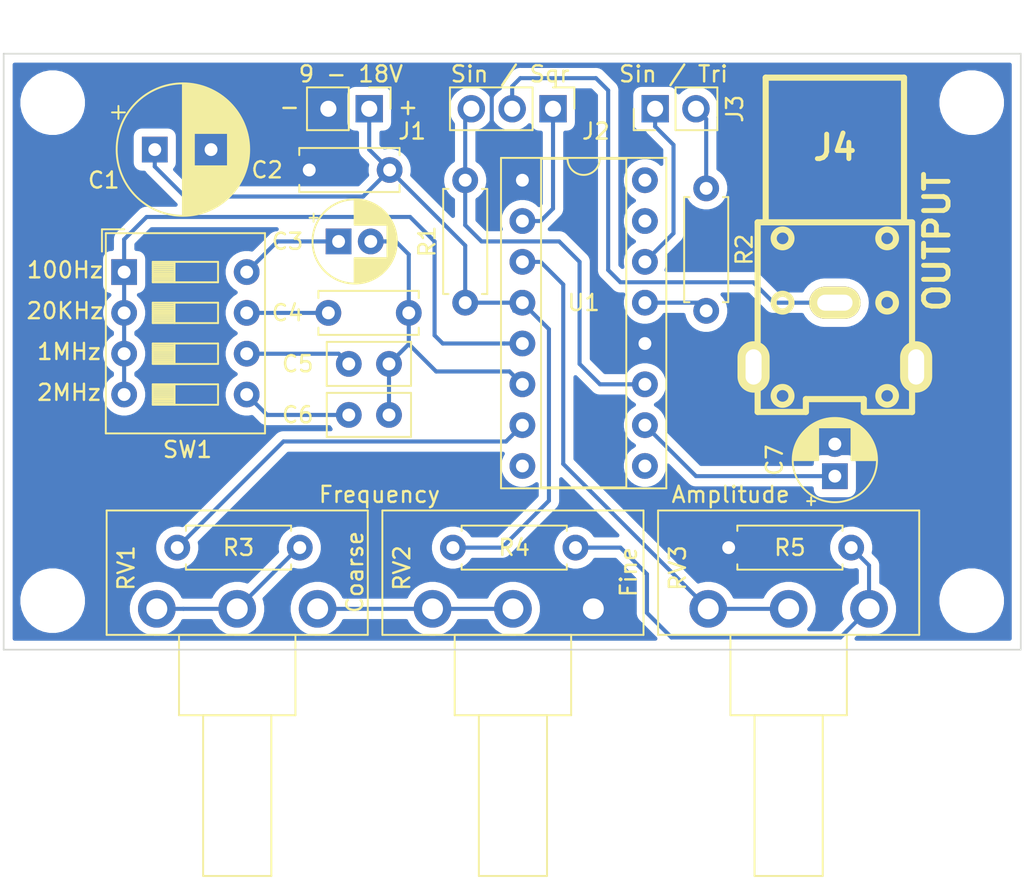
<source format=kicad_pcb>
(kicad_pcb (version 20171130) (host pcbnew 5.1.5)

  (general
    (thickness 1.6)
    (drawings 17)
    (tracks 103)
    (zones 0)
    (modules 25)
    (nets 25)
  )

  (page A4)
  (title_block
    (title "XR2206 1Hz - 2MHz Function Generator")
    (date 2020-04-01)
    (rev v01)
    (comment 2 creativecommons.org/licenses/by/4.0/)
    (comment 3 "License: CC BY 4.0")
    (comment 4 "Author: Bruno Alonso Leon Alata")
  )

  (layers
    (0 F.Cu signal)
    (31 B.Cu signal)
    (32 B.Adhes user)
    (33 F.Adhes user)
    (34 B.Paste user)
    (35 F.Paste user)
    (36 B.SilkS user)
    (37 F.SilkS user)
    (38 B.Mask user)
    (39 F.Mask user)
    (40 Dwgs.User user)
    (41 Cmts.User user)
    (42 Eco1.User user)
    (43 Eco2.User user)
    (44 Edge.Cuts user)
    (45 Margin user)
    (46 B.CrtYd user)
    (47 F.CrtYd user)
    (48 B.Fab user)
    (49 F.Fab user)
  )

  (setup
    (last_trace_width 0.25)
    (user_trace_width 0.254)
    (trace_clearance 0.2)
    (zone_clearance 0.508)
    (zone_45_only no)
    (trace_min 0.2)
    (via_size 0.8)
    (via_drill 0.4)
    (via_min_size 0.4)
    (via_min_drill 0.3)
    (uvia_size 0.3)
    (uvia_drill 0.1)
    (uvias_allowed no)
    (uvia_min_size 0.2)
    (uvia_min_drill 0.1)
    (edge_width 0.05)
    (segment_width 0.2)
    (pcb_text_width 0.3)
    (pcb_text_size 1.5 1.5)
    (mod_edge_width 0.12)
    (mod_text_size 1 1)
    (mod_text_width 0.15)
    (pad_size 1.524 1.524)
    (pad_drill 0.762)
    (pad_to_mask_clearance 0.051)
    (solder_mask_min_width 0.25)
    (aux_axis_origin 0 0)
    (visible_elements FFFFFF7F)
    (pcbplotparams
      (layerselection 0x010fc_ffffffff)
      (usegerberextensions false)
      (usegerberattributes false)
      (usegerberadvancedattributes false)
      (creategerberjobfile false)
      (excludeedgelayer true)
      (linewidth 0.100000)
      (plotframeref false)
      (viasonmask false)
      (mode 1)
      (useauxorigin false)
      (hpglpennumber 1)
      (hpglpenspeed 20)
      (hpglpendiameter 15.000000)
      (psnegative false)
      (psa4output false)
      (plotreference true)
      (plotvalue true)
      (plotinvisibletext false)
      (padsonsilk false)
      (subtractmaskfromsilk false)
      (outputformat 1)
      (mirror false)
      (drillshape 1)
      (scaleselection 1)
      (outputdirectory ""))
  )

  (net 0 "")
  (net 1 GND)
  (net 2 +BATT)
  (net 3 "Net-(C3-Pad2)")
  (net 4 "Net-(C3-Pad1)")
  (net 5 "Net-(C4-Pad1)")
  (net 6 "Net-(C5-Pad1)")
  (net 7 "Net-(C6-Pad1)")
  (net 8 "Net-(C7-Pad1)")
  (net 9 "Net-(J2-Pad3)")
  (net 10 "Net-(J2-Pad2)")
  (net 11 "Net-(J2-Pad1)")
  (net 12 "Net-(J3-Pad2)")
  (net 13 "Net-(J3-Pad1)")
  (net 14 "Net-(R2-Pad2)")
  (net 15 "Net-(R3-Pad2)")
  (net 16 "Net-(R3-Pad1)")
  (net 17 "Net-(R4-Pad2)")
  (net 18 "Net-(RV1-Pad3)")
  (net 19 "Net-(RV3-Pad1)")
  (net 20 "Net-(SW1-Pad1)")
  (net 21 "Net-(U1-Pad16)")
  (net 22 "Net-(U1-Pad8)")
  (net 23 "Net-(U1-Pad15)")
  (net 24 "Net-(U1-Pad9)")

  (net_class Default "Esta es la clase de red por defecto."
    (clearance 0.2)
    (trace_width 0.25)
    (via_dia 0.8)
    (via_drill 0.4)
    (uvia_dia 0.3)
    (uvia_drill 0.1)
    (add_net +BATT)
    (add_net GND)
    (add_net "Net-(C3-Pad1)")
    (add_net "Net-(C3-Pad2)")
    (add_net "Net-(C4-Pad1)")
    (add_net "Net-(C5-Pad1)")
    (add_net "Net-(C6-Pad1)")
    (add_net "Net-(C7-Pad1)")
    (add_net "Net-(J2-Pad1)")
    (add_net "Net-(J2-Pad2)")
    (add_net "Net-(J2-Pad3)")
    (add_net "Net-(J3-Pad1)")
    (add_net "Net-(J3-Pad2)")
    (add_net "Net-(R2-Pad2)")
    (add_net "Net-(R3-Pad1)")
    (add_net "Net-(R3-Pad2)")
    (add_net "Net-(R4-Pad2)")
    (add_net "Net-(RV1-Pad3)")
    (add_net "Net-(RV3-Pad1)")
    (add_net "Net-(SW1-Pad1)")
    (add_net "Net-(U1-Pad15)")
    (add_net "Net-(U1-Pad16)")
    (add_net "Net-(U1-Pad8)")
    (add_net "Net-(U1-Pad9)")
  )

  (module Potentiometer_THT:Potentiometer_Piher_T-16H_Single_Horizontal (layer F.Cu) (tedit 5A3D4993) (tstamp 5E8036F0)
    (at 162.941 118.11 270)
    (descr "Potentiometer, horizontal, Piher T-16H Single, http://www.piher-nacesa.com/pdf/22-T16v03.pdf")
    (tags "Potentiometer horizontal Piher T-16H Single")
    (path /5E7C54D7)
    (fp_text reference RV3 (at -2.54 1.905 90) (layer F.SilkS)
      (effects (font (size 1 1) (thickness 0.15)))
    )
    (fp_text value 100K (at 0 4.25 90) (layer F.Fab)
      (effects (font (size 1 1) (thickness 0.15)))
    )
    (fp_text user %R (at -2.25 -5 90) (layer F.Fab)
      (effects (font (size 1 1) (thickness 0.15)))
    )
    (fp_line (start 16.75 -13.25) (end -6.25 -13.25) (layer F.CrtYd) (width 0.05))
    (fp_line (start 16.75 3.25) (end 16.75 -13.25) (layer F.CrtYd) (width 0.05))
    (fp_line (start -6.25 3.25) (end 16.75 3.25) (layer F.CrtYd) (width 0.05))
    (fp_line (start -6.25 -13.25) (end -6.25 3.25) (layer F.CrtYd) (width 0.05))
    (fp_line (start 16.62 -7.12) (end 16.62 -2.88) (layer F.SilkS) (width 0.12))
    (fp_line (start 6.62 -7.12) (end 6.62 -2.88) (layer F.SilkS) (width 0.12))
    (fp_line (start 6.62 -2.88) (end 16.62 -2.88) (layer F.SilkS) (width 0.12))
    (fp_line (start 6.62 -7.12) (end 16.62 -7.12) (layer F.SilkS) (width 0.12))
    (fp_line (start 6.62 -8.62) (end 6.62 -1.38) (layer F.SilkS) (width 0.12))
    (fp_line (start 1.62 -8.62) (end 1.62 -1.38) (layer F.SilkS) (width 0.12))
    (fp_line (start 1.62 -1.38) (end 6.62 -1.38) (layer F.SilkS) (width 0.12))
    (fp_line (start 1.62 -8.62) (end 6.62 -8.62) (layer F.SilkS) (width 0.12))
    (fp_line (start 1.62 -13.12) (end 1.62 3.12) (layer F.SilkS) (width 0.12))
    (fp_line (start -6.12 -13.12) (end -6.12 3.12) (layer F.SilkS) (width 0.12))
    (fp_line (start -6.12 3.12) (end 1.62 3.12) (layer F.SilkS) (width 0.12))
    (fp_line (start -6.12 -13.12) (end 1.62 -13.12) (layer F.SilkS) (width 0.12))
    (fp_line (start 16.5 -7) (end 6.5 -7) (layer F.Fab) (width 0.1))
    (fp_line (start 16.5 -3) (end 16.5 -7) (layer F.Fab) (width 0.1))
    (fp_line (start 6.5 -3) (end 16.5 -3) (layer F.Fab) (width 0.1))
    (fp_line (start 6.5 -7) (end 6.5 -3) (layer F.Fab) (width 0.1))
    (fp_line (start 6.5 -8.5) (end 1.5 -8.5) (layer F.Fab) (width 0.1))
    (fp_line (start 6.5 -1.5) (end 6.5 -8.5) (layer F.Fab) (width 0.1))
    (fp_line (start 1.5 -1.5) (end 6.5 -1.5) (layer F.Fab) (width 0.1))
    (fp_line (start 1.5 -8.5) (end 1.5 -1.5) (layer F.Fab) (width 0.1))
    (fp_line (start 1.5 -13) (end -6 -13) (layer F.Fab) (width 0.1))
    (fp_line (start 1.5 3) (end 1.5 -13) (layer F.Fab) (width 0.1))
    (fp_line (start -6 3) (end 1.5 3) (layer F.Fab) (width 0.1))
    (fp_line (start -6 -13) (end -6 3) (layer F.Fab) (width 0.1))
    (pad 1 thru_hole circle (at 0 0 270) (size 2.34 2.34) (drill 1.3) (layers *.Cu *.Mask)
      (net 19 "Net-(RV3-Pad1)"))
    (pad 2 thru_hole circle (at 0 -5 270) (size 2.34 2.34) (drill 1.3) (layers *.Cu *.Mask)
      (net 19 "Net-(RV3-Pad1)"))
    (pad 3 thru_hole circle (at 0 -10 270) (size 2.34 2.34) (drill 1.3) (layers *.Cu *.Mask)
      (net 17 "Net-(R4-Pad2)"))
    (model ${KISYS3DMOD}/Potentiometer_THT.3dshapes/Potentiometer_Piher_T-16H_Single_Horizontal.wrl
      (at (xyz 0 0 0))
      (scale (xyz 1 1 1))
      (rotate (xyz 0 0 0))
    )
  )

  (module Potentiometer_THT:Potentiometer_Piher_T-16H_Single_Horizontal (layer F.Cu) (tedit 5A3D4993) (tstamp 5E8036CC)
    (at 145.796 118.11 270)
    (descr "Potentiometer, horizontal, Piher T-16H Single, http://www.piher-nacesa.com/pdf/22-T16v03.pdf")
    (tags "Potentiometer horizontal Piher T-16H Single")
    (path /5E7C4F53)
    (fp_text reference RV2 (at -2.54 1.905 90) (layer F.SilkS)
      (effects (font (size 1 1) (thickness 0.15)))
    )
    (fp_text value 100K (at 0 4.25 90) (layer F.Fab)
      (effects (font (size 1 1) (thickness 0.15)))
    )
    (fp_text user %R (at -2.25 -5 90) (layer F.Fab)
      (effects (font (size 1 1) (thickness 0.15)))
    )
    (fp_line (start 16.75 -13.25) (end -6.25 -13.25) (layer F.CrtYd) (width 0.05))
    (fp_line (start 16.75 3.25) (end 16.75 -13.25) (layer F.CrtYd) (width 0.05))
    (fp_line (start -6.25 3.25) (end 16.75 3.25) (layer F.CrtYd) (width 0.05))
    (fp_line (start -6.25 -13.25) (end -6.25 3.25) (layer F.CrtYd) (width 0.05))
    (fp_line (start 16.62 -7.12) (end 16.62 -2.88) (layer F.SilkS) (width 0.12))
    (fp_line (start 6.62 -7.12) (end 6.62 -2.88) (layer F.SilkS) (width 0.12))
    (fp_line (start 6.62 -2.88) (end 16.62 -2.88) (layer F.SilkS) (width 0.12))
    (fp_line (start 6.62 -7.12) (end 16.62 -7.12) (layer F.SilkS) (width 0.12))
    (fp_line (start 6.62 -8.62) (end 6.62 -1.38) (layer F.SilkS) (width 0.12))
    (fp_line (start 1.62 -8.62) (end 1.62 -1.38) (layer F.SilkS) (width 0.12))
    (fp_line (start 1.62 -1.38) (end 6.62 -1.38) (layer F.SilkS) (width 0.12))
    (fp_line (start 1.62 -8.62) (end 6.62 -8.62) (layer F.SilkS) (width 0.12))
    (fp_line (start 1.62 -13.12) (end 1.62 3.12) (layer F.SilkS) (width 0.12))
    (fp_line (start -6.12 -13.12) (end -6.12 3.12) (layer F.SilkS) (width 0.12))
    (fp_line (start -6.12 3.12) (end 1.62 3.12) (layer F.SilkS) (width 0.12))
    (fp_line (start -6.12 -13.12) (end 1.62 -13.12) (layer F.SilkS) (width 0.12))
    (fp_line (start 16.5 -7) (end 6.5 -7) (layer F.Fab) (width 0.1))
    (fp_line (start 16.5 -3) (end 16.5 -7) (layer F.Fab) (width 0.1))
    (fp_line (start 6.5 -3) (end 16.5 -3) (layer F.Fab) (width 0.1))
    (fp_line (start 6.5 -7) (end 6.5 -3) (layer F.Fab) (width 0.1))
    (fp_line (start 6.5 -8.5) (end 1.5 -8.5) (layer F.Fab) (width 0.1))
    (fp_line (start 6.5 -1.5) (end 6.5 -8.5) (layer F.Fab) (width 0.1))
    (fp_line (start 1.5 -1.5) (end 6.5 -1.5) (layer F.Fab) (width 0.1))
    (fp_line (start 1.5 -8.5) (end 1.5 -1.5) (layer F.Fab) (width 0.1))
    (fp_line (start 1.5 -13) (end -6 -13) (layer F.Fab) (width 0.1))
    (fp_line (start 1.5 3) (end 1.5 -13) (layer F.Fab) (width 0.1))
    (fp_line (start -6 3) (end 1.5 3) (layer F.Fab) (width 0.1))
    (fp_line (start -6 -13) (end -6 3) (layer F.Fab) (width 0.1))
    (pad 1 thru_hole circle (at 0 0 270) (size 2.34 2.34) (drill 1.3) (layers *.Cu *.Mask)
      (net 18 "Net-(RV1-Pad3)"))
    (pad 2 thru_hole circle (at 0 -5 270) (size 2.34 2.34) (drill 1.3) (layers *.Cu *.Mask)
      (net 18 "Net-(RV1-Pad3)"))
    (pad 3 thru_hole circle (at 0 -10 270) (size 2.34 2.34) (drill 1.3) (layers *.Cu *.Mask)
      (net 1 GND))
    (model ${KISYS3DMOD}/Potentiometer_THT.3dshapes/Potentiometer_Piher_T-16H_Single_Horizontal.wrl
      (at (xyz 0 0 0))
      (scale (xyz 1 1 1))
      (rotate (xyz 0 0 0))
    )
  )

  (module Potentiometer_THT:Potentiometer_Piher_T-16H_Single_Horizontal (layer F.Cu) (tedit 5A3D4993) (tstamp 5E8036A8)
    (at 128.651 118.11 270)
    (descr "Potentiometer, horizontal, Piher T-16H Single, http://www.piher-nacesa.com/pdf/22-T16v03.pdf")
    (tags "Potentiometer horizontal Piher T-16H Single")
    (path /5E7C5201)
    (fp_text reference RV1 (at -2.54 1.905 270) (layer F.SilkS)
      (effects (font (size 1 1) (thickness 0.15)))
    )
    (fp_text value 50K (at 0 4.25 90) (layer F.Fab)
      (effects (font (size 1 1) (thickness 0.15)))
    )
    (fp_text user %R (at -2.25 -5 90) (layer F.Fab)
      (effects (font (size 1 1) (thickness 0.15)))
    )
    (fp_line (start 16.75 -13.25) (end -6.25 -13.25) (layer F.CrtYd) (width 0.05))
    (fp_line (start 16.75 3.25) (end 16.75 -13.25) (layer F.CrtYd) (width 0.05))
    (fp_line (start -6.25 3.25) (end 16.75 3.25) (layer F.CrtYd) (width 0.05))
    (fp_line (start -6.25 -13.25) (end -6.25 3.25) (layer F.CrtYd) (width 0.05))
    (fp_line (start 16.62 -7.12) (end 16.62 -2.88) (layer F.SilkS) (width 0.12))
    (fp_line (start 6.62 -7.12) (end 6.62 -2.88) (layer F.SilkS) (width 0.12))
    (fp_line (start 6.62 -2.88) (end 16.62 -2.88) (layer F.SilkS) (width 0.12))
    (fp_line (start 6.62 -7.12) (end 16.62 -7.12) (layer F.SilkS) (width 0.12))
    (fp_line (start 6.62 -8.62) (end 6.62 -1.38) (layer F.SilkS) (width 0.12))
    (fp_line (start 1.62 -8.62) (end 1.62 -1.38) (layer F.SilkS) (width 0.12))
    (fp_line (start 1.62 -1.38) (end 6.62 -1.38) (layer F.SilkS) (width 0.12))
    (fp_line (start 1.62 -8.62) (end 6.62 -8.62) (layer F.SilkS) (width 0.12))
    (fp_line (start 1.62 -13.12) (end 1.62 3.12) (layer F.SilkS) (width 0.12))
    (fp_line (start -6.12 -13.12) (end -6.12 3.12) (layer F.SilkS) (width 0.12))
    (fp_line (start -6.12 3.12) (end 1.62 3.12) (layer F.SilkS) (width 0.12))
    (fp_line (start -6.12 -13.12) (end 1.62 -13.12) (layer F.SilkS) (width 0.12))
    (fp_line (start 16.5 -7) (end 6.5 -7) (layer F.Fab) (width 0.1))
    (fp_line (start 16.5 -3) (end 16.5 -7) (layer F.Fab) (width 0.1))
    (fp_line (start 6.5 -3) (end 16.5 -3) (layer F.Fab) (width 0.1))
    (fp_line (start 6.5 -7) (end 6.5 -3) (layer F.Fab) (width 0.1))
    (fp_line (start 6.5 -8.5) (end 1.5 -8.5) (layer F.Fab) (width 0.1))
    (fp_line (start 6.5 -1.5) (end 6.5 -8.5) (layer F.Fab) (width 0.1))
    (fp_line (start 1.5 -1.5) (end 6.5 -1.5) (layer F.Fab) (width 0.1))
    (fp_line (start 1.5 -8.5) (end 1.5 -1.5) (layer F.Fab) (width 0.1))
    (fp_line (start 1.5 -13) (end -6 -13) (layer F.Fab) (width 0.1))
    (fp_line (start 1.5 3) (end 1.5 -13) (layer F.Fab) (width 0.1))
    (fp_line (start -6 3) (end 1.5 3) (layer F.Fab) (width 0.1))
    (fp_line (start -6 -13) (end -6 3) (layer F.Fab) (width 0.1))
    (pad 1 thru_hole circle (at 0 0 270) (size 2.34 2.34) (drill 1.3) (layers *.Cu *.Mask)
      (net 15 "Net-(R3-Pad2)"))
    (pad 2 thru_hole circle (at 0 -5 270) (size 2.34 2.34) (drill 1.3) (layers *.Cu *.Mask)
      (net 15 "Net-(R3-Pad2)"))
    (pad 3 thru_hole circle (at 0 -10 270) (size 2.34 2.34) (drill 1.3) (layers *.Cu *.Mask)
      (net 18 "Net-(RV1-Pad3)"))
    (model ${KISYS3DMOD}/Potentiometer_THT.3dshapes/Potentiometer_Piher_T-16H_Single_Horizontal.wrl
      (at (xyz 0 0 0))
      (scale (xyz 1 1 1))
      (rotate (xyz 0 0 0))
    )
  )

  (module MountingHole:MountingHole_3mm (layer F.Cu) (tedit 56D1B4CB) (tstamp 5E804F40)
    (at 179.324 117.602)
    (descr "Mounting Hole 3mm, no annular")
    (tags "mounting hole 3mm no annular")
    (path /5E80B8A4)
    (attr virtual)
    (fp_text reference H4 (at 0 -4) (layer F.SilkS) hide
      (effects (font (size 1 1) (thickness 0.15)))
    )
    (fp_text value MountingHole (at 0 4) (layer F.Fab) hide
      (effects (font (size 1 1) (thickness 0.15)))
    )
    (fp_circle (center 0 0) (end 3.25 0) (layer F.CrtYd) (width 0.05))
    (fp_circle (center 0 0) (end 3 0) (layer Cmts.User) (width 0.15))
    (fp_text user %R (at 0.3 0) (layer F.Fab)
      (effects (font (size 1 1) (thickness 0.15)))
    )
    (pad 1 np_thru_hole circle (at 0 0) (size 3 3) (drill 3) (layers *.Cu *.Mask))
  )

  (module MountingHole:MountingHole_3mm (layer F.Cu) (tedit 56D1B4CB) (tstamp 5E804F38)
    (at 122.174 117.602)
    (descr "Mounting Hole 3mm, no annular")
    (tags "mounting hole 3mm no annular")
    (path /5E80B4D5)
    (attr virtual)
    (fp_text reference H3 (at 0 -4) (layer F.SilkS) hide
      (effects (font (size 1 1) (thickness 0.15)))
    )
    (fp_text value MountingHole (at 0 4) (layer F.Fab) hide
      (effects (font (size 1 1) (thickness 0.15)))
    )
    (fp_circle (center 0 0) (end 3.25 0) (layer F.CrtYd) (width 0.05))
    (fp_circle (center 0 0) (end 3 0) (layer Cmts.User) (width 0.15))
    (fp_text user %R (at 0.3 0) (layer F.Fab)
      (effects (font (size 1 1) (thickness 0.15)))
    )
    (pad 1 np_thru_hole circle (at 0 0) (size 3 3) (drill 3) (layers *.Cu *.Mask))
  )

  (module MountingHole:MountingHole_3mm (layer F.Cu) (tedit 56D1B4CB) (tstamp 5E809769)
    (at 179.324 86.614)
    (descr "Mounting Hole 3mm, no annular")
    (tags "mounting hole 3mm no annular")
    (path /5E80B325)
    (attr virtual)
    (fp_text reference H2 (at 0 -4) (layer F.SilkS) hide
      (effects (font (size 1 1) (thickness 0.15)))
    )
    (fp_text value MountingHole (at 0 4) (layer F.Fab) hide
      (effects (font (size 1 1) (thickness 0.15)))
    )
    (fp_circle (center 0 0) (end 3.25 0) (layer F.CrtYd) (width 0.05))
    (fp_circle (center 0 0) (end 3 0) (layer Cmts.User) (width 0.15))
    (fp_text user %R (at 0.3 0) (layer F.Fab)
      (effects (font (size 1 1) (thickness 0.15)))
    )
    (pad 1 np_thru_hole circle (at 0 0) (size 3 3) (drill 3) (layers *.Cu *.Mask))
  )

  (module MountingHole:MountingHole_3mm (layer F.Cu) (tedit 56D1B4CB) (tstamp 5E804F28)
    (at 122.174 86.614)
    (descr "Mounting Hole 3mm, no annular")
    (tags "mounting hole 3mm no annular")
    (path /5E807DC6)
    (attr virtual)
    (fp_text reference H1 (at 0 -4) (layer F.SilkS) hide
      (effects (font (size 1 1) (thickness 0.15)))
    )
    (fp_text value MountingHole (at 0 4) (layer F.Fab) hide
      (effects (font (size 1 1) (thickness 0.15)))
    )
    (fp_circle (center 0 0) (end 3.25 0) (layer F.CrtYd) (width 0.05))
    (fp_circle (center 0 0) (end 3 0) (layer Cmts.User) (width 0.15))
    (fp_text user %R (at 0.3 0) (layer F.Fab)
      (effects (font (size 1 1) (thickness 0.15)))
    )
    (pad 1 np_thru_hole circle (at 0 0) (size 3 3) (drill 3) (layers *.Cu *.Mask))
  )

  (module Package_DIP:DIP-16_W7.62mm_Socket (layer F.Cu) (tedit 5A02E8C5) (tstamp 5E8037B9)
    (at 151.384 91.44)
    (descr "16-lead though-hole mounted DIP package, row spacing 7.62 mm (300 mils), Socket")
    (tags "THT DIP DIL PDIP 2.54mm 7.62mm 300mil Socket")
    (path /5E7CC0BB)
    (fp_text reference U1 (at 3.81 7.62) (layer F.SilkS)
      (effects (font (size 1 1) (thickness 0.15)))
    )
    (fp_text value XR2206CP-F (at 3.81 20.11) (layer F.Fab)
      (effects (font (size 1 1) (thickness 0.15)))
    )
    (fp_text user %R (at 3.81 8.89) (layer F.Fab)
      (effects (font (size 1 1) (thickness 0.15)))
    )
    (fp_line (start 9.15 -1.6) (end -1.55 -1.6) (layer F.CrtYd) (width 0.05))
    (fp_line (start 9.15 19.4) (end 9.15 -1.6) (layer F.CrtYd) (width 0.05))
    (fp_line (start -1.55 19.4) (end 9.15 19.4) (layer F.CrtYd) (width 0.05))
    (fp_line (start -1.55 -1.6) (end -1.55 19.4) (layer F.CrtYd) (width 0.05))
    (fp_line (start 8.95 -1.39) (end -1.33 -1.39) (layer F.SilkS) (width 0.12))
    (fp_line (start 8.95 19.17) (end 8.95 -1.39) (layer F.SilkS) (width 0.12))
    (fp_line (start -1.33 19.17) (end 8.95 19.17) (layer F.SilkS) (width 0.12))
    (fp_line (start -1.33 -1.39) (end -1.33 19.17) (layer F.SilkS) (width 0.12))
    (fp_line (start 6.46 -1.33) (end 4.81 -1.33) (layer F.SilkS) (width 0.12))
    (fp_line (start 6.46 19.11) (end 6.46 -1.33) (layer F.SilkS) (width 0.12))
    (fp_line (start 1.16 19.11) (end 6.46 19.11) (layer F.SilkS) (width 0.12))
    (fp_line (start 1.16 -1.33) (end 1.16 19.11) (layer F.SilkS) (width 0.12))
    (fp_line (start 2.81 -1.33) (end 1.16 -1.33) (layer F.SilkS) (width 0.12))
    (fp_line (start 8.89 -1.33) (end -1.27 -1.33) (layer F.Fab) (width 0.1))
    (fp_line (start 8.89 19.11) (end 8.89 -1.33) (layer F.Fab) (width 0.1))
    (fp_line (start -1.27 19.11) (end 8.89 19.11) (layer F.Fab) (width 0.1))
    (fp_line (start -1.27 -1.33) (end -1.27 19.11) (layer F.Fab) (width 0.1))
    (fp_line (start 0.635 -0.27) (end 1.635 -1.27) (layer F.Fab) (width 0.1))
    (fp_line (start 0.635 19.05) (end 0.635 -0.27) (layer F.Fab) (width 0.1))
    (fp_line (start 6.985 19.05) (end 0.635 19.05) (layer F.Fab) (width 0.1))
    (fp_line (start 6.985 -1.27) (end 6.985 19.05) (layer F.Fab) (width 0.1))
    (fp_line (start 1.635 -1.27) (end 6.985 -1.27) (layer F.Fab) (width 0.1))
    (fp_arc (start 3.81 -1.33) (end 2.81 -1.33) (angle -180) (layer F.SilkS) (width 0.12))
    (pad 16 thru_hole oval (at 7.62 0) (size 1.6 1.6) (drill 0.8) (layers *.Cu *.Mask)
      (net 21 "Net-(U1-Pad16)"))
    (pad 8 thru_hole oval (at 0 17.78) (size 1.6 1.6) (drill 0.8) (layers *.Cu *.Mask)
      (net 22 "Net-(U1-Pad8)"))
    (pad 15 thru_hole oval (at 7.62 2.54) (size 1.6 1.6) (drill 0.8) (layers *.Cu *.Mask)
      (net 23 "Net-(U1-Pad15)"))
    (pad 7 thru_hole oval (at 0 15.24) (size 1.6 1.6) (drill 0.8) (layers *.Cu *.Mask)
      (net 16 "Net-(R3-Pad1)"))
    (pad 14 thru_hole oval (at 7.62 5.08) (size 1.6 1.6) (drill 0.8) (layers *.Cu *.Mask)
      (net 13 "Net-(J3-Pad1)"))
    (pad 6 thru_hole oval (at 0 12.7) (size 1.6 1.6) (drill 0.8) (layers *.Cu *.Mask)
      (net 3 "Net-(C3-Pad2)"))
    (pad 13 thru_hole oval (at 7.62 7.62) (size 1.6 1.6) (drill 0.8) (layers *.Cu *.Mask)
      (net 14 "Net-(R2-Pad2)"))
    (pad 5 thru_hole oval (at 0 10.16) (size 1.6 1.6) (drill 0.8) (layers *.Cu *.Mask)
      (net 20 "Net-(SW1-Pad1)"))
    (pad 12 thru_hole oval (at 7.62 10.16) (size 1.6 1.6) (drill 0.8) (layers *.Cu *.Mask)
      (net 1 GND))
    (pad 4 thru_hole oval (at 0 7.62) (size 1.6 1.6) (drill 0.8) (layers *.Cu *.Mask)
      (net 2 +BATT))
    (pad 11 thru_hole oval (at 7.62 12.7) (size 1.6 1.6) (drill 0.8) (layers *.Cu *.Mask)
      (net 9 "Net-(J2-Pad3)"))
    (pad 3 thru_hole oval (at 0 5.08) (size 1.6 1.6) (drill 0.8) (layers *.Cu *.Mask)
      (net 19 "Net-(RV3-Pad1)"))
    (pad 10 thru_hole oval (at 7.62 15.24) (size 1.6 1.6) (drill 0.8) (layers *.Cu *.Mask)
      (net 8 "Net-(C7-Pad1)"))
    (pad 2 thru_hole oval (at 0 2.54) (size 1.6 1.6) (drill 0.8) (layers *.Cu *.Mask)
      (net 11 "Net-(J2-Pad1)"))
    (pad 9 thru_hole oval (at 7.62 17.78) (size 1.6 1.6) (drill 0.8) (layers *.Cu *.Mask)
      (net 24 "Net-(U1-Pad9)"))
    (pad 1 thru_hole rect (at 0 0) (size 1.6 1.6) (drill 0.8) (layers *.Cu *.Mask)
      (net 1 GND))
    (model ${KISYS3DMOD}/Package_DIP.3dshapes/DIP-16_W7.62mm_Socket.wrl
      (at (xyz 0 0 0))
      (scale (xyz 1 1 1))
      (rotate (xyz 0 0 0))
    )
  )

  (module Button_Switch_THT:SW_DIP_SPSTx04_Slide_9.78x12.34mm_W7.62mm_P2.54mm (layer F.Cu) (tedit 5A4E1404) (tstamp 5E80378D)
    (at 126.619 97.155)
    (descr "4x-dip-switch SPST , Slide, row spacing 7.62 mm (300 mils), body size 9.78x12.34mm (see e.g. https://www.ctscorp.com/wp-content/uploads/206-208.pdf)")
    (tags "DIP Switch SPST Slide 7.62mm 300mil")
    (path /5E7C3ED8)
    (fp_text reference SW1 (at 3.937 11.049) (layer F.SilkS)
      (effects (font (size 1 1) (thickness 0.15)))
    )
    (fp_text value SW_DIP_x04 (at 3.81 11.04) (layer F.Fab)
      (effects (font (size 1 1) (thickness 0.15)))
    )
    (fp_text user on (at 5.365 -1.4975) (layer F.Fab)
      (effects (font (size 0.8 0.8) (thickness 0.12)))
    )
    (fp_text user %R (at 7.27 3.81 90) (layer F.Fab)
      (effects (font (size 0.8 0.8) (thickness 0.12)))
    )
    (fp_line (start 8.95 -2.7) (end -1.35 -2.7) (layer F.CrtYd) (width 0.05))
    (fp_line (start 8.95 10.3) (end 8.95 -2.7) (layer F.CrtYd) (width 0.05))
    (fp_line (start -1.35 10.3) (end 8.95 10.3) (layer F.CrtYd) (width 0.05))
    (fp_line (start -1.35 -2.7) (end -1.35 10.3) (layer F.CrtYd) (width 0.05))
    (fp_line (start 3.133333 6.985) (end 3.133333 8.255) (layer F.SilkS) (width 0.12))
    (fp_line (start 1.78 8.185) (end 3.133333 8.185) (layer F.SilkS) (width 0.12))
    (fp_line (start 1.78 8.065) (end 3.133333 8.065) (layer F.SilkS) (width 0.12))
    (fp_line (start 1.78 7.945) (end 3.133333 7.945) (layer F.SilkS) (width 0.12))
    (fp_line (start 1.78 7.825) (end 3.133333 7.825) (layer F.SilkS) (width 0.12))
    (fp_line (start 1.78 7.705) (end 3.133333 7.705) (layer F.SilkS) (width 0.12))
    (fp_line (start 1.78 7.585) (end 3.133333 7.585) (layer F.SilkS) (width 0.12))
    (fp_line (start 1.78 7.465) (end 3.133333 7.465) (layer F.SilkS) (width 0.12))
    (fp_line (start 1.78 7.345) (end 3.133333 7.345) (layer F.SilkS) (width 0.12))
    (fp_line (start 1.78 7.225) (end 3.133333 7.225) (layer F.SilkS) (width 0.12))
    (fp_line (start 1.78 7.105) (end 3.133333 7.105) (layer F.SilkS) (width 0.12))
    (fp_line (start 5.84 6.985) (end 1.78 6.985) (layer F.SilkS) (width 0.12))
    (fp_line (start 5.84 8.255) (end 5.84 6.985) (layer F.SilkS) (width 0.12))
    (fp_line (start 1.78 8.255) (end 5.84 8.255) (layer F.SilkS) (width 0.12))
    (fp_line (start 1.78 6.985) (end 1.78 8.255) (layer F.SilkS) (width 0.12))
    (fp_line (start 3.133333 4.445) (end 3.133333 5.715) (layer F.SilkS) (width 0.12))
    (fp_line (start 1.78 5.645) (end 3.133333 5.645) (layer F.SilkS) (width 0.12))
    (fp_line (start 1.78 5.525) (end 3.133333 5.525) (layer F.SilkS) (width 0.12))
    (fp_line (start 1.78 5.405) (end 3.133333 5.405) (layer F.SilkS) (width 0.12))
    (fp_line (start 1.78 5.285) (end 3.133333 5.285) (layer F.SilkS) (width 0.12))
    (fp_line (start 1.78 5.165) (end 3.133333 5.165) (layer F.SilkS) (width 0.12))
    (fp_line (start 1.78 5.045) (end 3.133333 5.045) (layer F.SilkS) (width 0.12))
    (fp_line (start 1.78 4.925) (end 3.133333 4.925) (layer F.SilkS) (width 0.12))
    (fp_line (start 1.78 4.805) (end 3.133333 4.805) (layer F.SilkS) (width 0.12))
    (fp_line (start 1.78 4.685) (end 3.133333 4.685) (layer F.SilkS) (width 0.12))
    (fp_line (start 1.78 4.565) (end 3.133333 4.565) (layer F.SilkS) (width 0.12))
    (fp_line (start 5.84 4.445) (end 1.78 4.445) (layer F.SilkS) (width 0.12))
    (fp_line (start 5.84 5.715) (end 5.84 4.445) (layer F.SilkS) (width 0.12))
    (fp_line (start 1.78 5.715) (end 5.84 5.715) (layer F.SilkS) (width 0.12))
    (fp_line (start 1.78 4.445) (end 1.78 5.715) (layer F.SilkS) (width 0.12))
    (fp_line (start 3.133333 1.905) (end 3.133333 3.175) (layer F.SilkS) (width 0.12))
    (fp_line (start 1.78 3.105) (end 3.133333 3.105) (layer F.SilkS) (width 0.12))
    (fp_line (start 1.78 2.985) (end 3.133333 2.985) (layer F.SilkS) (width 0.12))
    (fp_line (start 1.78 2.865) (end 3.133333 2.865) (layer F.SilkS) (width 0.12))
    (fp_line (start 1.78 2.745) (end 3.133333 2.745) (layer F.SilkS) (width 0.12))
    (fp_line (start 1.78 2.625) (end 3.133333 2.625) (layer F.SilkS) (width 0.12))
    (fp_line (start 1.78 2.505) (end 3.133333 2.505) (layer F.SilkS) (width 0.12))
    (fp_line (start 1.78 2.385) (end 3.133333 2.385) (layer F.SilkS) (width 0.12))
    (fp_line (start 1.78 2.265) (end 3.133333 2.265) (layer F.SilkS) (width 0.12))
    (fp_line (start 1.78 2.145) (end 3.133333 2.145) (layer F.SilkS) (width 0.12))
    (fp_line (start 1.78 2.025) (end 3.133333 2.025) (layer F.SilkS) (width 0.12))
    (fp_line (start 5.84 1.905) (end 1.78 1.905) (layer F.SilkS) (width 0.12))
    (fp_line (start 5.84 3.175) (end 5.84 1.905) (layer F.SilkS) (width 0.12))
    (fp_line (start 1.78 3.175) (end 5.84 3.175) (layer F.SilkS) (width 0.12))
    (fp_line (start 1.78 1.905) (end 1.78 3.175) (layer F.SilkS) (width 0.12))
    (fp_line (start 3.133333 -0.635) (end 3.133333 0.635) (layer F.SilkS) (width 0.12))
    (fp_line (start 1.78 0.565) (end 3.133333 0.565) (layer F.SilkS) (width 0.12))
    (fp_line (start 1.78 0.445) (end 3.133333 0.445) (layer F.SilkS) (width 0.12))
    (fp_line (start 1.78 0.325) (end 3.133333 0.325) (layer F.SilkS) (width 0.12))
    (fp_line (start 1.78 0.205) (end 3.133333 0.205) (layer F.SilkS) (width 0.12))
    (fp_line (start 1.78 0.085) (end 3.133333 0.085) (layer F.SilkS) (width 0.12))
    (fp_line (start 1.78 -0.035) (end 3.133333 -0.035) (layer F.SilkS) (width 0.12))
    (fp_line (start 1.78 -0.155) (end 3.133333 -0.155) (layer F.SilkS) (width 0.12))
    (fp_line (start 1.78 -0.275) (end 3.133333 -0.275) (layer F.SilkS) (width 0.12))
    (fp_line (start 1.78 -0.395) (end 3.133333 -0.395) (layer F.SilkS) (width 0.12))
    (fp_line (start 1.78 -0.515) (end 3.133333 -0.515) (layer F.SilkS) (width 0.12))
    (fp_line (start 5.84 -0.635) (end 1.78 -0.635) (layer F.SilkS) (width 0.12))
    (fp_line (start 5.84 0.635) (end 5.84 -0.635) (layer F.SilkS) (width 0.12))
    (fp_line (start 1.78 0.635) (end 5.84 0.635) (layer F.SilkS) (width 0.12))
    (fp_line (start 1.78 -0.635) (end 1.78 0.635) (layer F.SilkS) (width 0.12))
    (fp_line (start -1.38 -2.66) (end -1.38 -1.277) (layer F.SilkS) (width 0.12))
    (fp_line (start -1.38 -2.66) (end 0.004 -2.66) (layer F.SilkS) (width 0.12))
    (fp_line (start 8.76 -2.42) (end 8.76 10.04) (layer F.SilkS) (width 0.12))
    (fp_line (start -1.14 -2.42) (end -1.14 10.04) (layer F.SilkS) (width 0.12))
    (fp_line (start -1.14 10.04) (end 8.76 10.04) (layer F.SilkS) (width 0.12))
    (fp_line (start -1.14 -2.42) (end 8.76 -2.42) (layer F.SilkS) (width 0.12))
    (fp_line (start 3.133333 6.985) (end 3.133333 8.255) (layer F.Fab) (width 0.1))
    (fp_line (start 1.78 8.185) (end 3.133333 8.185) (layer F.Fab) (width 0.1))
    (fp_line (start 1.78 8.085) (end 3.133333 8.085) (layer F.Fab) (width 0.1))
    (fp_line (start 1.78 7.985) (end 3.133333 7.985) (layer F.Fab) (width 0.1))
    (fp_line (start 1.78 7.885) (end 3.133333 7.885) (layer F.Fab) (width 0.1))
    (fp_line (start 1.78 7.785) (end 3.133333 7.785) (layer F.Fab) (width 0.1))
    (fp_line (start 1.78 7.685) (end 3.133333 7.685) (layer F.Fab) (width 0.1))
    (fp_line (start 1.78 7.585) (end 3.133333 7.585) (layer F.Fab) (width 0.1))
    (fp_line (start 1.78 7.485) (end 3.133333 7.485) (layer F.Fab) (width 0.1))
    (fp_line (start 1.78 7.385) (end 3.133333 7.385) (layer F.Fab) (width 0.1))
    (fp_line (start 1.78 7.285) (end 3.133333 7.285) (layer F.Fab) (width 0.1))
    (fp_line (start 1.78 7.185) (end 3.133333 7.185) (layer F.Fab) (width 0.1))
    (fp_line (start 1.78 7.085) (end 3.133333 7.085) (layer F.Fab) (width 0.1))
    (fp_line (start 5.84 6.985) (end 1.78 6.985) (layer F.Fab) (width 0.1))
    (fp_line (start 5.84 8.255) (end 5.84 6.985) (layer F.Fab) (width 0.1))
    (fp_line (start 1.78 8.255) (end 5.84 8.255) (layer F.Fab) (width 0.1))
    (fp_line (start 1.78 6.985) (end 1.78 8.255) (layer F.Fab) (width 0.1))
    (fp_line (start 3.133333 4.445) (end 3.133333 5.715) (layer F.Fab) (width 0.1))
    (fp_line (start 1.78 5.645) (end 3.133333 5.645) (layer F.Fab) (width 0.1))
    (fp_line (start 1.78 5.545) (end 3.133333 5.545) (layer F.Fab) (width 0.1))
    (fp_line (start 1.78 5.445) (end 3.133333 5.445) (layer F.Fab) (width 0.1))
    (fp_line (start 1.78 5.345) (end 3.133333 5.345) (layer F.Fab) (width 0.1))
    (fp_line (start 1.78 5.245) (end 3.133333 5.245) (layer F.Fab) (width 0.1))
    (fp_line (start 1.78 5.145) (end 3.133333 5.145) (layer F.Fab) (width 0.1))
    (fp_line (start 1.78 5.045) (end 3.133333 5.045) (layer F.Fab) (width 0.1))
    (fp_line (start 1.78 4.945) (end 3.133333 4.945) (layer F.Fab) (width 0.1))
    (fp_line (start 1.78 4.845) (end 3.133333 4.845) (layer F.Fab) (width 0.1))
    (fp_line (start 1.78 4.745) (end 3.133333 4.745) (layer F.Fab) (width 0.1))
    (fp_line (start 1.78 4.645) (end 3.133333 4.645) (layer F.Fab) (width 0.1))
    (fp_line (start 1.78 4.545) (end 3.133333 4.545) (layer F.Fab) (width 0.1))
    (fp_line (start 5.84 4.445) (end 1.78 4.445) (layer F.Fab) (width 0.1))
    (fp_line (start 5.84 5.715) (end 5.84 4.445) (layer F.Fab) (width 0.1))
    (fp_line (start 1.78 5.715) (end 5.84 5.715) (layer F.Fab) (width 0.1))
    (fp_line (start 1.78 4.445) (end 1.78 5.715) (layer F.Fab) (width 0.1))
    (fp_line (start 3.133333 1.905) (end 3.133333 3.175) (layer F.Fab) (width 0.1))
    (fp_line (start 1.78 3.105) (end 3.133333 3.105) (layer F.Fab) (width 0.1))
    (fp_line (start 1.78 3.005) (end 3.133333 3.005) (layer F.Fab) (width 0.1))
    (fp_line (start 1.78 2.905) (end 3.133333 2.905) (layer F.Fab) (width 0.1))
    (fp_line (start 1.78 2.805) (end 3.133333 2.805) (layer F.Fab) (width 0.1))
    (fp_line (start 1.78 2.705) (end 3.133333 2.705) (layer F.Fab) (width 0.1))
    (fp_line (start 1.78 2.605) (end 3.133333 2.605) (layer F.Fab) (width 0.1))
    (fp_line (start 1.78 2.505) (end 3.133333 2.505) (layer F.Fab) (width 0.1))
    (fp_line (start 1.78 2.405) (end 3.133333 2.405) (layer F.Fab) (width 0.1))
    (fp_line (start 1.78 2.305) (end 3.133333 2.305) (layer F.Fab) (width 0.1))
    (fp_line (start 1.78 2.205) (end 3.133333 2.205) (layer F.Fab) (width 0.1))
    (fp_line (start 1.78 2.105) (end 3.133333 2.105) (layer F.Fab) (width 0.1))
    (fp_line (start 1.78 2.005) (end 3.133333 2.005) (layer F.Fab) (width 0.1))
    (fp_line (start 5.84 1.905) (end 1.78 1.905) (layer F.Fab) (width 0.1))
    (fp_line (start 5.84 3.175) (end 5.84 1.905) (layer F.Fab) (width 0.1))
    (fp_line (start 1.78 3.175) (end 5.84 3.175) (layer F.Fab) (width 0.1))
    (fp_line (start 1.78 1.905) (end 1.78 3.175) (layer F.Fab) (width 0.1))
    (fp_line (start 3.133333 -0.635) (end 3.133333 0.635) (layer F.Fab) (width 0.1))
    (fp_line (start 1.78 0.565) (end 3.133333 0.565) (layer F.Fab) (width 0.1))
    (fp_line (start 1.78 0.465) (end 3.133333 0.465) (layer F.Fab) (width 0.1))
    (fp_line (start 1.78 0.365) (end 3.133333 0.365) (layer F.Fab) (width 0.1))
    (fp_line (start 1.78 0.265) (end 3.133333 0.265) (layer F.Fab) (width 0.1))
    (fp_line (start 1.78 0.165) (end 3.133333 0.165) (layer F.Fab) (width 0.1))
    (fp_line (start 1.78 0.065) (end 3.133333 0.065) (layer F.Fab) (width 0.1))
    (fp_line (start 1.78 -0.035) (end 3.133333 -0.035) (layer F.Fab) (width 0.1))
    (fp_line (start 1.78 -0.135) (end 3.133333 -0.135) (layer F.Fab) (width 0.1))
    (fp_line (start 1.78 -0.235) (end 3.133333 -0.235) (layer F.Fab) (width 0.1))
    (fp_line (start 1.78 -0.335) (end 3.133333 -0.335) (layer F.Fab) (width 0.1))
    (fp_line (start 1.78 -0.435) (end 3.133333 -0.435) (layer F.Fab) (width 0.1))
    (fp_line (start 1.78 -0.535) (end 3.133333 -0.535) (layer F.Fab) (width 0.1))
    (fp_line (start 5.84 -0.635) (end 1.78 -0.635) (layer F.Fab) (width 0.1))
    (fp_line (start 5.84 0.635) (end 5.84 -0.635) (layer F.Fab) (width 0.1))
    (fp_line (start 1.78 0.635) (end 5.84 0.635) (layer F.Fab) (width 0.1))
    (fp_line (start 1.78 -0.635) (end 1.78 0.635) (layer F.Fab) (width 0.1))
    (fp_line (start -1.08 -1.36) (end -0.08 -2.36) (layer F.Fab) (width 0.1))
    (fp_line (start -1.08 9.98) (end -1.08 -1.36) (layer F.Fab) (width 0.1))
    (fp_line (start 8.7 9.98) (end -1.08 9.98) (layer F.Fab) (width 0.1))
    (fp_line (start 8.7 -2.36) (end 8.7 9.98) (layer F.Fab) (width 0.1))
    (fp_line (start -0.08 -2.36) (end 8.7 -2.36) (layer F.Fab) (width 0.1))
    (pad 8 thru_hole oval (at 7.62 0) (size 1.6 1.6) (drill 0.8) (layers *.Cu *.Mask)
      (net 4 "Net-(C3-Pad1)"))
    (pad 4 thru_hole oval (at 0 7.62) (size 1.6 1.6) (drill 0.8) (layers *.Cu *.Mask)
      (net 20 "Net-(SW1-Pad1)"))
    (pad 7 thru_hole oval (at 7.62 2.54) (size 1.6 1.6) (drill 0.8) (layers *.Cu *.Mask)
      (net 5 "Net-(C4-Pad1)"))
    (pad 3 thru_hole oval (at 0 5.08) (size 1.6 1.6) (drill 0.8) (layers *.Cu *.Mask)
      (net 20 "Net-(SW1-Pad1)"))
    (pad 6 thru_hole oval (at 7.62 5.08) (size 1.6 1.6) (drill 0.8) (layers *.Cu *.Mask)
      (net 6 "Net-(C5-Pad1)"))
    (pad 2 thru_hole oval (at 0 2.54) (size 1.6 1.6) (drill 0.8) (layers *.Cu *.Mask)
      (net 20 "Net-(SW1-Pad1)"))
    (pad 5 thru_hole oval (at 7.62 7.62) (size 1.6 1.6) (drill 0.8) (layers *.Cu *.Mask)
      (net 7 "Net-(C6-Pad1)"))
    (pad 1 thru_hole rect (at 0 0) (size 1.6 1.6) (drill 0.8) (layers *.Cu *.Mask)
      (net 20 "Net-(SW1-Pad1)"))
    (model ${KISYS3DMOD}/Button_Switch_THT.3dshapes/SW_DIP_SPSTx04_Slide_9.78x12.34mm_W7.62mm_P2.54mm.wrl
      (at (xyz 0 0 0))
      (scale (xyz 1 1 1))
      (rotate (xyz 0 0 90))
    )
  )

  (module Resistor_THT:R_Axial_DIN0207_L6.3mm_D2.5mm_P7.62mm_Horizontal (layer F.Cu) (tedit 5AE5139B) (tstamp 5E803684)
    (at 171.831 114.3 180)
    (descr "Resistor, Axial_DIN0207 series, Axial, Horizontal, pin pitch=7.62mm, 0.25W = 1/4W, length*diameter=6.3*2.5mm^2, http://cdn-reichelt.de/documents/datenblatt/B400/1_4W%23YAG.pdf")
    (tags "Resistor Axial_DIN0207 series Axial Horizontal pin pitch 7.62mm 0.25W = 1/4W length 6.3mm diameter 2.5mm")
    (path /5E7C9EA2)
    (fp_text reference R5 (at 3.81 0) (layer F.SilkS)
      (effects (font (size 1 1) (thickness 0.15)))
    )
    (fp_text value 5K1 (at 3.81 2.37) (layer F.Fab)
      (effects (font (size 1 1) (thickness 0.15)))
    )
    (fp_text user %R (at 3.81 0) (layer F.Fab)
      (effects (font (size 1 1) (thickness 0.15)))
    )
    (fp_line (start 8.67 -1.5) (end -1.05 -1.5) (layer F.CrtYd) (width 0.05))
    (fp_line (start 8.67 1.5) (end 8.67 -1.5) (layer F.CrtYd) (width 0.05))
    (fp_line (start -1.05 1.5) (end 8.67 1.5) (layer F.CrtYd) (width 0.05))
    (fp_line (start -1.05 -1.5) (end -1.05 1.5) (layer F.CrtYd) (width 0.05))
    (fp_line (start 7.08 1.37) (end 7.08 1.04) (layer F.SilkS) (width 0.12))
    (fp_line (start 0.54 1.37) (end 7.08 1.37) (layer F.SilkS) (width 0.12))
    (fp_line (start 0.54 1.04) (end 0.54 1.37) (layer F.SilkS) (width 0.12))
    (fp_line (start 7.08 -1.37) (end 7.08 -1.04) (layer F.SilkS) (width 0.12))
    (fp_line (start 0.54 -1.37) (end 7.08 -1.37) (layer F.SilkS) (width 0.12))
    (fp_line (start 0.54 -1.04) (end 0.54 -1.37) (layer F.SilkS) (width 0.12))
    (fp_line (start 7.62 0) (end 6.96 0) (layer F.Fab) (width 0.1))
    (fp_line (start 0 0) (end 0.66 0) (layer F.Fab) (width 0.1))
    (fp_line (start 6.96 -1.25) (end 0.66 -1.25) (layer F.Fab) (width 0.1))
    (fp_line (start 6.96 1.25) (end 6.96 -1.25) (layer F.Fab) (width 0.1))
    (fp_line (start 0.66 1.25) (end 6.96 1.25) (layer F.Fab) (width 0.1))
    (fp_line (start 0.66 -1.25) (end 0.66 1.25) (layer F.Fab) (width 0.1))
    (pad 2 thru_hole oval (at 7.62 0 180) (size 1.6 1.6) (drill 0.8) (layers *.Cu *.Mask)
      (net 1 GND))
    (pad 1 thru_hole circle (at 0 0 180) (size 1.6 1.6) (drill 0.8) (layers *.Cu *.Mask)
      (net 17 "Net-(R4-Pad2)"))
    (model ${KISYS3DMOD}/Resistor_THT.3dshapes/R_Axial_DIN0207_L6.3mm_D2.5mm_P7.62mm_Horizontal.wrl
      (at (xyz 0 0 0))
      (scale (xyz 1 1 1))
      (rotate (xyz 0 0 0))
    )
  )

  (module Resistor_THT:R_Axial_DIN0207_L6.3mm_D2.5mm_P7.62mm_Horizontal (layer F.Cu) (tedit 5AE5139B) (tstamp 5E80366D)
    (at 147.066 114.3)
    (descr "Resistor, Axial_DIN0207 series, Axial, Horizontal, pin pitch=7.62mm, 0.25W = 1/4W, length*diameter=6.3*2.5mm^2, http://cdn-reichelt.de/documents/datenblatt/B400/1_4W%23YAG.pdf")
    (tags "Resistor Axial_DIN0207 series Axial Horizontal pin pitch 7.62mm 0.25W = 1/4W length 6.3mm diameter 2.5mm")
    (path /5E7C9C7F)
    (fp_text reference R4 (at 3.81 0) (layer F.SilkS)
      (effects (font (size 1 1) (thickness 0.15)))
    )
    (fp_text value 5K1 (at 3.81 2.37) (layer F.Fab)
      (effects (font (size 1 1) (thickness 0.15)))
    )
    (fp_text user %R (at 3.81 0) (layer F.Fab)
      (effects (font (size 1 1) (thickness 0.15)))
    )
    (fp_line (start 8.67 -1.5) (end -1.05 -1.5) (layer F.CrtYd) (width 0.05))
    (fp_line (start 8.67 1.5) (end 8.67 -1.5) (layer F.CrtYd) (width 0.05))
    (fp_line (start -1.05 1.5) (end 8.67 1.5) (layer F.CrtYd) (width 0.05))
    (fp_line (start -1.05 -1.5) (end -1.05 1.5) (layer F.CrtYd) (width 0.05))
    (fp_line (start 7.08 1.37) (end 7.08 1.04) (layer F.SilkS) (width 0.12))
    (fp_line (start 0.54 1.37) (end 7.08 1.37) (layer F.SilkS) (width 0.12))
    (fp_line (start 0.54 1.04) (end 0.54 1.37) (layer F.SilkS) (width 0.12))
    (fp_line (start 7.08 -1.37) (end 7.08 -1.04) (layer F.SilkS) (width 0.12))
    (fp_line (start 0.54 -1.37) (end 7.08 -1.37) (layer F.SilkS) (width 0.12))
    (fp_line (start 0.54 -1.04) (end 0.54 -1.37) (layer F.SilkS) (width 0.12))
    (fp_line (start 7.62 0) (end 6.96 0) (layer F.Fab) (width 0.1))
    (fp_line (start 0 0) (end 0.66 0) (layer F.Fab) (width 0.1))
    (fp_line (start 6.96 -1.25) (end 0.66 -1.25) (layer F.Fab) (width 0.1))
    (fp_line (start 6.96 1.25) (end 6.96 -1.25) (layer F.Fab) (width 0.1))
    (fp_line (start 0.66 1.25) (end 6.96 1.25) (layer F.Fab) (width 0.1))
    (fp_line (start 0.66 -1.25) (end 0.66 1.25) (layer F.Fab) (width 0.1))
    (pad 2 thru_hole oval (at 7.62 0) (size 1.6 1.6) (drill 0.8) (layers *.Cu *.Mask)
      (net 17 "Net-(R4-Pad2)"))
    (pad 1 thru_hole circle (at 0 0) (size 1.6 1.6) (drill 0.8) (layers *.Cu *.Mask)
      (net 2 +BATT))
    (model ${KISYS3DMOD}/Resistor_THT.3dshapes/R_Axial_DIN0207_L6.3mm_D2.5mm_P7.62mm_Horizontal.wrl
      (at (xyz 0 0 0))
      (scale (xyz 1 1 1))
      (rotate (xyz 0 0 0))
    )
  )

  (module Resistor_THT:R_Axial_DIN0207_L6.3mm_D2.5mm_P7.62mm_Horizontal (layer F.Cu) (tedit 5AE5139B) (tstamp 5E803656)
    (at 129.921 114.3)
    (descr "Resistor, Axial_DIN0207 series, Axial, Horizontal, pin pitch=7.62mm, 0.25W = 1/4W, length*diameter=6.3*2.5mm^2, http://cdn-reichelt.de/documents/datenblatt/B400/1_4W%23YAG.pdf")
    (tags "Resistor Axial_DIN0207 series Axial Horizontal pin pitch 7.62mm 0.25W = 1/4W length 6.3mm diameter 2.5mm")
    (path /5E7C98F3)
    (fp_text reference R3 (at 3.81 0) (layer F.SilkS)
      (effects (font (size 1 1) (thickness 0.15)))
    )
    (fp_text value 5K1 (at 3.81 2.37) (layer F.Fab)
      (effects (font (size 1 1) (thickness 0.15)))
    )
    (fp_text user %R (at 3.81 0) (layer F.Fab)
      (effects (font (size 1 1) (thickness 0.15)))
    )
    (fp_line (start 8.67 -1.5) (end -1.05 -1.5) (layer F.CrtYd) (width 0.05))
    (fp_line (start 8.67 1.5) (end 8.67 -1.5) (layer F.CrtYd) (width 0.05))
    (fp_line (start -1.05 1.5) (end 8.67 1.5) (layer F.CrtYd) (width 0.05))
    (fp_line (start -1.05 -1.5) (end -1.05 1.5) (layer F.CrtYd) (width 0.05))
    (fp_line (start 7.08 1.37) (end 7.08 1.04) (layer F.SilkS) (width 0.12))
    (fp_line (start 0.54 1.37) (end 7.08 1.37) (layer F.SilkS) (width 0.12))
    (fp_line (start 0.54 1.04) (end 0.54 1.37) (layer F.SilkS) (width 0.12))
    (fp_line (start 7.08 -1.37) (end 7.08 -1.04) (layer F.SilkS) (width 0.12))
    (fp_line (start 0.54 -1.37) (end 7.08 -1.37) (layer F.SilkS) (width 0.12))
    (fp_line (start 0.54 -1.04) (end 0.54 -1.37) (layer F.SilkS) (width 0.12))
    (fp_line (start 7.62 0) (end 6.96 0) (layer F.Fab) (width 0.1))
    (fp_line (start 0 0) (end 0.66 0) (layer F.Fab) (width 0.1))
    (fp_line (start 6.96 -1.25) (end 0.66 -1.25) (layer F.Fab) (width 0.1))
    (fp_line (start 6.96 1.25) (end 6.96 -1.25) (layer F.Fab) (width 0.1))
    (fp_line (start 0.66 1.25) (end 6.96 1.25) (layer F.Fab) (width 0.1))
    (fp_line (start 0.66 -1.25) (end 0.66 1.25) (layer F.Fab) (width 0.1))
    (pad 2 thru_hole oval (at 7.62 0) (size 1.6 1.6) (drill 0.8) (layers *.Cu *.Mask)
      (net 15 "Net-(R3-Pad2)"))
    (pad 1 thru_hole circle (at 0 0) (size 1.6 1.6) (drill 0.8) (layers *.Cu *.Mask)
      (net 16 "Net-(R3-Pad1)"))
    (model ${KISYS3DMOD}/Resistor_THT.3dshapes/R_Axial_DIN0207_L6.3mm_D2.5mm_P7.62mm_Horizontal.wrl
      (at (xyz 0 0 0))
      (scale (xyz 1 1 1))
      (rotate (xyz 0 0 0))
    )
  )

  (module Resistor_THT:R_Axial_DIN0207_L6.3mm_D2.5mm_P7.62mm_Horizontal (layer F.Cu) (tedit 5AE5139B) (tstamp 5E80363F)
    (at 162.814 91.948 270)
    (descr "Resistor, Axial_DIN0207 series, Axial, Horizontal, pin pitch=7.62mm, 0.25W = 1/4W, length*diameter=6.3*2.5mm^2, http://cdn-reichelt.de/documents/datenblatt/B400/1_4W%23YAG.pdf")
    (tags "Resistor Axial_DIN0207 series Axial Horizontal pin pitch 7.62mm 0.25W = 1/4W length 6.3mm diameter 2.5mm")
    (path /5E7C9688)
    (fp_text reference R2 (at 3.81 -2.37 90) (layer F.SilkS)
      (effects (font (size 1 1) (thickness 0.15)))
    )
    (fp_text value 1K (at 3.81 2.37 90) (layer F.Fab)
      (effects (font (size 1 1) (thickness 0.15)))
    )
    (fp_text user %R (at 3.81 0 90) (layer F.Fab)
      (effects (font (size 1 1) (thickness 0.15)))
    )
    (fp_line (start 8.67 -1.5) (end -1.05 -1.5) (layer F.CrtYd) (width 0.05))
    (fp_line (start 8.67 1.5) (end 8.67 -1.5) (layer F.CrtYd) (width 0.05))
    (fp_line (start -1.05 1.5) (end 8.67 1.5) (layer F.CrtYd) (width 0.05))
    (fp_line (start -1.05 -1.5) (end -1.05 1.5) (layer F.CrtYd) (width 0.05))
    (fp_line (start 7.08 1.37) (end 7.08 1.04) (layer F.SilkS) (width 0.12))
    (fp_line (start 0.54 1.37) (end 7.08 1.37) (layer F.SilkS) (width 0.12))
    (fp_line (start 0.54 1.04) (end 0.54 1.37) (layer F.SilkS) (width 0.12))
    (fp_line (start 7.08 -1.37) (end 7.08 -1.04) (layer F.SilkS) (width 0.12))
    (fp_line (start 0.54 -1.37) (end 7.08 -1.37) (layer F.SilkS) (width 0.12))
    (fp_line (start 0.54 -1.04) (end 0.54 -1.37) (layer F.SilkS) (width 0.12))
    (fp_line (start 7.62 0) (end 6.96 0) (layer F.Fab) (width 0.1))
    (fp_line (start 0 0) (end 0.66 0) (layer F.Fab) (width 0.1))
    (fp_line (start 6.96 -1.25) (end 0.66 -1.25) (layer F.Fab) (width 0.1))
    (fp_line (start 6.96 1.25) (end 6.96 -1.25) (layer F.Fab) (width 0.1))
    (fp_line (start 0.66 1.25) (end 6.96 1.25) (layer F.Fab) (width 0.1))
    (fp_line (start 0.66 -1.25) (end 0.66 1.25) (layer F.Fab) (width 0.1))
    (pad 2 thru_hole oval (at 7.62 0 270) (size 1.6 1.6) (drill 0.8) (layers *.Cu *.Mask)
      (net 14 "Net-(R2-Pad2)"))
    (pad 1 thru_hole circle (at 0 0 270) (size 1.6 1.6) (drill 0.8) (layers *.Cu *.Mask)
      (net 12 "Net-(J3-Pad2)"))
    (model ${KISYS3DMOD}/Resistor_THT.3dshapes/R_Axial_DIN0207_L6.3mm_D2.5mm_P7.62mm_Horizontal.wrl
      (at (xyz 0 0 0))
      (scale (xyz 1 1 1))
      (rotate (xyz 0 0 0))
    )
  )

  (module Resistor_THT:R_Axial_DIN0207_L6.3mm_D2.5mm_P7.62mm_Horizontal (layer F.Cu) (tedit 5AE5139B) (tstamp 5E803628)
    (at 147.828 99.06 90)
    (descr "Resistor, Axial_DIN0207 series, Axial, Horizontal, pin pitch=7.62mm, 0.25W = 1/4W, length*diameter=6.3*2.5mm^2, http://cdn-reichelt.de/documents/datenblatt/B400/1_4W%23YAG.pdf")
    (tags "Resistor Axial_DIN0207 series Axial Horizontal pin pitch 7.62mm 0.25W = 1/4W length 6.3mm diameter 2.5mm")
    (path /5E7C92C8)
    (fp_text reference R1 (at 3.81 -2.37 90) (layer F.SilkS)
      (effects (font (size 1 1) (thickness 0.15)))
    )
    (fp_text value 10K (at 3.81 2.37 90) (layer F.Fab)
      (effects (font (size 1 1) (thickness 0.15)))
    )
    (fp_text user %R (at 3.81 0 90) (layer F.Fab)
      (effects (font (size 1 1) (thickness 0.15)))
    )
    (fp_line (start 8.67 -1.5) (end -1.05 -1.5) (layer F.CrtYd) (width 0.05))
    (fp_line (start 8.67 1.5) (end 8.67 -1.5) (layer F.CrtYd) (width 0.05))
    (fp_line (start -1.05 1.5) (end 8.67 1.5) (layer F.CrtYd) (width 0.05))
    (fp_line (start -1.05 -1.5) (end -1.05 1.5) (layer F.CrtYd) (width 0.05))
    (fp_line (start 7.08 1.37) (end 7.08 1.04) (layer F.SilkS) (width 0.12))
    (fp_line (start 0.54 1.37) (end 7.08 1.37) (layer F.SilkS) (width 0.12))
    (fp_line (start 0.54 1.04) (end 0.54 1.37) (layer F.SilkS) (width 0.12))
    (fp_line (start 7.08 -1.37) (end 7.08 -1.04) (layer F.SilkS) (width 0.12))
    (fp_line (start 0.54 -1.37) (end 7.08 -1.37) (layer F.SilkS) (width 0.12))
    (fp_line (start 0.54 -1.04) (end 0.54 -1.37) (layer F.SilkS) (width 0.12))
    (fp_line (start 7.62 0) (end 6.96 0) (layer F.Fab) (width 0.1))
    (fp_line (start 0 0) (end 0.66 0) (layer F.Fab) (width 0.1))
    (fp_line (start 6.96 -1.25) (end 0.66 -1.25) (layer F.Fab) (width 0.1))
    (fp_line (start 6.96 1.25) (end 6.96 -1.25) (layer F.Fab) (width 0.1))
    (fp_line (start 0.66 1.25) (end 6.96 1.25) (layer F.Fab) (width 0.1))
    (fp_line (start 0.66 -1.25) (end 0.66 1.25) (layer F.Fab) (width 0.1))
    (pad 2 thru_hole oval (at 7.62 0 90) (size 1.6 1.6) (drill 0.8) (layers *.Cu *.Mask)
      (net 9 "Net-(J2-Pad3)"))
    (pad 1 thru_hole circle (at 0 0 90) (size 1.6 1.6) (drill 0.8) (layers *.Cu *.Mask)
      (net 2 +BATT))
    (model ${KISYS3DMOD}/Resistor_THT.3dshapes/R_Axial_DIN0207_L6.3mm_D2.5mm_P7.62mm_Horizontal.wrl
      (at (xyz 0 0 0))
      (scale (xyz 1 1 1))
      (rotate (xyz 0 0 0))
    )
  )

  (module Connector_Audio:rca_yellow (layer F.Cu) (tedit 5E7FE4FB) (tstamp 5E803611)
    (at 170.815 99.06 180)
    (descr "RCA Audio connector, yellow, Pro Signal p/n PSG01547")
    (tags "rca, audio")
    (path /5E7C3B9C)
    (fp_text reference J4 (at 0 9.652) (layer F.SilkS)
      (effects (font (size 1.524 1.524) (thickness 0.3048)))
    )
    (fp_text value OUTPUT (at -6.35 3.81 90) (layer F.SilkS)
      (effects (font (size 1.524 1.524) (thickness 0.3048)))
    )
    (fp_line (start 4.8006 -6.79958) (end 4.8006 5.00126) (layer F.SilkS) (width 0.381))
    (fp_line (start -4.8006 4.99872) (end -4.8006 -6.80212) (layer F.SilkS) (width 0.381))
    (fp_line (start 4.8006 5.00126) (end -4.8006 5.00126) (layer F.SilkS) (width 0.381))
    (fp_line (start 1.80086 -6.79958) (end 4.8006 -6.79958) (layer F.SilkS) (width 0.381))
    (fp_line (start 1.80086 -5.99948) (end 1.80086 -6.79958) (layer F.SilkS) (width 0.381))
    (fp_line (start -1.80086 -5.99948) (end 1.80086 -5.99948) (layer F.SilkS) (width 0.381))
    (fp_line (start -1.80086 -6.79958) (end -1.80086 -5.99948) (layer F.SilkS) (width 0.381))
    (fp_line (start -4.8006 -6.79958) (end -1.80086 -6.79958) (layer F.SilkS) (width 0.381))
    (fp_line (start -5.40004 -3.0988) (end -5.40004 -4.89966) (layer F.SilkS) (width 0.381))
    (fp_line (start -4.8006 -3.0988) (end -5.40004 -3.0988) (layer F.SilkS) (width 0.381))
    (fp_line (start -5.40004 -4.89966) (end -4.8006 -4.89966) (layer F.SilkS) (width 0.381))
    (fp_line (start 5.40004 -3.0988) (end 4.8006 -3.0988) (layer F.SilkS) (width 0.381))
    (fp_line (start 5.40004 -4.89966) (end 5.40004 -3.0988) (layer F.SilkS) (width 0.381))
    (fp_line (start 4.8006 -4.89966) (end 5.40004 -4.89966) (layer F.SilkS) (width 0.381))
    (fp_line (start 4.30022 14.00048) (end 4.30022 5.00126) (layer F.SilkS) (width 0.381))
    (fp_line (start -4.30022 14.00048) (end 4.30022 14.00048) (layer F.SilkS) (width 0.381))
    (fp_line (start -4.30022 5.00126) (end -4.30022 14.00048) (layer F.SilkS) (width 0.381))
    (fp_circle (center 3.2512 0) (end 2.70002 -0.0508) (layer F.SilkS) (width 0.381))
    (fp_circle (center -3.2512 0) (end -3.79984 0) (layer F.SilkS) (width 0.381))
    (fp_circle (center -3.2512 4.0005) (end -3.79984 3.9497) (layer F.SilkS) (width 0.381))
    (fp_circle (center 3.2512 4.0005) (end 2.70002 4.04876) (layer F.SilkS) (width 0.381))
    (fp_circle (center 3.2512 -5.79882) (end 2.70002 -5.84962) (layer F.SilkS) (width 0.381))
    (fp_circle (center -3.2512 -5.79882) (end -3.79984 -5.79882) (layer F.SilkS) (width 0.381))
    (pad 2 thru_hole oval (at -5.0546 -3.99796 180) (size 1.99898 3.19786) (drill oval 0.99568 2.1971) (layers *.Cu *.Mask F.SilkS)
      (net 1 GND))
    (pad 1 thru_hole oval (at 0 0 180) (size 3.19786 1.99898) (drill oval 2.1971 0.99568) (layers *.Cu *.Mask F.SilkS)
      (net 10 "Net-(J2-Pad2)"))
    (pad 2 thru_hole oval (at 5.0546 -3.99796 180) (size 1.99898 3.19786) (drill oval 0.99568 2.1971) (layers *.Cu *.Mask F.SilkS)
      (net 1 GND))
    (model ${KISYS3DMOD}/Connector_Audio.3dshapes/rca_yellow.wrl
      (at (xyz 0 0 0))
      (scale (xyz 1 1 1))
      (rotate (xyz 0 0 0))
    )
  )

  (module Connector_PinHeader_2.54mm:PinHeader_1x02_P2.54mm_Vertical (layer F.Cu) (tedit 59FED5CC) (tstamp 5E82A08A)
    (at 159.639 86.995 90)
    (descr "Through hole straight pin header, 1x02, 2.54mm pitch, single row")
    (tags "Through hole pin header THT 1x02 2.54mm single row")
    (path /5E7C4A84)
    (fp_text reference J3 (at 0 4.953 90) (layer F.SilkS)
      (effects (font (size 1 1) (thickness 0.15)))
    )
    (fp_text value Conn_01x02_Male (at 0 4.87 90) (layer F.Fab)
      (effects (font (size 1 1) (thickness 0.15)))
    )
    (fp_text user %R (at 0 1.27) (layer F.Fab)
      (effects (font (size 1 1) (thickness 0.15)))
    )
    (fp_line (start 1.8 -1.8) (end -1.8 -1.8) (layer F.CrtYd) (width 0.05))
    (fp_line (start 1.8 4.35) (end 1.8 -1.8) (layer F.CrtYd) (width 0.05))
    (fp_line (start -1.8 4.35) (end 1.8 4.35) (layer F.CrtYd) (width 0.05))
    (fp_line (start -1.8 -1.8) (end -1.8 4.35) (layer F.CrtYd) (width 0.05))
    (fp_line (start -1.33 -1.33) (end 0 -1.33) (layer F.SilkS) (width 0.12))
    (fp_line (start -1.33 0) (end -1.33 -1.33) (layer F.SilkS) (width 0.12))
    (fp_line (start -1.33 1.27) (end 1.33 1.27) (layer F.SilkS) (width 0.12))
    (fp_line (start 1.33 1.27) (end 1.33 3.87) (layer F.SilkS) (width 0.12))
    (fp_line (start -1.33 1.27) (end -1.33 3.87) (layer F.SilkS) (width 0.12))
    (fp_line (start -1.33 3.87) (end 1.33 3.87) (layer F.SilkS) (width 0.12))
    (fp_line (start -1.27 -0.635) (end -0.635 -1.27) (layer F.Fab) (width 0.1))
    (fp_line (start -1.27 3.81) (end -1.27 -0.635) (layer F.Fab) (width 0.1))
    (fp_line (start 1.27 3.81) (end -1.27 3.81) (layer F.Fab) (width 0.1))
    (fp_line (start 1.27 -1.27) (end 1.27 3.81) (layer F.Fab) (width 0.1))
    (fp_line (start -0.635 -1.27) (end 1.27 -1.27) (layer F.Fab) (width 0.1))
    (pad 2 thru_hole oval (at 0 2.54 90) (size 1.7 1.7) (drill 1) (layers *.Cu *.Mask)
      (net 12 "Net-(J3-Pad2)"))
    (pad 1 thru_hole rect (at 0 0 90) (size 1.7 1.7) (drill 1) (layers *.Cu *.Mask)
      (net 13 "Net-(J3-Pad1)"))
    (model ${KISYS3DMOD}/Connector_PinHeader_2.54mm.3dshapes/PinHeader_1x02_P2.54mm_Vertical.wrl
      (at (xyz 0 0 0))
      (scale (xyz 1 1 1))
      (rotate (xyz 0 0 0))
    )
  )

  (module Connector_PinHeader_2.54mm:PinHeader_1x03_P2.54mm_Vertical (layer F.Cu) (tedit 59FED5CC) (tstamp 5E8035DD)
    (at 153.289 86.995 270)
    (descr "Through hole straight pin header, 1x03, 2.54mm pitch, single row")
    (tags "Through hole pin header THT 1x03 2.54mm single row")
    (path /5E7C4599)
    (fp_text reference J2 (at 1.397 -2.667 180) (layer F.SilkS)
      (effects (font (size 1 1) (thickness 0.15)))
    )
    (fp_text value Conn_01x03_Male (at 0 7.41 90) (layer F.Fab)
      (effects (font (size 1 1) (thickness 0.15)))
    )
    (fp_text user %R (at 0 2.54) (layer F.Fab)
      (effects (font (size 1 1) (thickness 0.15)))
    )
    (fp_line (start 1.8 -1.8) (end -1.8 -1.8) (layer F.CrtYd) (width 0.05))
    (fp_line (start 1.8 6.85) (end 1.8 -1.8) (layer F.CrtYd) (width 0.05))
    (fp_line (start -1.8 6.85) (end 1.8 6.85) (layer F.CrtYd) (width 0.05))
    (fp_line (start -1.8 -1.8) (end -1.8 6.85) (layer F.CrtYd) (width 0.05))
    (fp_line (start -1.33 -1.33) (end 0 -1.33) (layer F.SilkS) (width 0.12))
    (fp_line (start -1.33 0) (end -1.33 -1.33) (layer F.SilkS) (width 0.12))
    (fp_line (start -1.33 1.27) (end 1.33 1.27) (layer F.SilkS) (width 0.12))
    (fp_line (start 1.33 1.27) (end 1.33 6.41) (layer F.SilkS) (width 0.12))
    (fp_line (start -1.33 1.27) (end -1.33 6.41) (layer F.SilkS) (width 0.12))
    (fp_line (start -1.33 6.41) (end 1.33 6.41) (layer F.SilkS) (width 0.12))
    (fp_line (start -1.27 -0.635) (end -0.635 -1.27) (layer F.Fab) (width 0.1))
    (fp_line (start -1.27 6.35) (end -1.27 -0.635) (layer F.Fab) (width 0.1))
    (fp_line (start 1.27 6.35) (end -1.27 6.35) (layer F.Fab) (width 0.1))
    (fp_line (start 1.27 -1.27) (end 1.27 6.35) (layer F.Fab) (width 0.1))
    (fp_line (start -0.635 -1.27) (end 1.27 -1.27) (layer F.Fab) (width 0.1))
    (pad 3 thru_hole oval (at 0 5.08 270) (size 1.7 1.7) (drill 1) (layers *.Cu *.Mask)
      (net 9 "Net-(J2-Pad3)"))
    (pad 2 thru_hole oval (at 0 2.54 270) (size 1.7 1.7) (drill 1) (layers *.Cu *.Mask)
      (net 10 "Net-(J2-Pad2)"))
    (pad 1 thru_hole rect (at 0 0 270) (size 1.7 1.7) (drill 1) (layers *.Cu *.Mask)
      (net 11 "Net-(J2-Pad1)"))
    (model ${KISYS3DMOD}/Connector_PinHeader_2.54mm.3dshapes/PinHeader_1x03_P2.54mm_Vertical.wrl
      (at (xyz 0 0 0))
      (scale (xyz 1 1 1))
      (rotate (xyz 0 0 0))
    )
  )

  (module Connector_PinHeader_2.54mm:PinHeader_1x02_P2.54mm_Vertical (layer F.Cu) (tedit 59FED5CC) (tstamp 5E8035C6)
    (at 141.859 86.995 270)
    (descr "Through hole straight pin header, 1x02, 2.54mm pitch, single row")
    (tags "Through hole pin header THT 1x02 2.54mm single row")
    (path /5E7C4BC3)
    (fp_text reference J1 (at 1.397 -2.667 180) (layer F.SilkS)
      (effects (font (size 1 1) (thickness 0.15)))
    )
    (fp_text value POWER (at 0 4.87 90) (layer F.Fab)
      (effects (font (size 1 1) (thickness 0.15)))
    )
    (fp_text user %R (at 0 1.27) (layer F.Fab)
      (effects (font (size 1 1) (thickness 0.15)))
    )
    (fp_line (start 1.8 -1.8) (end -1.8 -1.8) (layer F.CrtYd) (width 0.05))
    (fp_line (start 1.8 4.35) (end 1.8 -1.8) (layer F.CrtYd) (width 0.05))
    (fp_line (start -1.8 4.35) (end 1.8 4.35) (layer F.CrtYd) (width 0.05))
    (fp_line (start -1.8 -1.8) (end -1.8 4.35) (layer F.CrtYd) (width 0.05))
    (fp_line (start -1.33 -1.33) (end 0 -1.33) (layer F.SilkS) (width 0.12))
    (fp_line (start -1.33 0) (end -1.33 -1.33) (layer F.SilkS) (width 0.12))
    (fp_line (start -1.33 1.27) (end 1.33 1.27) (layer F.SilkS) (width 0.12))
    (fp_line (start 1.33 1.27) (end 1.33 3.87) (layer F.SilkS) (width 0.12))
    (fp_line (start -1.33 1.27) (end -1.33 3.87) (layer F.SilkS) (width 0.12))
    (fp_line (start -1.33 3.87) (end 1.33 3.87) (layer F.SilkS) (width 0.12))
    (fp_line (start -1.27 -0.635) (end -0.635 -1.27) (layer F.Fab) (width 0.1))
    (fp_line (start -1.27 3.81) (end -1.27 -0.635) (layer F.Fab) (width 0.1))
    (fp_line (start 1.27 3.81) (end -1.27 3.81) (layer F.Fab) (width 0.1))
    (fp_line (start 1.27 -1.27) (end 1.27 3.81) (layer F.Fab) (width 0.1))
    (fp_line (start -0.635 -1.27) (end 1.27 -1.27) (layer F.Fab) (width 0.1))
    (pad 2 thru_hole oval (at 0 2.54 270) (size 1.7 1.7) (drill 1) (layers *.Cu *.Mask)
      (net 1 GND))
    (pad 1 thru_hole rect (at 0 0 270) (size 1.7 1.7) (drill 1) (layers *.Cu *.Mask)
      (net 2 +BATT))
    (model ${KISYS3DMOD}/Connector_PinHeader_2.54mm.3dshapes/PinHeader_1x02_P2.54mm_Vertical.wrl
      (at (xyz 0 0 0))
      (scale (xyz 1 1 1))
      (rotate (xyz 0 0 0))
    )
  )

  (module Capacitor_THT:CP_Radial_D5.0mm_P2.00mm (layer F.Cu) (tedit 5AE50EF0) (tstamp 5E8035B0)
    (at 170.815 109.855 90)
    (descr "CP, Radial series, Radial, pin pitch=2.00mm, , diameter=5mm, Electrolytic Capacitor")
    (tags "CP Radial series Radial pin pitch 2.00mm  diameter 5mm Electrolytic Capacitor")
    (path /5E7C5FC0)
    (fp_text reference C7 (at 1 -3.75 90) (layer F.SilkS)
      (effects (font (size 1 1) (thickness 0.15)))
    )
    (fp_text value 10u (at 1 3.75 90) (layer F.Fab)
      (effects (font (size 1 1) (thickness 0.15)))
    )
    (fp_text user %R (at 1 0 90) (layer F.Fab)
      (effects (font (size 1 1) (thickness 0.15)))
    )
    (fp_line (start -1.554775 -1.725) (end -1.554775 -1.225) (layer F.SilkS) (width 0.12))
    (fp_line (start -1.804775 -1.475) (end -1.304775 -1.475) (layer F.SilkS) (width 0.12))
    (fp_line (start 3.601 -0.284) (end 3.601 0.284) (layer F.SilkS) (width 0.12))
    (fp_line (start 3.561 -0.518) (end 3.561 0.518) (layer F.SilkS) (width 0.12))
    (fp_line (start 3.521 -0.677) (end 3.521 0.677) (layer F.SilkS) (width 0.12))
    (fp_line (start 3.481 -0.805) (end 3.481 0.805) (layer F.SilkS) (width 0.12))
    (fp_line (start 3.441 -0.915) (end 3.441 0.915) (layer F.SilkS) (width 0.12))
    (fp_line (start 3.401 -1.011) (end 3.401 1.011) (layer F.SilkS) (width 0.12))
    (fp_line (start 3.361 -1.098) (end 3.361 1.098) (layer F.SilkS) (width 0.12))
    (fp_line (start 3.321 -1.178) (end 3.321 1.178) (layer F.SilkS) (width 0.12))
    (fp_line (start 3.281 -1.251) (end 3.281 1.251) (layer F.SilkS) (width 0.12))
    (fp_line (start 3.241 -1.319) (end 3.241 1.319) (layer F.SilkS) (width 0.12))
    (fp_line (start 3.201 -1.383) (end 3.201 1.383) (layer F.SilkS) (width 0.12))
    (fp_line (start 3.161 -1.443) (end 3.161 1.443) (layer F.SilkS) (width 0.12))
    (fp_line (start 3.121 -1.5) (end 3.121 1.5) (layer F.SilkS) (width 0.12))
    (fp_line (start 3.081 -1.554) (end 3.081 1.554) (layer F.SilkS) (width 0.12))
    (fp_line (start 3.041 -1.605) (end 3.041 1.605) (layer F.SilkS) (width 0.12))
    (fp_line (start 3.001 1.04) (end 3.001 1.653) (layer F.SilkS) (width 0.12))
    (fp_line (start 3.001 -1.653) (end 3.001 -1.04) (layer F.SilkS) (width 0.12))
    (fp_line (start 2.961 1.04) (end 2.961 1.699) (layer F.SilkS) (width 0.12))
    (fp_line (start 2.961 -1.699) (end 2.961 -1.04) (layer F.SilkS) (width 0.12))
    (fp_line (start 2.921 1.04) (end 2.921 1.743) (layer F.SilkS) (width 0.12))
    (fp_line (start 2.921 -1.743) (end 2.921 -1.04) (layer F.SilkS) (width 0.12))
    (fp_line (start 2.881 1.04) (end 2.881 1.785) (layer F.SilkS) (width 0.12))
    (fp_line (start 2.881 -1.785) (end 2.881 -1.04) (layer F.SilkS) (width 0.12))
    (fp_line (start 2.841 1.04) (end 2.841 1.826) (layer F.SilkS) (width 0.12))
    (fp_line (start 2.841 -1.826) (end 2.841 -1.04) (layer F.SilkS) (width 0.12))
    (fp_line (start 2.801 1.04) (end 2.801 1.864) (layer F.SilkS) (width 0.12))
    (fp_line (start 2.801 -1.864) (end 2.801 -1.04) (layer F.SilkS) (width 0.12))
    (fp_line (start 2.761 1.04) (end 2.761 1.901) (layer F.SilkS) (width 0.12))
    (fp_line (start 2.761 -1.901) (end 2.761 -1.04) (layer F.SilkS) (width 0.12))
    (fp_line (start 2.721 1.04) (end 2.721 1.937) (layer F.SilkS) (width 0.12))
    (fp_line (start 2.721 -1.937) (end 2.721 -1.04) (layer F.SilkS) (width 0.12))
    (fp_line (start 2.681 1.04) (end 2.681 1.971) (layer F.SilkS) (width 0.12))
    (fp_line (start 2.681 -1.971) (end 2.681 -1.04) (layer F.SilkS) (width 0.12))
    (fp_line (start 2.641 1.04) (end 2.641 2.004) (layer F.SilkS) (width 0.12))
    (fp_line (start 2.641 -2.004) (end 2.641 -1.04) (layer F.SilkS) (width 0.12))
    (fp_line (start 2.601 1.04) (end 2.601 2.035) (layer F.SilkS) (width 0.12))
    (fp_line (start 2.601 -2.035) (end 2.601 -1.04) (layer F.SilkS) (width 0.12))
    (fp_line (start 2.561 1.04) (end 2.561 2.065) (layer F.SilkS) (width 0.12))
    (fp_line (start 2.561 -2.065) (end 2.561 -1.04) (layer F.SilkS) (width 0.12))
    (fp_line (start 2.521 1.04) (end 2.521 2.095) (layer F.SilkS) (width 0.12))
    (fp_line (start 2.521 -2.095) (end 2.521 -1.04) (layer F.SilkS) (width 0.12))
    (fp_line (start 2.481 1.04) (end 2.481 2.122) (layer F.SilkS) (width 0.12))
    (fp_line (start 2.481 -2.122) (end 2.481 -1.04) (layer F.SilkS) (width 0.12))
    (fp_line (start 2.441 1.04) (end 2.441 2.149) (layer F.SilkS) (width 0.12))
    (fp_line (start 2.441 -2.149) (end 2.441 -1.04) (layer F.SilkS) (width 0.12))
    (fp_line (start 2.401 1.04) (end 2.401 2.175) (layer F.SilkS) (width 0.12))
    (fp_line (start 2.401 -2.175) (end 2.401 -1.04) (layer F.SilkS) (width 0.12))
    (fp_line (start 2.361 1.04) (end 2.361 2.2) (layer F.SilkS) (width 0.12))
    (fp_line (start 2.361 -2.2) (end 2.361 -1.04) (layer F.SilkS) (width 0.12))
    (fp_line (start 2.321 1.04) (end 2.321 2.224) (layer F.SilkS) (width 0.12))
    (fp_line (start 2.321 -2.224) (end 2.321 -1.04) (layer F.SilkS) (width 0.12))
    (fp_line (start 2.281 1.04) (end 2.281 2.247) (layer F.SilkS) (width 0.12))
    (fp_line (start 2.281 -2.247) (end 2.281 -1.04) (layer F.SilkS) (width 0.12))
    (fp_line (start 2.241 1.04) (end 2.241 2.268) (layer F.SilkS) (width 0.12))
    (fp_line (start 2.241 -2.268) (end 2.241 -1.04) (layer F.SilkS) (width 0.12))
    (fp_line (start 2.201 1.04) (end 2.201 2.29) (layer F.SilkS) (width 0.12))
    (fp_line (start 2.201 -2.29) (end 2.201 -1.04) (layer F.SilkS) (width 0.12))
    (fp_line (start 2.161 1.04) (end 2.161 2.31) (layer F.SilkS) (width 0.12))
    (fp_line (start 2.161 -2.31) (end 2.161 -1.04) (layer F.SilkS) (width 0.12))
    (fp_line (start 2.121 1.04) (end 2.121 2.329) (layer F.SilkS) (width 0.12))
    (fp_line (start 2.121 -2.329) (end 2.121 -1.04) (layer F.SilkS) (width 0.12))
    (fp_line (start 2.081 1.04) (end 2.081 2.348) (layer F.SilkS) (width 0.12))
    (fp_line (start 2.081 -2.348) (end 2.081 -1.04) (layer F.SilkS) (width 0.12))
    (fp_line (start 2.041 1.04) (end 2.041 2.365) (layer F.SilkS) (width 0.12))
    (fp_line (start 2.041 -2.365) (end 2.041 -1.04) (layer F.SilkS) (width 0.12))
    (fp_line (start 2.001 1.04) (end 2.001 2.382) (layer F.SilkS) (width 0.12))
    (fp_line (start 2.001 -2.382) (end 2.001 -1.04) (layer F.SilkS) (width 0.12))
    (fp_line (start 1.961 1.04) (end 1.961 2.398) (layer F.SilkS) (width 0.12))
    (fp_line (start 1.961 -2.398) (end 1.961 -1.04) (layer F.SilkS) (width 0.12))
    (fp_line (start 1.921 1.04) (end 1.921 2.414) (layer F.SilkS) (width 0.12))
    (fp_line (start 1.921 -2.414) (end 1.921 -1.04) (layer F.SilkS) (width 0.12))
    (fp_line (start 1.881 1.04) (end 1.881 2.428) (layer F.SilkS) (width 0.12))
    (fp_line (start 1.881 -2.428) (end 1.881 -1.04) (layer F.SilkS) (width 0.12))
    (fp_line (start 1.841 1.04) (end 1.841 2.442) (layer F.SilkS) (width 0.12))
    (fp_line (start 1.841 -2.442) (end 1.841 -1.04) (layer F.SilkS) (width 0.12))
    (fp_line (start 1.801 1.04) (end 1.801 2.455) (layer F.SilkS) (width 0.12))
    (fp_line (start 1.801 -2.455) (end 1.801 -1.04) (layer F.SilkS) (width 0.12))
    (fp_line (start 1.761 1.04) (end 1.761 2.468) (layer F.SilkS) (width 0.12))
    (fp_line (start 1.761 -2.468) (end 1.761 -1.04) (layer F.SilkS) (width 0.12))
    (fp_line (start 1.721 1.04) (end 1.721 2.48) (layer F.SilkS) (width 0.12))
    (fp_line (start 1.721 -2.48) (end 1.721 -1.04) (layer F.SilkS) (width 0.12))
    (fp_line (start 1.68 1.04) (end 1.68 2.491) (layer F.SilkS) (width 0.12))
    (fp_line (start 1.68 -2.491) (end 1.68 -1.04) (layer F.SilkS) (width 0.12))
    (fp_line (start 1.64 1.04) (end 1.64 2.501) (layer F.SilkS) (width 0.12))
    (fp_line (start 1.64 -2.501) (end 1.64 -1.04) (layer F.SilkS) (width 0.12))
    (fp_line (start 1.6 1.04) (end 1.6 2.511) (layer F.SilkS) (width 0.12))
    (fp_line (start 1.6 -2.511) (end 1.6 -1.04) (layer F.SilkS) (width 0.12))
    (fp_line (start 1.56 1.04) (end 1.56 2.52) (layer F.SilkS) (width 0.12))
    (fp_line (start 1.56 -2.52) (end 1.56 -1.04) (layer F.SilkS) (width 0.12))
    (fp_line (start 1.52 1.04) (end 1.52 2.528) (layer F.SilkS) (width 0.12))
    (fp_line (start 1.52 -2.528) (end 1.52 -1.04) (layer F.SilkS) (width 0.12))
    (fp_line (start 1.48 1.04) (end 1.48 2.536) (layer F.SilkS) (width 0.12))
    (fp_line (start 1.48 -2.536) (end 1.48 -1.04) (layer F.SilkS) (width 0.12))
    (fp_line (start 1.44 1.04) (end 1.44 2.543) (layer F.SilkS) (width 0.12))
    (fp_line (start 1.44 -2.543) (end 1.44 -1.04) (layer F.SilkS) (width 0.12))
    (fp_line (start 1.4 1.04) (end 1.4 2.55) (layer F.SilkS) (width 0.12))
    (fp_line (start 1.4 -2.55) (end 1.4 -1.04) (layer F.SilkS) (width 0.12))
    (fp_line (start 1.36 1.04) (end 1.36 2.556) (layer F.SilkS) (width 0.12))
    (fp_line (start 1.36 -2.556) (end 1.36 -1.04) (layer F.SilkS) (width 0.12))
    (fp_line (start 1.32 1.04) (end 1.32 2.561) (layer F.SilkS) (width 0.12))
    (fp_line (start 1.32 -2.561) (end 1.32 -1.04) (layer F.SilkS) (width 0.12))
    (fp_line (start 1.28 1.04) (end 1.28 2.565) (layer F.SilkS) (width 0.12))
    (fp_line (start 1.28 -2.565) (end 1.28 -1.04) (layer F.SilkS) (width 0.12))
    (fp_line (start 1.24 1.04) (end 1.24 2.569) (layer F.SilkS) (width 0.12))
    (fp_line (start 1.24 -2.569) (end 1.24 -1.04) (layer F.SilkS) (width 0.12))
    (fp_line (start 1.2 1.04) (end 1.2 2.573) (layer F.SilkS) (width 0.12))
    (fp_line (start 1.2 -2.573) (end 1.2 -1.04) (layer F.SilkS) (width 0.12))
    (fp_line (start 1.16 1.04) (end 1.16 2.576) (layer F.SilkS) (width 0.12))
    (fp_line (start 1.16 -2.576) (end 1.16 -1.04) (layer F.SilkS) (width 0.12))
    (fp_line (start 1.12 1.04) (end 1.12 2.578) (layer F.SilkS) (width 0.12))
    (fp_line (start 1.12 -2.578) (end 1.12 -1.04) (layer F.SilkS) (width 0.12))
    (fp_line (start 1.08 1.04) (end 1.08 2.579) (layer F.SilkS) (width 0.12))
    (fp_line (start 1.08 -2.579) (end 1.08 -1.04) (layer F.SilkS) (width 0.12))
    (fp_line (start 1.04 -2.58) (end 1.04 -1.04) (layer F.SilkS) (width 0.12))
    (fp_line (start 1.04 1.04) (end 1.04 2.58) (layer F.SilkS) (width 0.12))
    (fp_line (start 1 -2.58) (end 1 -1.04) (layer F.SilkS) (width 0.12))
    (fp_line (start 1 1.04) (end 1 2.58) (layer F.SilkS) (width 0.12))
    (fp_line (start -0.883605 -1.3375) (end -0.883605 -0.8375) (layer F.Fab) (width 0.1))
    (fp_line (start -1.133605 -1.0875) (end -0.633605 -1.0875) (layer F.Fab) (width 0.1))
    (fp_circle (center 1 0) (end 3.75 0) (layer F.CrtYd) (width 0.05))
    (fp_circle (center 1 0) (end 3.62 0) (layer F.SilkS) (width 0.12))
    (fp_circle (center 1 0) (end 3.5 0) (layer F.Fab) (width 0.1))
    (pad 2 thru_hole circle (at 2 0 90) (size 1.6 1.6) (drill 0.8) (layers *.Cu *.Mask)
      (net 1 GND))
    (pad 1 thru_hole rect (at 0 0 90) (size 1.6 1.6) (drill 0.8) (layers *.Cu *.Mask)
      (net 8 "Net-(C7-Pad1)"))
    (model ${KISYS3DMOD}/Capacitor_THT.3dshapes/CP_Radial_D5.0mm_P2.00mm.wrl
      (at (xyz 0 0 0))
      (scale (xyz 1 1 1))
      (rotate (xyz 0 0 0))
    )
  )

  (module Capacitor_THT:C_Disc_D5.0mm_W2.5mm_P2.50mm (layer F.Cu) (tedit 5AE50EF0) (tstamp 5E80352D)
    (at 140.589 106.045)
    (descr "C, Disc series, Radial, pin pitch=2.50mm, , diameter*width=5*2.5mm^2, Capacitor, http://cdn-reichelt.de/documents/datenblatt/B300/DS_KERKO_TC.pdf")
    (tags "C Disc series Radial pin pitch 2.50mm  diameter 5mm width 2.5mm Capacitor")
    (path /5E7C8F7E)
    (fp_text reference C6 (at -3.175 0) (layer F.SilkS)
      (effects (font (size 1 1) (thickness 0.15)))
    )
    (fp_text value 150p (at 1.25 2.5) (layer F.Fab)
      (effects (font (size 1 1) (thickness 0.15)))
    )
    (fp_text user %R (at 1.25 0) (layer F.Fab)
      (effects (font (size 1 1) (thickness 0.15)))
    )
    (fp_line (start 4 -1.5) (end -1.5 -1.5) (layer F.CrtYd) (width 0.05))
    (fp_line (start 4 1.5) (end 4 -1.5) (layer F.CrtYd) (width 0.05))
    (fp_line (start -1.5 1.5) (end 4 1.5) (layer F.CrtYd) (width 0.05))
    (fp_line (start -1.5 -1.5) (end -1.5 1.5) (layer F.CrtYd) (width 0.05))
    (fp_line (start 3.87 -1.37) (end 3.87 1.37) (layer F.SilkS) (width 0.12))
    (fp_line (start -1.37 -1.37) (end -1.37 1.37) (layer F.SilkS) (width 0.12))
    (fp_line (start -1.37 1.37) (end 3.87 1.37) (layer F.SilkS) (width 0.12))
    (fp_line (start -1.37 -1.37) (end 3.87 -1.37) (layer F.SilkS) (width 0.12))
    (fp_line (start 3.75 -1.25) (end -1.25 -1.25) (layer F.Fab) (width 0.1))
    (fp_line (start 3.75 1.25) (end 3.75 -1.25) (layer F.Fab) (width 0.1))
    (fp_line (start -1.25 1.25) (end 3.75 1.25) (layer F.Fab) (width 0.1))
    (fp_line (start -1.25 -1.25) (end -1.25 1.25) (layer F.Fab) (width 0.1))
    (pad 2 thru_hole circle (at 2.5 0) (size 1.6 1.6) (drill 0.8) (layers *.Cu *.Mask)
      (net 3 "Net-(C3-Pad2)"))
    (pad 1 thru_hole circle (at 0 0) (size 1.6 1.6) (drill 0.8) (layers *.Cu *.Mask)
      (net 7 "Net-(C6-Pad1)"))
    (model ${KISYS3DMOD}/Capacitor_THT.3dshapes/C_Disc_D5.0mm_W2.5mm_P2.50mm.wrl
      (at (xyz 0 0 0))
      (scale (xyz 1 1 1))
      (rotate (xyz 0 0 0))
    )
  )

  (module Capacitor_THT:C_Disc_D5.0mm_W2.5mm_P2.50mm (layer F.Cu) (tedit 5AE50EF0) (tstamp 5E80351A)
    (at 140.589 102.87)
    (descr "C, Disc series, Radial, pin pitch=2.50mm, , diameter*width=5*2.5mm^2, Capacitor, http://cdn-reichelt.de/documents/datenblatt/B300/DS_KERKO_TC.pdf")
    (tags "C Disc series Radial pin pitch 2.50mm  diameter 5mm width 2.5mm Capacitor")
    (path /5E7C863E)
    (fp_text reference C5 (at -3.175 0) (layer F.SilkS)
      (effects (font (size 1 1) (thickness 0.15)))
    )
    (fp_text value 1n (at 1.25 2.5) (layer F.Fab)
      (effects (font (size 1 1) (thickness 0.15)))
    )
    (fp_text user %R (at 1.25 0) (layer F.Fab)
      (effects (font (size 1 1) (thickness 0.15)))
    )
    (fp_line (start 4 -1.5) (end -1.5 -1.5) (layer F.CrtYd) (width 0.05))
    (fp_line (start 4 1.5) (end 4 -1.5) (layer F.CrtYd) (width 0.05))
    (fp_line (start -1.5 1.5) (end 4 1.5) (layer F.CrtYd) (width 0.05))
    (fp_line (start -1.5 -1.5) (end -1.5 1.5) (layer F.CrtYd) (width 0.05))
    (fp_line (start 3.87 -1.37) (end 3.87 1.37) (layer F.SilkS) (width 0.12))
    (fp_line (start -1.37 -1.37) (end -1.37 1.37) (layer F.SilkS) (width 0.12))
    (fp_line (start -1.37 1.37) (end 3.87 1.37) (layer F.SilkS) (width 0.12))
    (fp_line (start -1.37 -1.37) (end 3.87 -1.37) (layer F.SilkS) (width 0.12))
    (fp_line (start 3.75 -1.25) (end -1.25 -1.25) (layer F.Fab) (width 0.1))
    (fp_line (start 3.75 1.25) (end 3.75 -1.25) (layer F.Fab) (width 0.1))
    (fp_line (start -1.25 1.25) (end 3.75 1.25) (layer F.Fab) (width 0.1))
    (fp_line (start -1.25 -1.25) (end -1.25 1.25) (layer F.Fab) (width 0.1))
    (pad 2 thru_hole circle (at 2.5 0) (size 1.6 1.6) (drill 0.8) (layers *.Cu *.Mask)
      (net 3 "Net-(C3-Pad2)"))
    (pad 1 thru_hole circle (at 0 0) (size 1.6 1.6) (drill 0.8) (layers *.Cu *.Mask)
      (net 6 "Net-(C5-Pad1)"))
    (model ${KISYS3DMOD}/Capacitor_THT.3dshapes/C_Disc_D5.0mm_W2.5mm_P2.50mm.wrl
      (at (xyz 0 0 0))
      (scale (xyz 1 1 1))
      (rotate (xyz 0 0 0))
    )
  )

  (module Capacitor_THT:C_Disc_D6.0mm_W2.5mm_P5.00mm (layer F.Cu) (tedit 5AE50EF0) (tstamp 5E803507)
    (at 139.319 99.695)
    (descr "C, Disc series, Radial, pin pitch=5.00mm, , diameter*width=6*2.5mm^2, Capacitor, http://cdn-reichelt.de/documents/datenblatt/B300/DS_KERKO_TC.pdf")
    (tags "C Disc series Radial pin pitch 5.00mm  diameter 6mm width 2.5mm Capacitor")
    (path /5E7C63A9)
    (fp_text reference C4 (at -2.54 0) (layer F.SilkS)
      (effects (font (size 1 1) (thickness 0.15)))
    )
    (fp_text value 100n (at 2.5 2.5) (layer F.Fab)
      (effects (font (size 1 1) (thickness 0.15)))
    )
    (fp_text user %R (at 2.5 0) (layer F.Fab)
      (effects (font (size 1 1) (thickness 0.15)))
    )
    (fp_line (start 6.05 -1.5) (end -1.05 -1.5) (layer F.CrtYd) (width 0.05))
    (fp_line (start 6.05 1.5) (end 6.05 -1.5) (layer F.CrtYd) (width 0.05))
    (fp_line (start -1.05 1.5) (end 6.05 1.5) (layer F.CrtYd) (width 0.05))
    (fp_line (start -1.05 -1.5) (end -1.05 1.5) (layer F.CrtYd) (width 0.05))
    (fp_line (start 5.62 0.925) (end 5.62 1.37) (layer F.SilkS) (width 0.12))
    (fp_line (start 5.62 -1.37) (end 5.62 -0.925) (layer F.SilkS) (width 0.12))
    (fp_line (start -0.62 0.925) (end -0.62 1.37) (layer F.SilkS) (width 0.12))
    (fp_line (start -0.62 -1.37) (end -0.62 -0.925) (layer F.SilkS) (width 0.12))
    (fp_line (start -0.62 1.37) (end 5.62 1.37) (layer F.SilkS) (width 0.12))
    (fp_line (start -0.62 -1.37) (end 5.62 -1.37) (layer F.SilkS) (width 0.12))
    (fp_line (start 5.5 -1.25) (end -0.5 -1.25) (layer F.Fab) (width 0.1))
    (fp_line (start 5.5 1.25) (end 5.5 -1.25) (layer F.Fab) (width 0.1))
    (fp_line (start -0.5 1.25) (end 5.5 1.25) (layer F.Fab) (width 0.1))
    (fp_line (start -0.5 -1.25) (end -0.5 1.25) (layer F.Fab) (width 0.1))
    (pad 2 thru_hole circle (at 5 0) (size 1.6 1.6) (drill 0.8) (layers *.Cu *.Mask)
      (net 3 "Net-(C3-Pad2)"))
    (pad 1 thru_hole circle (at 0 0) (size 1.6 1.6) (drill 0.8) (layers *.Cu *.Mask)
      (net 5 "Net-(C4-Pad1)"))
    (model ${KISYS3DMOD}/Capacitor_THT.3dshapes/C_Disc_D6.0mm_W2.5mm_P5.00mm.wrl
      (at (xyz 0 0 0))
      (scale (xyz 1 1 1))
      (rotate (xyz 0 0 0))
    )
  )

  (module Capacitor_THT:CP_Radial_D5.0mm_P2.00mm (layer F.Cu) (tedit 5AE50EF0) (tstamp 5E8034F2)
    (at 139.954 95.25)
    (descr "CP, Radial series, Radial, pin pitch=2.00mm, , diameter=5mm, Electrolytic Capacitor")
    (tags "CP Radial series Radial pin pitch 2.00mm  diameter 5mm Electrolytic Capacitor")
    (path /5E7C5CE7)
    (fp_text reference C3 (at -3.175 0) (layer F.SilkS)
      (effects (font (size 1 1) (thickness 0.15)))
    )
    (fp_text value 10u (at 1 3.75) (layer F.Fab)
      (effects (font (size 1 1) (thickness 0.15)))
    )
    (fp_text user %R (at 1 0) (layer F.Fab)
      (effects (font (size 1 1) (thickness 0.15)))
    )
    (fp_line (start -1.554775 -1.725) (end -1.554775 -1.225) (layer F.SilkS) (width 0.12))
    (fp_line (start -1.804775 -1.475) (end -1.304775 -1.475) (layer F.SilkS) (width 0.12))
    (fp_line (start 3.601 -0.284) (end 3.601 0.284) (layer F.SilkS) (width 0.12))
    (fp_line (start 3.561 -0.518) (end 3.561 0.518) (layer F.SilkS) (width 0.12))
    (fp_line (start 3.521 -0.677) (end 3.521 0.677) (layer F.SilkS) (width 0.12))
    (fp_line (start 3.481 -0.805) (end 3.481 0.805) (layer F.SilkS) (width 0.12))
    (fp_line (start 3.441 -0.915) (end 3.441 0.915) (layer F.SilkS) (width 0.12))
    (fp_line (start 3.401 -1.011) (end 3.401 1.011) (layer F.SilkS) (width 0.12))
    (fp_line (start 3.361 -1.098) (end 3.361 1.098) (layer F.SilkS) (width 0.12))
    (fp_line (start 3.321 -1.178) (end 3.321 1.178) (layer F.SilkS) (width 0.12))
    (fp_line (start 3.281 -1.251) (end 3.281 1.251) (layer F.SilkS) (width 0.12))
    (fp_line (start 3.241 -1.319) (end 3.241 1.319) (layer F.SilkS) (width 0.12))
    (fp_line (start 3.201 -1.383) (end 3.201 1.383) (layer F.SilkS) (width 0.12))
    (fp_line (start 3.161 -1.443) (end 3.161 1.443) (layer F.SilkS) (width 0.12))
    (fp_line (start 3.121 -1.5) (end 3.121 1.5) (layer F.SilkS) (width 0.12))
    (fp_line (start 3.081 -1.554) (end 3.081 1.554) (layer F.SilkS) (width 0.12))
    (fp_line (start 3.041 -1.605) (end 3.041 1.605) (layer F.SilkS) (width 0.12))
    (fp_line (start 3.001 1.04) (end 3.001 1.653) (layer F.SilkS) (width 0.12))
    (fp_line (start 3.001 -1.653) (end 3.001 -1.04) (layer F.SilkS) (width 0.12))
    (fp_line (start 2.961 1.04) (end 2.961 1.699) (layer F.SilkS) (width 0.12))
    (fp_line (start 2.961 -1.699) (end 2.961 -1.04) (layer F.SilkS) (width 0.12))
    (fp_line (start 2.921 1.04) (end 2.921 1.743) (layer F.SilkS) (width 0.12))
    (fp_line (start 2.921 -1.743) (end 2.921 -1.04) (layer F.SilkS) (width 0.12))
    (fp_line (start 2.881 1.04) (end 2.881 1.785) (layer F.SilkS) (width 0.12))
    (fp_line (start 2.881 -1.785) (end 2.881 -1.04) (layer F.SilkS) (width 0.12))
    (fp_line (start 2.841 1.04) (end 2.841 1.826) (layer F.SilkS) (width 0.12))
    (fp_line (start 2.841 -1.826) (end 2.841 -1.04) (layer F.SilkS) (width 0.12))
    (fp_line (start 2.801 1.04) (end 2.801 1.864) (layer F.SilkS) (width 0.12))
    (fp_line (start 2.801 -1.864) (end 2.801 -1.04) (layer F.SilkS) (width 0.12))
    (fp_line (start 2.761 1.04) (end 2.761 1.901) (layer F.SilkS) (width 0.12))
    (fp_line (start 2.761 -1.901) (end 2.761 -1.04) (layer F.SilkS) (width 0.12))
    (fp_line (start 2.721 1.04) (end 2.721 1.937) (layer F.SilkS) (width 0.12))
    (fp_line (start 2.721 -1.937) (end 2.721 -1.04) (layer F.SilkS) (width 0.12))
    (fp_line (start 2.681 1.04) (end 2.681 1.971) (layer F.SilkS) (width 0.12))
    (fp_line (start 2.681 -1.971) (end 2.681 -1.04) (layer F.SilkS) (width 0.12))
    (fp_line (start 2.641 1.04) (end 2.641 2.004) (layer F.SilkS) (width 0.12))
    (fp_line (start 2.641 -2.004) (end 2.641 -1.04) (layer F.SilkS) (width 0.12))
    (fp_line (start 2.601 1.04) (end 2.601 2.035) (layer F.SilkS) (width 0.12))
    (fp_line (start 2.601 -2.035) (end 2.601 -1.04) (layer F.SilkS) (width 0.12))
    (fp_line (start 2.561 1.04) (end 2.561 2.065) (layer F.SilkS) (width 0.12))
    (fp_line (start 2.561 -2.065) (end 2.561 -1.04) (layer F.SilkS) (width 0.12))
    (fp_line (start 2.521 1.04) (end 2.521 2.095) (layer F.SilkS) (width 0.12))
    (fp_line (start 2.521 -2.095) (end 2.521 -1.04) (layer F.SilkS) (width 0.12))
    (fp_line (start 2.481 1.04) (end 2.481 2.122) (layer F.SilkS) (width 0.12))
    (fp_line (start 2.481 -2.122) (end 2.481 -1.04) (layer F.SilkS) (width 0.12))
    (fp_line (start 2.441 1.04) (end 2.441 2.149) (layer F.SilkS) (width 0.12))
    (fp_line (start 2.441 -2.149) (end 2.441 -1.04) (layer F.SilkS) (width 0.12))
    (fp_line (start 2.401 1.04) (end 2.401 2.175) (layer F.SilkS) (width 0.12))
    (fp_line (start 2.401 -2.175) (end 2.401 -1.04) (layer F.SilkS) (width 0.12))
    (fp_line (start 2.361 1.04) (end 2.361 2.2) (layer F.SilkS) (width 0.12))
    (fp_line (start 2.361 -2.2) (end 2.361 -1.04) (layer F.SilkS) (width 0.12))
    (fp_line (start 2.321 1.04) (end 2.321 2.224) (layer F.SilkS) (width 0.12))
    (fp_line (start 2.321 -2.224) (end 2.321 -1.04) (layer F.SilkS) (width 0.12))
    (fp_line (start 2.281 1.04) (end 2.281 2.247) (layer F.SilkS) (width 0.12))
    (fp_line (start 2.281 -2.247) (end 2.281 -1.04) (layer F.SilkS) (width 0.12))
    (fp_line (start 2.241 1.04) (end 2.241 2.268) (layer F.SilkS) (width 0.12))
    (fp_line (start 2.241 -2.268) (end 2.241 -1.04) (layer F.SilkS) (width 0.12))
    (fp_line (start 2.201 1.04) (end 2.201 2.29) (layer F.SilkS) (width 0.12))
    (fp_line (start 2.201 -2.29) (end 2.201 -1.04) (layer F.SilkS) (width 0.12))
    (fp_line (start 2.161 1.04) (end 2.161 2.31) (layer F.SilkS) (width 0.12))
    (fp_line (start 2.161 -2.31) (end 2.161 -1.04) (layer F.SilkS) (width 0.12))
    (fp_line (start 2.121 1.04) (end 2.121 2.329) (layer F.SilkS) (width 0.12))
    (fp_line (start 2.121 -2.329) (end 2.121 -1.04) (layer F.SilkS) (width 0.12))
    (fp_line (start 2.081 1.04) (end 2.081 2.348) (layer F.SilkS) (width 0.12))
    (fp_line (start 2.081 -2.348) (end 2.081 -1.04) (layer F.SilkS) (width 0.12))
    (fp_line (start 2.041 1.04) (end 2.041 2.365) (layer F.SilkS) (width 0.12))
    (fp_line (start 2.041 -2.365) (end 2.041 -1.04) (layer F.SilkS) (width 0.12))
    (fp_line (start 2.001 1.04) (end 2.001 2.382) (layer F.SilkS) (width 0.12))
    (fp_line (start 2.001 -2.382) (end 2.001 -1.04) (layer F.SilkS) (width 0.12))
    (fp_line (start 1.961 1.04) (end 1.961 2.398) (layer F.SilkS) (width 0.12))
    (fp_line (start 1.961 -2.398) (end 1.961 -1.04) (layer F.SilkS) (width 0.12))
    (fp_line (start 1.921 1.04) (end 1.921 2.414) (layer F.SilkS) (width 0.12))
    (fp_line (start 1.921 -2.414) (end 1.921 -1.04) (layer F.SilkS) (width 0.12))
    (fp_line (start 1.881 1.04) (end 1.881 2.428) (layer F.SilkS) (width 0.12))
    (fp_line (start 1.881 -2.428) (end 1.881 -1.04) (layer F.SilkS) (width 0.12))
    (fp_line (start 1.841 1.04) (end 1.841 2.442) (layer F.SilkS) (width 0.12))
    (fp_line (start 1.841 -2.442) (end 1.841 -1.04) (layer F.SilkS) (width 0.12))
    (fp_line (start 1.801 1.04) (end 1.801 2.455) (layer F.SilkS) (width 0.12))
    (fp_line (start 1.801 -2.455) (end 1.801 -1.04) (layer F.SilkS) (width 0.12))
    (fp_line (start 1.761 1.04) (end 1.761 2.468) (layer F.SilkS) (width 0.12))
    (fp_line (start 1.761 -2.468) (end 1.761 -1.04) (layer F.SilkS) (width 0.12))
    (fp_line (start 1.721 1.04) (end 1.721 2.48) (layer F.SilkS) (width 0.12))
    (fp_line (start 1.721 -2.48) (end 1.721 -1.04) (layer F.SilkS) (width 0.12))
    (fp_line (start 1.68 1.04) (end 1.68 2.491) (layer F.SilkS) (width 0.12))
    (fp_line (start 1.68 -2.491) (end 1.68 -1.04) (layer F.SilkS) (width 0.12))
    (fp_line (start 1.64 1.04) (end 1.64 2.501) (layer F.SilkS) (width 0.12))
    (fp_line (start 1.64 -2.501) (end 1.64 -1.04) (layer F.SilkS) (width 0.12))
    (fp_line (start 1.6 1.04) (end 1.6 2.511) (layer F.SilkS) (width 0.12))
    (fp_line (start 1.6 -2.511) (end 1.6 -1.04) (layer F.SilkS) (width 0.12))
    (fp_line (start 1.56 1.04) (end 1.56 2.52) (layer F.SilkS) (width 0.12))
    (fp_line (start 1.56 -2.52) (end 1.56 -1.04) (layer F.SilkS) (width 0.12))
    (fp_line (start 1.52 1.04) (end 1.52 2.528) (layer F.SilkS) (width 0.12))
    (fp_line (start 1.52 -2.528) (end 1.52 -1.04) (layer F.SilkS) (width 0.12))
    (fp_line (start 1.48 1.04) (end 1.48 2.536) (layer F.SilkS) (width 0.12))
    (fp_line (start 1.48 -2.536) (end 1.48 -1.04) (layer F.SilkS) (width 0.12))
    (fp_line (start 1.44 1.04) (end 1.44 2.543) (layer F.SilkS) (width 0.12))
    (fp_line (start 1.44 -2.543) (end 1.44 -1.04) (layer F.SilkS) (width 0.12))
    (fp_line (start 1.4 1.04) (end 1.4 2.55) (layer F.SilkS) (width 0.12))
    (fp_line (start 1.4 -2.55) (end 1.4 -1.04) (layer F.SilkS) (width 0.12))
    (fp_line (start 1.36 1.04) (end 1.36 2.556) (layer F.SilkS) (width 0.12))
    (fp_line (start 1.36 -2.556) (end 1.36 -1.04) (layer F.SilkS) (width 0.12))
    (fp_line (start 1.32 1.04) (end 1.32 2.561) (layer F.SilkS) (width 0.12))
    (fp_line (start 1.32 -2.561) (end 1.32 -1.04) (layer F.SilkS) (width 0.12))
    (fp_line (start 1.28 1.04) (end 1.28 2.565) (layer F.SilkS) (width 0.12))
    (fp_line (start 1.28 -2.565) (end 1.28 -1.04) (layer F.SilkS) (width 0.12))
    (fp_line (start 1.24 1.04) (end 1.24 2.569) (layer F.SilkS) (width 0.12))
    (fp_line (start 1.24 -2.569) (end 1.24 -1.04) (layer F.SilkS) (width 0.12))
    (fp_line (start 1.2 1.04) (end 1.2 2.573) (layer F.SilkS) (width 0.12))
    (fp_line (start 1.2 -2.573) (end 1.2 -1.04) (layer F.SilkS) (width 0.12))
    (fp_line (start 1.16 1.04) (end 1.16 2.576) (layer F.SilkS) (width 0.12))
    (fp_line (start 1.16 -2.576) (end 1.16 -1.04) (layer F.SilkS) (width 0.12))
    (fp_line (start 1.12 1.04) (end 1.12 2.578) (layer F.SilkS) (width 0.12))
    (fp_line (start 1.12 -2.578) (end 1.12 -1.04) (layer F.SilkS) (width 0.12))
    (fp_line (start 1.08 1.04) (end 1.08 2.579) (layer F.SilkS) (width 0.12))
    (fp_line (start 1.08 -2.579) (end 1.08 -1.04) (layer F.SilkS) (width 0.12))
    (fp_line (start 1.04 -2.58) (end 1.04 -1.04) (layer F.SilkS) (width 0.12))
    (fp_line (start 1.04 1.04) (end 1.04 2.58) (layer F.SilkS) (width 0.12))
    (fp_line (start 1 -2.58) (end 1 -1.04) (layer F.SilkS) (width 0.12))
    (fp_line (start 1 1.04) (end 1 2.58) (layer F.SilkS) (width 0.12))
    (fp_line (start -0.883605 -1.3375) (end -0.883605 -0.8375) (layer F.Fab) (width 0.1))
    (fp_line (start -1.133605 -1.0875) (end -0.633605 -1.0875) (layer F.Fab) (width 0.1))
    (fp_circle (center 1 0) (end 3.75 0) (layer F.CrtYd) (width 0.05))
    (fp_circle (center 1 0) (end 3.62 0) (layer F.SilkS) (width 0.12))
    (fp_circle (center 1 0) (end 3.5 0) (layer F.Fab) (width 0.1))
    (pad 2 thru_hole circle (at 2 0) (size 1.6 1.6) (drill 0.8) (layers *.Cu *.Mask)
      (net 3 "Net-(C3-Pad2)"))
    (pad 1 thru_hole rect (at 0 0) (size 1.6 1.6) (drill 0.8) (layers *.Cu *.Mask)
      (net 4 "Net-(C3-Pad1)"))
    (model ${KISYS3DMOD}/Capacitor_THT.3dshapes/CP_Radial_D5.0mm_P2.00mm.wrl
      (at (xyz 0 0 0))
      (scale (xyz 1 1 1))
      (rotate (xyz 0 0 0))
    )
  )

  (module Capacitor_THT:C_Disc_D6.0mm_W2.5mm_P5.00mm (layer F.Cu) (tedit 5AE50EF0) (tstamp 5E805DD6)
    (at 143.129 90.805 180)
    (descr "C, Disc series, Radial, pin pitch=5.00mm, , diameter*width=6*2.5mm^2, Capacitor, http://cdn-reichelt.de/documents/datenblatt/B300/DS_KERKO_TC.pdf")
    (tags "C Disc series Radial pin pitch 5.00mm  diameter 6mm width 2.5mm Capacitor")
    (path /5E7C82E6)
    (fp_text reference C2 (at 7.62 0) (layer F.SilkS)
      (effects (font (size 1 1) (thickness 0.15)))
    )
    (fp_text value 100n (at 2.5 2.5) (layer F.Fab)
      (effects (font (size 1 1) (thickness 0.15)))
    )
    (fp_text user %R (at 2.5 0) (layer F.Fab)
      (effects (font (size 1 1) (thickness 0.15)))
    )
    (fp_line (start 6.05 -1.5) (end -1.05 -1.5) (layer F.CrtYd) (width 0.05))
    (fp_line (start 6.05 1.5) (end 6.05 -1.5) (layer F.CrtYd) (width 0.05))
    (fp_line (start -1.05 1.5) (end 6.05 1.5) (layer F.CrtYd) (width 0.05))
    (fp_line (start -1.05 -1.5) (end -1.05 1.5) (layer F.CrtYd) (width 0.05))
    (fp_line (start 5.62 0.925) (end 5.62 1.37) (layer F.SilkS) (width 0.12))
    (fp_line (start 5.62 -1.37) (end 5.62 -0.925) (layer F.SilkS) (width 0.12))
    (fp_line (start -0.62 0.925) (end -0.62 1.37) (layer F.SilkS) (width 0.12))
    (fp_line (start -0.62 -1.37) (end -0.62 -0.925) (layer F.SilkS) (width 0.12))
    (fp_line (start -0.62 1.37) (end 5.62 1.37) (layer F.SilkS) (width 0.12))
    (fp_line (start -0.62 -1.37) (end 5.62 -1.37) (layer F.SilkS) (width 0.12))
    (fp_line (start 5.5 -1.25) (end -0.5 -1.25) (layer F.Fab) (width 0.1))
    (fp_line (start 5.5 1.25) (end 5.5 -1.25) (layer F.Fab) (width 0.1))
    (fp_line (start -0.5 1.25) (end 5.5 1.25) (layer F.Fab) (width 0.1))
    (fp_line (start -0.5 -1.25) (end -0.5 1.25) (layer F.Fab) (width 0.1))
    (pad 2 thru_hole circle (at 5 0 180) (size 1.6 1.6) (drill 0.8) (layers *.Cu *.Mask)
      (net 1 GND))
    (pad 1 thru_hole circle (at 0 0 180) (size 1.6 1.6) (drill 0.8) (layers *.Cu *.Mask)
      (net 2 +BATT))
    (model ${KISYS3DMOD}/Capacitor_THT.3dshapes/C_Disc_D6.0mm_W2.5mm_P5.00mm.wrl
      (at (xyz 0 0 0))
      (scale (xyz 1 1 1))
      (rotate (xyz 0 0 0))
    )
  )

  (module Capacitor_THT:CP_Radial_D8.0mm_P3.50mm (layer F.Cu) (tedit 5AE50EF0) (tstamp 5E80345A)
    (at 128.524 89.535)
    (descr "CP, Radial series, Radial, pin pitch=3.50mm, , diameter=8mm, Electrolytic Capacitor")
    (tags "CP Radial series Radial pin pitch 3.50mm  diameter 8mm Electrolytic Capacitor")
    (path /5E7C5844)
    (fp_text reference C1 (at -3.175 1.905) (layer F.SilkS)
      (effects (font (size 1 1) (thickness 0.15)))
    )
    (fp_text value 100u (at 1.75 5.25) (layer F.Fab)
      (effects (font (size 1 1) (thickness 0.15)))
    )
    (fp_text user %R (at 1.75 0) (layer F.Fab)
      (effects (font (size 1 1) (thickness 0.15)))
    )
    (fp_line (start -2.259698 -2.715) (end -2.259698 -1.915) (layer F.SilkS) (width 0.12))
    (fp_line (start -2.659698 -2.315) (end -1.859698 -2.315) (layer F.SilkS) (width 0.12))
    (fp_line (start 5.831 -0.533) (end 5.831 0.533) (layer F.SilkS) (width 0.12))
    (fp_line (start 5.791 -0.768) (end 5.791 0.768) (layer F.SilkS) (width 0.12))
    (fp_line (start 5.751 -0.948) (end 5.751 0.948) (layer F.SilkS) (width 0.12))
    (fp_line (start 5.711 -1.098) (end 5.711 1.098) (layer F.SilkS) (width 0.12))
    (fp_line (start 5.671 -1.229) (end 5.671 1.229) (layer F.SilkS) (width 0.12))
    (fp_line (start 5.631 -1.346) (end 5.631 1.346) (layer F.SilkS) (width 0.12))
    (fp_line (start 5.591 -1.453) (end 5.591 1.453) (layer F.SilkS) (width 0.12))
    (fp_line (start 5.551 -1.552) (end 5.551 1.552) (layer F.SilkS) (width 0.12))
    (fp_line (start 5.511 -1.645) (end 5.511 1.645) (layer F.SilkS) (width 0.12))
    (fp_line (start 5.471 -1.731) (end 5.471 1.731) (layer F.SilkS) (width 0.12))
    (fp_line (start 5.431 -1.813) (end 5.431 1.813) (layer F.SilkS) (width 0.12))
    (fp_line (start 5.391 -1.89) (end 5.391 1.89) (layer F.SilkS) (width 0.12))
    (fp_line (start 5.351 -1.964) (end 5.351 1.964) (layer F.SilkS) (width 0.12))
    (fp_line (start 5.311 -2.034) (end 5.311 2.034) (layer F.SilkS) (width 0.12))
    (fp_line (start 5.271 -2.102) (end 5.271 2.102) (layer F.SilkS) (width 0.12))
    (fp_line (start 5.231 -2.166) (end 5.231 2.166) (layer F.SilkS) (width 0.12))
    (fp_line (start 5.191 -2.228) (end 5.191 2.228) (layer F.SilkS) (width 0.12))
    (fp_line (start 5.151 -2.287) (end 5.151 2.287) (layer F.SilkS) (width 0.12))
    (fp_line (start 5.111 -2.345) (end 5.111 2.345) (layer F.SilkS) (width 0.12))
    (fp_line (start 5.071 -2.4) (end 5.071 2.4) (layer F.SilkS) (width 0.12))
    (fp_line (start 5.031 -2.454) (end 5.031 2.454) (layer F.SilkS) (width 0.12))
    (fp_line (start 4.991 -2.505) (end 4.991 2.505) (layer F.SilkS) (width 0.12))
    (fp_line (start 4.951 -2.556) (end 4.951 2.556) (layer F.SilkS) (width 0.12))
    (fp_line (start 4.911 -2.604) (end 4.911 2.604) (layer F.SilkS) (width 0.12))
    (fp_line (start 4.871 -2.651) (end 4.871 2.651) (layer F.SilkS) (width 0.12))
    (fp_line (start 4.831 -2.697) (end 4.831 2.697) (layer F.SilkS) (width 0.12))
    (fp_line (start 4.791 -2.741) (end 4.791 2.741) (layer F.SilkS) (width 0.12))
    (fp_line (start 4.751 -2.784) (end 4.751 2.784) (layer F.SilkS) (width 0.12))
    (fp_line (start 4.711 -2.826) (end 4.711 2.826) (layer F.SilkS) (width 0.12))
    (fp_line (start 4.671 -2.867) (end 4.671 2.867) (layer F.SilkS) (width 0.12))
    (fp_line (start 4.631 -2.907) (end 4.631 2.907) (layer F.SilkS) (width 0.12))
    (fp_line (start 4.591 -2.945) (end 4.591 2.945) (layer F.SilkS) (width 0.12))
    (fp_line (start 4.551 -2.983) (end 4.551 2.983) (layer F.SilkS) (width 0.12))
    (fp_line (start 4.511 1.04) (end 4.511 3.019) (layer F.SilkS) (width 0.12))
    (fp_line (start 4.511 -3.019) (end 4.511 -1.04) (layer F.SilkS) (width 0.12))
    (fp_line (start 4.471 1.04) (end 4.471 3.055) (layer F.SilkS) (width 0.12))
    (fp_line (start 4.471 -3.055) (end 4.471 -1.04) (layer F.SilkS) (width 0.12))
    (fp_line (start 4.431 1.04) (end 4.431 3.09) (layer F.SilkS) (width 0.12))
    (fp_line (start 4.431 -3.09) (end 4.431 -1.04) (layer F.SilkS) (width 0.12))
    (fp_line (start 4.391 1.04) (end 4.391 3.124) (layer F.SilkS) (width 0.12))
    (fp_line (start 4.391 -3.124) (end 4.391 -1.04) (layer F.SilkS) (width 0.12))
    (fp_line (start 4.351 1.04) (end 4.351 3.156) (layer F.SilkS) (width 0.12))
    (fp_line (start 4.351 -3.156) (end 4.351 -1.04) (layer F.SilkS) (width 0.12))
    (fp_line (start 4.311 1.04) (end 4.311 3.189) (layer F.SilkS) (width 0.12))
    (fp_line (start 4.311 -3.189) (end 4.311 -1.04) (layer F.SilkS) (width 0.12))
    (fp_line (start 4.271 1.04) (end 4.271 3.22) (layer F.SilkS) (width 0.12))
    (fp_line (start 4.271 -3.22) (end 4.271 -1.04) (layer F.SilkS) (width 0.12))
    (fp_line (start 4.231 1.04) (end 4.231 3.25) (layer F.SilkS) (width 0.12))
    (fp_line (start 4.231 -3.25) (end 4.231 -1.04) (layer F.SilkS) (width 0.12))
    (fp_line (start 4.191 1.04) (end 4.191 3.28) (layer F.SilkS) (width 0.12))
    (fp_line (start 4.191 -3.28) (end 4.191 -1.04) (layer F.SilkS) (width 0.12))
    (fp_line (start 4.151 1.04) (end 4.151 3.309) (layer F.SilkS) (width 0.12))
    (fp_line (start 4.151 -3.309) (end 4.151 -1.04) (layer F.SilkS) (width 0.12))
    (fp_line (start 4.111 1.04) (end 4.111 3.338) (layer F.SilkS) (width 0.12))
    (fp_line (start 4.111 -3.338) (end 4.111 -1.04) (layer F.SilkS) (width 0.12))
    (fp_line (start 4.071 1.04) (end 4.071 3.365) (layer F.SilkS) (width 0.12))
    (fp_line (start 4.071 -3.365) (end 4.071 -1.04) (layer F.SilkS) (width 0.12))
    (fp_line (start 4.031 1.04) (end 4.031 3.392) (layer F.SilkS) (width 0.12))
    (fp_line (start 4.031 -3.392) (end 4.031 -1.04) (layer F.SilkS) (width 0.12))
    (fp_line (start 3.991 1.04) (end 3.991 3.418) (layer F.SilkS) (width 0.12))
    (fp_line (start 3.991 -3.418) (end 3.991 -1.04) (layer F.SilkS) (width 0.12))
    (fp_line (start 3.951 1.04) (end 3.951 3.444) (layer F.SilkS) (width 0.12))
    (fp_line (start 3.951 -3.444) (end 3.951 -1.04) (layer F.SilkS) (width 0.12))
    (fp_line (start 3.911 1.04) (end 3.911 3.469) (layer F.SilkS) (width 0.12))
    (fp_line (start 3.911 -3.469) (end 3.911 -1.04) (layer F.SilkS) (width 0.12))
    (fp_line (start 3.871 1.04) (end 3.871 3.493) (layer F.SilkS) (width 0.12))
    (fp_line (start 3.871 -3.493) (end 3.871 -1.04) (layer F.SilkS) (width 0.12))
    (fp_line (start 3.831 1.04) (end 3.831 3.517) (layer F.SilkS) (width 0.12))
    (fp_line (start 3.831 -3.517) (end 3.831 -1.04) (layer F.SilkS) (width 0.12))
    (fp_line (start 3.791 1.04) (end 3.791 3.54) (layer F.SilkS) (width 0.12))
    (fp_line (start 3.791 -3.54) (end 3.791 -1.04) (layer F.SilkS) (width 0.12))
    (fp_line (start 3.751 1.04) (end 3.751 3.562) (layer F.SilkS) (width 0.12))
    (fp_line (start 3.751 -3.562) (end 3.751 -1.04) (layer F.SilkS) (width 0.12))
    (fp_line (start 3.711 1.04) (end 3.711 3.584) (layer F.SilkS) (width 0.12))
    (fp_line (start 3.711 -3.584) (end 3.711 -1.04) (layer F.SilkS) (width 0.12))
    (fp_line (start 3.671 1.04) (end 3.671 3.606) (layer F.SilkS) (width 0.12))
    (fp_line (start 3.671 -3.606) (end 3.671 -1.04) (layer F.SilkS) (width 0.12))
    (fp_line (start 3.631 1.04) (end 3.631 3.627) (layer F.SilkS) (width 0.12))
    (fp_line (start 3.631 -3.627) (end 3.631 -1.04) (layer F.SilkS) (width 0.12))
    (fp_line (start 3.591 1.04) (end 3.591 3.647) (layer F.SilkS) (width 0.12))
    (fp_line (start 3.591 -3.647) (end 3.591 -1.04) (layer F.SilkS) (width 0.12))
    (fp_line (start 3.551 1.04) (end 3.551 3.666) (layer F.SilkS) (width 0.12))
    (fp_line (start 3.551 -3.666) (end 3.551 -1.04) (layer F.SilkS) (width 0.12))
    (fp_line (start 3.511 1.04) (end 3.511 3.686) (layer F.SilkS) (width 0.12))
    (fp_line (start 3.511 -3.686) (end 3.511 -1.04) (layer F.SilkS) (width 0.12))
    (fp_line (start 3.471 1.04) (end 3.471 3.704) (layer F.SilkS) (width 0.12))
    (fp_line (start 3.471 -3.704) (end 3.471 -1.04) (layer F.SilkS) (width 0.12))
    (fp_line (start 3.431 1.04) (end 3.431 3.722) (layer F.SilkS) (width 0.12))
    (fp_line (start 3.431 -3.722) (end 3.431 -1.04) (layer F.SilkS) (width 0.12))
    (fp_line (start 3.391 1.04) (end 3.391 3.74) (layer F.SilkS) (width 0.12))
    (fp_line (start 3.391 -3.74) (end 3.391 -1.04) (layer F.SilkS) (width 0.12))
    (fp_line (start 3.351 1.04) (end 3.351 3.757) (layer F.SilkS) (width 0.12))
    (fp_line (start 3.351 -3.757) (end 3.351 -1.04) (layer F.SilkS) (width 0.12))
    (fp_line (start 3.311 1.04) (end 3.311 3.774) (layer F.SilkS) (width 0.12))
    (fp_line (start 3.311 -3.774) (end 3.311 -1.04) (layer F.SilkS) (width 0.12))
    (fp_line (start 3.271 1.04) (end 3.271 3.79) (layer F.SilkS) (width 0.12))
    (fp_line (start 3.271 -3.79) (end 3.271 -1.04) (layer F.SilkS) (width 0.12))
    (fp_line (start 3.231 1.04) (end 3.231 3.805) (layer F.SilkS) (width 0.12))
    (fp_line (start 3.231 -3.805) (end 3.231 -1.04) (layer F.SilkS) (width 0.12))
    (fp_line (start 3.191 1.04) (end 3.191 3.821) (layer F.SilkS) (width 0.12))
    (fp_line (start 3.191 -3.821) (end 3.191 -1.04) (layer F.SilkS) (width 0.12))
    (fp_line (start 3.151 1.04) (end 3.151 3.835) (layer F.SilkS) (width 0.12))
    (fp_line (start 3.151 -3.835) (end 3.151 -1.04) (layer F.SilkS) (width 0.12))
    (fp_line (start 3.111 1.04) (end 3.111 3.85) (layer F.SilkS) (width 0.12))
    (fp_line (start 3.111 -3.85) (end 3.111 -1.04) (layer F.SilkS) (width 0.12))
    (fp_line (start 3.071 1.04) (end 3.071 3.863) (layer F.SilkS) (width 0.12))
    (fp_line (start 3.071 -3.863) (end 3.071 -1.04) (layer F.SilkS) (width 0.12))
    (fp_line (start 3.031 1.04) (end 3.031 3.877) (layer F.SilkS) (width 0.12))
    (fp_line (start 3.031 -3.877) (end 3.031 -1.04) (layer F.SilkS) (width 0.12))
    (fp_line (start 2.991 1.04) (end 2.991 3.889) (layer F.SilkS) (width 0.12))
    (fp_line (start 2.991 -3.889) (end 2.991 -1.04) (layer F.SilkS) (width 0.12))
    (fp_line (start 2.951 1.04) (end 2.951 3.902) (layer F.SilkS) (width 0.12))
    (fp_line (start 2.951 -3.902) (end 2.951 -1.04) (layer F.SilkS) (width 0.12))
    (fp_line (start 2.911 1.04) (end 2.911 3.914) (layer F.SilkS) (width 0.12))
    (fp_line (start 2.911 -3.914) (end 2.911 -1.04) (layer F.SilkS) (width 0.12))
    (fp_line (start 2.871 1.04) (end 2.871 3.925) (layer F.SilkS) (width 0.12))
    (fp_line (start 2.871 -3.925) (end 2.871 -1.04) (layer F.SilkS) (width 0.12))
    (fp_line (start 2.831 1.04) (end 2.831 3.936) (layer F.SilkS) (width 0.12))
    (fp_line (start 2.831 -3.936) (end 2.831 -1.04) (layer F.SilkS) (width 0.12))
    (fp_line (start 2.791 1.04) (end 2.791 3.947) (layer F.SilkS) (width 0.12))
    (fp_line (start 2.791 -3.947) (end 2.791 -1.04) (layer F.SilkS) (width 0.12))
    (fp_line (start 2.751 1.04) (end 2.751 3.957) (layer F.SilkS) (width 0.12))
    (fp_line (start 2.751 -3.957) (end 2.751 -1.04) (layer F.SilkS) (width 0.12))
    (fp_line (start 2.711 1.04) (end 2.711 3.967) (layer F.SilkS) (width 0.12))
    (fp_line (start 2.711 -3.967) (end 2.711 -1.04) (layer F.SilkS) (width 0.12))
    (fp_line (start 2.671 1.04) (end 2.671 3.976) (layer F.SilkS) (width 0.12))
    (fp_line (start 2.671 -3.976) (end 2.671 -1.04) (layer F.SilkS) (width 0.12))
    (fp_line (start 2.631 1.04) (end 2.631 3.985) (layer F.SilkS) (width 0.12))
    (fp_line (start 2.631 -3.985) (end 2.631 -1.04) (layer F.SilkS) (width 0.12))
    (fp_line (start 2.591 1.04) (end 2.591 3.994) (layer F.SilkS) (width 0.12))
    (fp_line (start 2.591 -3.994) (end 2.591 -1.04) (layer F.SilkS) (width 0.12))
    (fp_line (start 2.551 1.04) (end 2.551 4.002) (layer F.SilkS) (width 0.12))
    (fp_line (start 2.551 -4.002) (end 2.551 -1.04) (layer F.SilkS) (width 0.12))
    (fp_line (start 2.511 1.04) (end 2.511 4.01) (layer F.SilkS) (width 0.12))
    (fp_line (start 2.511 -4.01) (end 2.511 -1.04) (layer F.SilkS) (width 0.12))
    (fp_line (start 2.471 1.04) (end 2.471 4.017) (layer F.SilkS) (width 0.12))
    (fp_line (start 2.471 -4.017) (end 2.471 -1.04) (layer F.SilkS) (width 0.12))
    (fp_line (start 2.43 -4.024) (end 2.43 4.024) (layer F.SilkS) (width 0.12))
    (fp_line (start 2.39 -4.03) (end 2.39 4.03) (layer F.SilkS) (width 0.12))
    (fp_line (start 2.35 -4.037) (end 2.35 4.037) (layer F.SilkS) (width 0.12))
    (fp_line (start 2.31 -4.042) (end 2.31 4.042) (layer F.SilkS) (width 0.12))
    (fp_line (start 2.27 -4.048) (end 2.27 4.048) (layer F.SilkS) (width 0.12))
    (fp_line (start 2.23 -4.052) (end 2.23 4.052) (layer F.SilkS) (width 0.12))
    (fp_line (start 2.19 -4.057) (end 2.19 4.057) (layer F.SilkS) (width 0.12))
    (fp_line (start 2.15 -4.061) (end 2.15 4.061) (layer F.SilkS) (width 0.12))
    (fp_line (start 2.11 -4.065) (end 2.11 4.065) (layer F.SilkS) (width 0.12))
    (fp_line (start 2.07 -4.068) (end 2.07 4.068) (layer F.SilkS) (width 0.12))
    (fp_line (start 2.03 -4.071) (end 2.03 4.071) (layer F.SilkS) (width 0.12))
    (fp_line (start 1.99 -4.074) (end 1.99 4.074) (layer F.SilkS) (width 0.12))
    (fp_line (start 1.95 -4.076) (end 1.95 4.076) (layer F.SilkS) (width 0.12))
    (fp_line (start 1.91 -4.077) (end 1.91 4.077) (layer F.SilkS) (width 0.12))
    (fp_line (start 1.87 -4.079) (end 1.87 4.079) (layer F.SilkS) (width 0.12))
    (fp_line (start 1.83 -4.08) (end 1.83 4.08) (layer F.SilkS) (width 0.12))
    (fp_line (start 1.79 -4.08) (end 1.79 4.08) (layer F.SilkS) (width 0.12))
    (fp_line (start 1.75 -4.08) (end 1.75 4.08) (layer F.SilkS) (width 0.12))
    (fp_line (start -1.276759 -2.1475) (end -1.276759 -1.3475) (layer F.Fab) (width 0.1))
    (fp_line (start -1.676759 -1.7475) (end -0.876759 -1.7475) (layer F.Fab) (width 0.1))
    (fp_circle (center 1.75 0) (end 6 0) (layer F.CrtYd) (width 0.05))
    (fp_circle (center 1.75 0) (end 5.87 0) (layer F.SilkS) (width 0.12))
    (fp_circle (center 1.75 0) (end 5.75 0) (layer F.Fab) (width 0.1))
    (pad 2 thru_hole circle (at 3.5 0) (size 1.6 1.6) (drill 0.8) (layers *.Cu *.Mask)
      (net 1 GND))
    (pad 1 thru_hole rect (at 0 0) (size 1.6 1.6) (drill 0.8) (layers *.Cu *.Mask)
      (net 2 +BATT))
    (model ${KISYS3DMOD}/Capacitor_THT.3dshapes/CP_Radial_D8.0mm_P3.50mm.wrl
      (at (xyz 0 0 0))
      (scale (xyz 1 1 1))
      (rotate (xyz 0 0 0))
    )
  )

  (gr_text 2MHz (at 123.19 104.648) (layer F.SilkS)
    (effects (font (size 1 1) (thickness 0.15)))
  )
  (gr_text 1MHz (at 123.19 102.108) (layer F.SilkS)
    (effects (font (size 1 1) (thickness 0.15)))
  )
  (gr_text 20KHz (at 122.936 99.568) (layer F.SilkS)
    (effects (font (size 1 1) (thickness 0.15)))
  )
  (gr_text 100Hz (at 122.936 97.028) (layer F.SilkS)
    (effects (font (size 1 1) (thickness 0.15)))
  )
  (gr_text "Sin / Tri" (at 160.782 84.836) (layer F.SilkS)
    (effects (font (size 1 1) (thickness 0.15)))
  )
  (gr_text "Sin / Sqr" (at 150.622 84.836) (layer F.SilkS)
    (effects (font (size 1 1) (thickness 0.15)))
  )
  (gr_text Frequency (at 142.494 110.998) (layer F.SilkS)
    (effects (font (size 1 1) (thickness 0.15)))
  )
  (gr_text Amplitude (at 164.338 110.998) (layer F.SilkS)
    (effects (font (size 1 1) (thickness 0.15)))
  )
  (gr_text Fine (at 157.988 115.824 90) (layer F.SilkS)
    (effects (font (size 1 1) (thickness 0.15)))
  )
  (gr_text Coarse (at 140.97 115.824 90) (layer F.SilkS)
    (effects (font (size 1 1) (thickness 0.15)))
  )
  (gr_text + (at 144.272 86.868) (layer F.SilkS)
    (effects (font (size 1 1) (thickness 0.15)))
  )
  (gr_text - (at 136.906 86.868) (layer F.SilkS)
    (effects (font (size 1 1) (thickness 0.15)))
  )
  (gr_text "9 - 18V" (at 140.716 84.836) (layer F.SilkS)
    (effects (font (size 1 1) (thickness 0.15)))
  )
  (gr_line (start 182.372 83.566) (end 182.372 120.65) (layer Edge.Cuts) (width 0.1))
  (gr_line (start 119.126 83.566) (end 182.372 83.566) (layer Edge.Cuts) (width 0.1))
  (gr_line (start 119.126 120.65) (end 119.126 83.566) (layer Edge.Cuts) (width 0.1))
  (gr_line (start 182.372 120.65) (end 119.126 120.65) (layer Edge.Cuts) (width 0.1))

  (segment (start 150.33 91.44) (end 149.479 90.589) (width 0.254) (layer B.Cu) (net 1))
  (segment (start 151.384 91.44) (end 150.33 91.44) (width 0.254) (layer B.Cu) (net 1))
  (segment (start 149.479 90.589) (end 149.479 85.598) (width 0.254) (layer B.Cu) (net 1))
  (segment (start 149.479 85.598) (end 149.098 85.217) (width 0.254) (layer B.Cu) (net 1))
  (segment (start 149.098 85.217) (end 139.827 85.217) (width 0.254) (layer B.Cu) (net 1))
  (segment (start 139.319 85.725) (end 139.319 86.995) (width 0.254) (layer B.Cu) (net 1))
  (segment (start 139.827 85.217) (end 139.319 85.725) (width 0.254) (layer B.Cu) (net 1))
  (segment (start 141.859 89.535) (end 141.859 86.995) (width 0.254) (layer B.Cu) (net 2))
  (segment (start 143.129 90.805) (end 141.859 89.535) (width 0.254) (layer B.Cu) (net 2))
  (segment (start 150.876 99.568) (end 151.384 99.06) (width 0.254) (layer B.Cu) (net 2))
  (segment (start 128.524 90.589) (end 130.391 92.456) (width 0.254) (layer B.Cu) (net 2))
  (segment (start 128.524 89.535) (end 128.524 90.589) (width 0.254) (layer B.Cu) (net 2))
  (segment (start 141.478 92.456) (end 143.129 90.805) (width 0.254) (layer B.Cu) (net 2))
  (segment (start 130.391 92.456) (end 141.478 92.456) (width 0.254) (layer B.Cu) (net 2))
  (segment (start 147.066 114.3) (end 150.114 114.3) (width 0.254) (layer B.Cu) (net 2))
  (segment (start 150.114 114.3) (end 153.035 111.379) (width 0.254) (layer B.Cu) (net 2))
  (segment (start 153.035 100.711) (end 151.384 99.06) (width 0.254) (layer B.Cu) (net 2))
  (segment (start 153.035 111.379) (end 153.035 100.711) (width 0.254) (layer B.Cu) (net 2))
  (segment (start 147.828 99.06) (end 151.384 99.06) (width 0.254) (layer B.Cu) (net 2))
  (segment (start 147.828 95.504) (end 143.129 90.805) (width 0.254) (layer B.Cu) (net 2))
  (segment (start 147.828 99.06) (end 147.828 95.504) (width 0.254) (layer B.Cu) (net 2))
  (segment (start 143.089 104.00137) (end 143.089 106.045) (width 0.254) (layer B.Cu) (net 3))
  (segment (start 143.089 102.87) (end 143.089 104.00137) (width 0.254) (layer B.Cu) (net 3))
  (segment (start 144.319 101.64) (end 143.089 102.87) (width 0.254) (layer B.Cu) (net 3))
  (segment (start 144.319 99.695) (end 144.319 101.64) (width 0.254) (layer B.Cu) (net 3))
  (segment (start 144.319 99.695) (end 144.319 96.059) (width 0.254) (layer B.Cu) (net 3))
  (segment (start 143.51 95.25) (end 141.954 95.25) (width 0.254) (layer B.Cu) (net 3))
  (segment (start 144.319 96.059) (end 143.51 95.25) (width 0.254) (layer B.Cu) (net 3))
  (segment (start 150.584001 103.340001) (end 146.019001 103.340001) (width 0.254) (layer B.Cu) (net 3))
  (segment (start 146.019001 103.340001) (end 144.319 101.64) (width 0.254) (layer B.Cu) (net 3))
  (segment (start 151.384 104.14) (end 150.584001 103.340001) (width 0.254) (layer B.Cu) (net 3))
  (segment (start 136.144 95.25) (end 134.239 97.155) (width 0.254) (layer B.Cu) (net 4))
  (segment (start 139.954 95.25) (end 136.144 95.25) (width 0.254) (layer B.Cu) (net 4))
  (segment (start 134.239 99.695) (end 139.319 99.695) (width 0.254) (layer B.Cu) (net 5))
  (segment (start 139.954 102.235) (end 140.589 102.87) (width 0.254) (layer B.Cu) (net 6))
  (segment (start 134.239 102.235) (end 139.954 102.235) (width 0.254) (layer B.Cu) (net 6))
  (segment (start 135.509 106.045) (end 140.589 106.045) (width 0.254) (layer B.Cu) (net 7))
  (segment (start 134.239 104.775) (end 135.509 106.045) (width 0.254) (layer B.Cu) (net 7))
  (segment (start 162.179 109.855) (end 170.815 109.855) (width 0.254) (layer B.Cu) (net 8))
  (segment (start 159.004 106.68) (end 162.179 109.855) (width 0.254) (layer B.Cu) (net 8))
  (segment (start 147.828 87.376) (end 148.209 86.995) (width 0.254) (layer B.Cu) (net 9))
  (segment (start 147.828 91.44) (end 147.828 87.376) (width 0.254) (layer B.Cu) (net 9))
  (segment (start 147.828 94.234) (end 147.828 91.44) (width 0.254) (layer B.Cu) (net 9))
  (segment (start 148.844 95.25) (end 147.828 94.234) (width 0.254) (layer B.Cu) (net 9))
  (segment (start 156.21 104.14) (end 154.94 102.87) (width 0.254) (layer B.Cu) (net 9))
  (segment (start 159.004 104.14) (end 156.21 104.14) (width 0.254) (layer B.Cu) (net 9))
  (segment (start 154.94 102.87) (end 154.94 96.52) (width 0.254) (layer B.Cu) (net 9))
  (segment (start 153.67 95.25) (end 148.844 95.25) (width 0.254) (layer B.Cu) (net 9))
  (segment (start 154.94 96.52) (end 153.67 95.25) (width 0.254) (layer B.Cu) (net 9))
  (segment (start 150.749 86.995) (end 150.749 85.598) (width 0.254) (layer B.Cu) (net 10))
  (segment (start 150.749 85.598) (end 151.257 85.09) (width 0.254) (layer B.Cu) (net 10))
  (segment (start 151.257 85.09) (end 155.956 85.09) (width 0.254) (layer B.Cu) (net 10))
  (segment (start 155.956 85.09) (end 156.718 85.852) (width 0.254) (layer B.Cu) (net 10))
  (segment (start 156.718 85.852) (end 156.718 97.028) (width 0.254) (layer B.Cu) (net 10))
  (segment (start 156.718 97.028) (end 157.48 97.79) (width 0.254) (layer B.Cu) (net 10))
  (segment (start 157.48 97.79) (end 165.735 97.79) (width 0.254) (layer B.Cu) (net 10))
  (segment (start 167.005 99.06) (end 170.815 99.06) (width 0.254) (layer B.Cu) (net 10))
  (segment (start 165.735 97.79) (end 167.005 99.06) (width 0.254) (layer B.Cu) (net 10))
  (segment (start 153.289 88.099) (end 153.289 86.995) (width 0.254) (layer B.Cu) (net 11))
  (segment (start 153.289 93.20637) (end 153.289 88.099) (width 0.254) (layer B.Cu) (net 11))
  (segment (start 152.51537 93.98) (end 153.289 93.20637) (width 0.254) (layer B.Cu) (net 11))
  (segment (start 151.384 93.98) (end 152.51537 93.98) (width 0.254) (layer B.Cu) (net 11))
  (segment (start 162.814 87.63) (end 162.179 86.995) (width 0.254) (layer B.Cu) (net 12))
  (segment (start 162.814 91.948) (end 162.814 87.63) (width 0.254) (layer B.Cu) (net 12))
  (segment (start 159.004 96.52) (end 160.782 94.742) (width 0.254) (layer B.Cu) (net 13))
  (segment (start 160.782 89.242) (end 160.782 94.742) (width 0.254) (layer B.Cu) (net 13))
  (segment (start 159.639 88.099) (end 160.782 89.242) (width 0.254) (layer B.Cu) (net 13))
  (segment (start 159.639 86.995) (end 159.639 88.099) (width 0.254) (layer B.Cu) (net 13))
  (segment (start 162.306 99.06) (end 162.814 99.568) (width 0.254) (layer B.Cu) (net 14))
  (segment (start 159.004 99.06) (end 162.306 99.06) (width 0.254) (layer B.Cu) (net 14))
  (segment (start 130.305629 118.11) (end 133.651 118.11) (width 0.254) (layer B.Cu) (net 15))
  (segment (start 128.651 118.11) (end 130.305629 118.11) (width 0.254) (layer B.Cu) (net 15))
  (segment (start 137.461 114.3) (end 137.541 114.3) (width 0.254) (layer B.Cu) (net 15))
  (segment (start 133.651 118.11) (end 137.461 114.3) (width 0.254) (layer B.Cu) (net 15))
  (segment (start 129.921 114.3) (end 136.525 107.696) (width 0.254) (layer B.Cu) (net 16))
  (segment (start 150.368 107.696) (end 151.384 106.68) (width 0.254) (layer B.Cu) (net 16))
  (segment (start 136.525 107.696) (end 150.368 107.696) (width 0.254) (layer B.Cu) (net 16))
  (segment (start 172.941 115.41) (end 171.831 114.3) (width 0.254) (layer B.Cu) (net 17))
  (segment (start 172.941 118.11) (end 172.941 115.41) (width 0.254) (layer B.Cu) (net 17))
  (segment (start 154.686 114.3) (end 157.48 114.3) (width 0.254) (layer B.Cu) (net 17))
  (segment (start 157.48 114.3) (end 159.131 115.951) (width 0.254) (layer B.Cu) (net 17))
  (segment (start 159.131 115.951) (end 159.131 118.364) (width 0.254) (layer B.Cu) (net 17))
  (segment (start 172.941 118.11) (end 171.163 119.888) (width 0.254) (layer B.Cu) (net 17))
  (segment (start 160.655 119.888) (end 159.131 118.364) (width 0.254) (layer B.Cu) (net 17))
  (segment (start 171.163 119.888) (end 160.655 119.888) (width 0.254) (layer B.Cu) (net 17))
  (segment (start 138.651 118.11) (end 145.796 118.11) (width 0.254) (layer B.Cu) (net 18))
  (segment (start 150.796 118.11) (end 145.796 118.11) (width 0.254) (layer B.Cu) (net 18))
  (segment (start 167.941 118.11) (end 162.941 118.11) (width 0.254) (layer B.Cu) (net 19))
  (segment (start 152.51537 96.52) (end 153.924 97.92863) (width 0.254) (layer B.Cu) (net 19))
  (segment (start 151.384 96.52) (end 152.51537 96.52) (width 0.254) (layer B.Cu) (net 19))
  (segment (start 153.924 109.093) (end 162.941 118.11) (width 0.254) (layer B.Cu) (net 19))
  (segment (start 153.924 97.92863) (end 153.924 109.093) (width 0.254) (layer B.Cu) (net 19))
  (segment (start 126.619 104.775) (end 126.619 102.235) (width 0.254) (layer B.Cu) (net 20))
  (segment (start 126.619 99.695) (end 126.619 102.235) (width 0.254) (layer B.Cu) (net 20))
  (segment (start 126.619 97.155) (end 126.619 99.695) (width 0.254) (layer B.Cu) (net 20))
  (segment (start 126.619 97.155) (end 126.619 95.123) (width 0.254) (layer B.Cu) (net 20))
  (segment (start 128.016 93.726) (end 144.399 93.726) (width 0.254) (layer B.Cu) (net 20))
  (segment (start 126.619 95.123) (end 128.016 93.726) (width 0.254) (layer B.Cu) (net 20))
  (segment (start 144.399 93.726) (end 145.923 95.25) (width 0.254) (layer B.Cu) (net 20))
  (segment (start 150.25263 101.6) (end 151.384 101.6) (width 0.254) (layer B.Cu) (net 20))
  (segment (start 146.431 101.6) (end 150.25263 101.6) (width 0.254) (layer B.Cu) (net 20))
  (segment (start 145.923 101.092) (end 146.431 101.6) (width 0.254) (layer B.Cu) (net 20))
  (segment (start 145.923 95.25) (end 145.923 101.092) (width 0.254) (layer B.Cu) (net 20))

  (zone (net 1) (net_name GND) (layer B.Cu) (tstamp 0) (hatch edge 0.508)
    (connect_pads yes (clearance 0.508))
    (min_thickness 0.254)
    (fill yes (arc_segments 32) (thermal_gap 0.508) (thermal_bridge_width 0.508) (smoothing fillet))
    (polygon
      (pts
        (xy 182.372 120.65) (xy 119.126 120.65) (xy 119.126 83.566) (xy 182.372 83.566)
      )
    )
    (filled_polygon
      (pts
        (xy 181.687001 119.965) (xy 172.16363 119.965) (xy 172.321512 119.807118) (xy 172.414501 119.845635) (xy 172.763223 119.915)
        (xy 173.118777 119.915) (xy 173.467499 119.845635) (xy 173.795988 119.709571) (xy 174.091621 119.512035) (xy 174.343035 119.260621)
        (xy 174.540571 118.964988) (xy 174.676635 118.636499) (xy 174.746 118.287777) (xy 174.746 117.932223) (xy 174.676635 117.583501)
        (xy 174.597198 117.391721) (xy 177.189 117.391721) (xy 177.189 117.812279) (xy 177.271047 118.224756) (xy 177.431988 118.613302)
        (xy 177.665637 118.962983) (xy 177.963017 119.260363) (xy 178.312698 119.494012) (xy 178.701244 119.654953) (xy 179.113721 119.737)
        (xy 179.534279 119.737) (xy 179.946756 119.654953) (xy 180.335302 119.494012) (xy 180.684983 119.260363) (xy 180.982363 118.962983)
        (xy 181.216012 118.613302) (xy 181.376953 118.224756) (xy 181.459 117.812279) (xy 181.459 117.391721) (xy 181.376953 116.979244)
        (xy 181.216012 116.590698) (xy 180.982363 116.241017) (xy 180.684983 115.943637) (xy 180.335302 115.709988) (xy 179.946756 115.549047)
        (xy 179.534279 115.467) (xy 179.113721 115.467) (xy 178.701244 115.549047) (xy 178.312698 115.709988) (xy 177.963017 115.943637)
        (xy 177.665637 116.241017) (xy 177.431988 116.590698) (xy 177.271047 116.979244) (xy 177.189 117.391721) (xy 174.597198 117.391721)
        (xy 174.540571 117.255012) (xy 174.343035 116.959379) (xy 174.091621 116.707965) (xy 173.795988 116.510429) (xy 173.703 116.471912)
        (xy 173.703 115.447422) (xy 173.706686 115.409999) (xy 173.697266 115.314355) (xy 173.691974 115.260622) (xy 173.648402 115.116985)
        (xy 173.577645 114.984608) (xy 173.482422 114.868578) (xy 173.453352 114.844721) (xy 173.230157 114.621526) (xy 173.266 114.441335)
        (xy 173.266 114.158665) (xy 173.210853 113.881426) (xy 173.10268 113.620273) (xy 172.945637 113.385241) (xy 172.745759 113.185363)
        (xy 172.510727 113.02832) (xy 172.249574 112.920147) (xy 171.972335 112.865) (xy 171.689665 112.865) (xy 171.412426 112.920147)
        (xy 171.151273 113.02832) (xy 170.916241 113.185363) (xy 170.716363 113.385241) (xy 170.55932 113.620273) (xy 170.451147 113.881426)
        (xy 170.396 114.158665) (xy 170.396 114.441335) (xy 170.451147 114.718574) (xy 170.55932 114.979727) (xy 170.716363 115.214759)
        (xy 170.916241 115.414637) (xy 171.151273 115.57168) (xy 171.412426 115.679853) (xy 171.689665 115.735) (xy 171.972335 115.735)
        (xy 172.152526 115.699157) (xy 172.179001 115.725632) (xy 172.179001 116.471912) (xy 172.086012 116.510429) (xy 171.790379 116.707965)
        (xy 171.538965 116.959379) (xy 171.341429 117.255012) (xy 171.205365 117.583501) (xy 171.136 117.932223) (xy 171.136 118.287777)
        (xy 171.205365 118.636499) (xy 171.243882 118.729488) (xy 170.59337 119.38) (xy 169.223656 119.38) (xy 169.343035 119.260621)
        (xy 169.540571 118.964988) (xy 169.676635 118.636499) (xy 169.746 118.287777) (xy 169.746 117.932223) (xy 169.676635 117.583501)
        (xy 169.540571 117.255012) (xy 169.343035 116.959379) (xy 169.091621 116.707965) (xy 168.795988 116.510429) (xy 168.467499 116.374365)
        (xy 168.118777 116.305) (xy 167.763223 116.305) (xy 167.414501 116.374365) (xy 167.086012 116.510429) (xy 166.790379 116.707965)
        (xy 166.538965 116.959379) (xy 166.341429 117.255012) (xy 166.302912 117.348) (xy 164.579088 117.348) (xy 164.540571 117.255012)
        (xy 164.343035 116.959379) (xy 164.091621 116.707965) (xy 163.795988 116.510429) (xy 163.467499 116.374365) (xy 163.118777 116.305)
        (xy 162.763223 116.305) (xy 162.414501 116.374365) (xy 162.321512 116.412882) (xy 154.686 108.77737) (xy 154.686 103.69363)
        (xy 155.644721 104.652352) (xy 155.668578 104.681422) (xy 155.784608 104.776645) (xy 155.916985 104.847402) (xy 156.060622 104.890974)
        (xy 156.172574 104.902) (xy 156.172576 104.902) (xy 156.209999 104.905686) (xy 156.247422 104.902) (xy 157.787293 104.902)
        (xy 157.889363 105.054759) (xy 158.089241 105.254637) (xy 158.321759 105.41) (xy 158.089241 105.565363) (xy 157.889363 105.765241)
        (xy 157.73232 106.000273) (xy 157.624147 106.261426) (xy 157.569 106.538665) (xy 157.569 106.821335) (xy 157.624147 107.098574)
        (xy 157.73232 107.359727) (xy 157.889363 107.594759) (xy 158.089241 107.794637) (xy 158.321759 107.95) (xy 158.089241 108.105363)
        (xy 157.889363 108.305241) (xy 157.73232 108.540273) (xy 157.624147 108.801426) (xy 157.569 109.078665) (xy 157.569 109.361335)
        (xy 157.624147 109.638574) (xy 157.73232 109.899727) (xy 157.889363 110.134759) (xy 158.089241 110.334637) (xy 158.324273 110.49168)
        (xy 158.585426 110.599853) (xy 158.862665 110.655) (xy 159.145335 110.655) (xy 159.422574 110.599853) (xy 159.683727 110.49168)
        (xy 159.918759 110.334637) (xy 160.118637 110.134759) (xy 160.27568 109.899727) (xy 160.383853 109.638574) (xy 160.439 109.361335)
        (xy 160.439 109.192631) (xy 161.613721 110.367352) (xy 161.637578 110.396422) (xy 161.753608 110.491645) (xy 161.885985 110.562402)
        (xy 162.029622 110.605974) (xy 162.141574 110.617) (xy 162.141576 110.617) (xy 162.178999 110.620686) (xy 162.216422 110.617)
        (xy 169.376928 110.617) (xy 169.376928 110.655) (xy 169.389188 110.779482) (xy 169.425498 110.89918) (xy 169.484463 111.009494)
        (xy 169.563815 111.106185) (xy 169.660506 111.185537) (xy 169.77082 111.244502) (xy 169.890518 111.280812) (xy 170.015 111.293072)
        (xy 171.615 111.293072) (xy 171.739482 111.280812) (xy 171.85918 111.244502) (xy 171.969494 111.185537) (xy 172.066185 111.106185)
        (xy 172.145537 111.009494) (xy 172.204502 110.89918) (xy 172.240812 110.779482) (xy 172.253072 110.655) (xy 172.253072 109.055)
        (xy 172.240812 108.930518) (xy 172.204502 108.81082) (xy 172.145537 108.700506) (xy 172.066185 108.603815) (xy 171.969494 108.524463)
        (xy 171.85918 108.465498) (xy 171.739482 108.429188) (xy 171.615 108.416928) (xy 170.015 108.416928) (xy 169.890518 108.429188)
        (xy 169.77082 108.465498) (xy 169.660506 108.524463) (xy 169.563815 108.603815) (xy 169.484463 108.700506) (xy 169.425498 108.81082)
        (xy 169.389188 108.930518) (xy 169.376928 109.055) (xy 169.376928 109.093) (xy 162.494631 109.093) (xy 160.403157 107.001527)
        (xy 160.439 106.821335) (xy 160.439 106.538665) (xy 160.383853 106.261426) (xy 160.27568 106.000273) (xy 160.118637 105.765241)
        (xy 159.918759 105.565363) (xy 159.686241 105.41) (xy 159.918759 105.254637) (xy 160.118637 105.054759) (xy 160.27568 104.819727)
        (xy 160.383853 104.558574) (xy 160.439 104.281335) (xy 160.439 103.998665) (xy 160.383853 103.721426) (xy 160.27568 103.460273)
        (xy 160.118637 103.225241) (xy 159.918759 103.025363) (xy 159.683727 102.86832) (xy 159.422574 102.760147) (xy 159.145335 102.705)
        (xy 158.862665 102.705) (xy 158.585426 102.760147) (xy 158.324273 102.86832) (xy 158.089241 103.025363) (xy 157.889363 103.225241)
        (xy 157.787293 103.378) (xy 156.525631 103.378) (xy 155.702 102.55437) (xy 155.702 96.557422) (xy 155.705686 96.519999)
        (xy 155.701281 96.475273) (xy 155.690974 96.370622) (xy 155.647402 96.226985) (xy 155.576645 96.094608) (xy 155.481422 95.978578)
        (xy 155.452352 95.954721) (xy 154.235284 94.737654) (xy 154.211422 94.708578) (xy 154.095392 94.613355) (xy 153.963015 94.542598)
        (xy 153.819378 94.499026) (xy 153.707426 94.488) (xy 153.707423 94.488) (xy 153.67 94.484314) (xy 153.632577 94.488)
        (xy 153.085 94.488) (xy 153.801353 93.771648) (xy 153.830422 93.747792) (xy 153.925645 93.631762) (xy 153.996402 93.499385)
        (xy 154.039974 93.355748) (xy 154.051 93.243796) (xy 154.051 93.243794) (xy 154.054686 93.206371) (xy 154.051 93.168948)
        (xy 154.051 88.483072) (xy 154.139 88.483072) (xy 154.263482 88.470812) (xy 154.38318 88.434502) (xy 154.493494 88.375537)
        (xy 154.590185 88.296185) (xy 154.669537 88.199494) (xy 154.728502 88.08918) (xy 154.764812 87.969482) (xy 154.777072 87.845)
        (xy 154.777072 86.145) (xy 154.764812 86.020518) (xy 154.728502 85.90082) (xy 154.702407 85.852) (xy 155.64037 85.852)
        (xy 155.956 86.167631) (xy 155.956001 96.990567) (xy 155.952314 97.028) (xy 155.967027 97.177378) (xy 156.010599 97.321015)
        (xy 156.081355 97.453392) (xy 156.122263 97.503238) (xy 156.176579 97.569422) (xy 156.205649 97.593279) (xy 156.91472 98.302351)
        (xy 156.938578 98.331422) (xy 156.967648 98.355279) (xy 157.054607 98.426645) (xy 157.104594 98.453363) (xy 157.186985 98.497402)
        (xy 157.330622 98.540974) (xy 157.442574 98.552) (xy 157.442577 98.552) (xy 157.48 98.555686) (xy 157.517423 98.552)
        (xy 157.661188 98.552) (xy 157.624147 98.641426) (xy 157.569 98.918665) (xy 157.569 99.201335) (xy 157.624147 99.478574)
        (xy 157.73232 99.739727) (xy 157.889363 99.974759) (xy 158.089241 100.174637) (xy 158.324273 100.33168) (xy 158.585426 100.439853)
        (xy 158.862665 100.495) (xy 159.145335 100.495) (xy 159.422574 100.439853) (xy 159.683727 100.33168) (xy 159.918759 100.174637)
        (xy 160.118637 99.974759) (xy 160.220707 99.822) (xy 161.401411 99.822) (xy 161.434147 99.986574) (xy 161.54232 100.247727)
        (xy 161.699363 100.482759) (xy 161.899241 100.682637) (xy 162.134273 100.83968) (xy 162.395426 100.947853) (xy 162.672665 101.003)
        (xy 162.955335 101.003) (xy 163.232574 100.947853) (xy 163.493727 100.83968) (xy 163.728759 100.682637) (xy 163.928637 100.482759)
        (xy 164.08568 100.247727) (xy 164.193853 99.986574) (xy 164.249 99.709335) (xy 164.249 99.426665) (xy 164.193853 99.149426)
        (xy 164.08568 98.888273) (xy 163.928637 98.653241) (xy 163.827396 98.552) (xy 165.41937 98.552) (xy 166.43972 99.572351)
        (xy 166.463578 99.601422) (xy 166.579608 99.696645) (xy 166.711985 99.767402) (xy 166.855622 99.810974) (xy 166.967574 99.822)
        (xy 166.967576 99.822) (xy 167.004999 99.825686) (xy 167.042422 99.822) (xy 168.769529 99.822) (xy 168.849956 99.972467)
        (xy 169.054209 100.221351) (xy 169.303093 100.425604) (xy 169.587041 100.577378) (xy 169.895144 100.67084) (xy 170.135268 100.69449)
        (xy 171.494732 100.69449) (xy 171.734856 100.67084) (xy 172.042959 100.577378) (xy 172.326907 100.425604) (xy 172.575791 100.221351)
        (xy 172.780044 99.972467) (xy 172.931818 99.688519) (xy 173.02528 99.380416) (xy 173.056838 99.06) (xy 173.02528 98.739584)
        (xy 172.931818 98.431481) (xy 172.780044 98.147533) (xy 172.575791 97.898649) (xy 172.326907 97.694396) (xy 172.042959 97.542622)
        (xy 171.734856 97.44916) (xy 171.494732 97.42551) (xy 170.135268 97.42551) (xy 169.895144 97.44916) (xy 169.587041 97.542622)
        (xy 169.303093 97.694396) (xy 169.054209 97.898649) (xy 168.849956 98.147533) (xy 168.769529 98.298) (xy 167.320631 98.298)
        (xy 166.300284 97.277654) (xy 166.276422 97.248578) (xy 166.160392 97.153355) (xy 166.028015 97.082598) (xy 165.884378 97.039026)
        (xy 165.772426 97.028) (xy 165.772423 97.028) (xy 165.735 97.024314) (xy 165.697577 97.028) (xy 160.346812 97.028)
        (xy 160.383853 96.938574) (xy 160.439 96.661335) (xy 160.439 96.378665) (xy 160.403157 96.198473) (xy 161.294346 95.307284)
        (xy 161.323422 95.283422) (xy 161.383857 95.209781) (xy 161.418645 95.167393) (xy 161.466101 95.078608) (xy 161.489402 95.035015)
        (xy 161.532974 94.891378) (xy 161.544 94.779426) (xy 161.544 94.779423) (xy 161.547686 94.742) (xy 161.544 94.704577)
        (xy 161.544 92.630241) (xy 161.699363 92.862759) (xy 161.899241 93.062637) (xy 162.134273 93.21968) (xy 162.395426 93.327853)
        (xy 162.672665 93.383) (xy 162.955335 93.383) (xy 163.232574 93.327853) (xy 163.493727 93.21968) (xy 163.728759 93.062637)
        (xy 163.928637 92.862759) (xy 164.08568 92.627727) (xy 164.193853 92.366574) (xy 164.249 92.089335) (xy 164.249 91.806665)
        (xy 164.193853 91.529426) (xy 164.08568 91.268273) (xy 163.928637 91.033241) (xy 163.728759 90.833363) (xy 163.576 90.731293)
        (xy 163.576 87.667423) (xy 163.579686 87.63) (xy 163.572553 87.557578) (xy 163.56886 87.520073) (xy 163.606932 87.428158)
        (xy 163.664 87.14126) (xy 163.664 86.84874) (xy 163.606932 86.561842) (xy 163.541437 86.403721) (xy 177.189 86.403721)
        (xy 177.189 86.824279) (xy 177.271047 87.236756) (xy 177.431988 87.625302) (xy 177.665637 87.974983) (xy 177.963017 88.272363)
        (xy 178.312698 88.506012) (xy 178.701244 88.666953) (xy 179.113721 88.749) (xy 179.534279 88.749) (xy 179.946756 88.666953)
        (xy 180.335302 88.506012) (xy 180.684983 88.272363) (xy 180.982363 87.974983) (xy 181.216012 87.625302) (xy 181.376953 87.236756)
        (xy 181.459 86.824279) (xy 181.459 86.403721) (xy 181.376953 85.991244) (xy 181.216012 85.602698) (xy 180.982363 85.253017)
        (xy 180.684983 84.955637) (xy 180.335302 84.721988) (xy 179.946756 84.561047) (xy 179.534279 84.479) (xy 179.113721 84.479)
        (xy 178.701244 84.561047) (xy 178.312698 84.721988) (xy 177.963017 84.955637) (xy 177.665637 85.253017) (xy 177.431988 85.602698)
        (xy 177.271047 85.991244) (xy 177.189 86.403721) (xy 163.541437 86.403721) (xy 163.49499 86.291589) (xy 163.332475 86.048368)
        (xy 163.125632 85.841525) (xy 162.882411 85.67901) (xy 162.612158 85.567068) (xy 162.32526 85.51) (xy 162.03274 85.51)
        (xy 161.745842 85.567068) (xy 161.475589 85.67901) (xy 161.232368 85.841525) (xy 161.100513 85.97338) (xy 161.078502 85.90082)
        (xy 161.019537 85.790506) (xy 160.940185 85.693815) (xy 160.843494 85.614463) (xy 160.73318 85.555498) (xy 160.613482 85.519188)
        (xy 160.489 85.506928) (xy 158.789 85.506928) (xy 158.664518 85.519188) (xy 158.54482 85.555498) (xy 158.434506 85.614463)
        (xy 158.337815 85.693815) (xy 158.258463 85.790506) (xy 158.199498 85.90082) (xy 158.163188 86.020518) (xy 158.150928 86.145)
        (xy 158.150928 87.845) (xy 158.163188 87.969482) (xy 158.199498 88.08918) (xy 158.258463 88.199494) (xy 158.337815 88.296185)
        (xy 158.434506 88.375537) (xy 158.54482 88.434502) (xy 158.664518 88.470812) (xy 158.789 88.483072) (xy 158.980269 88.483072)
        (xy 159.002355 88.524392) (xy 159.073721 88.611351) (xy 159.097579 88.640422) (xy 159.126649 88.664279) (xy 160.02 89.557631)
        (xy 160.02 90.426604) (xy 159.918759 90.325363) (xy 159.683727 90.16832) (xy 159.422574 90.060147) (xy 159.145335 90.005)
        (xy 158.862665 90.005) (xy 158.585426 90.060147) (xy 158.324273 90.16832) (xy 158.089241 90.325363) (xy 157.889363 90.525241)
        (xy 157.73232 90.760273) (xy 157.624147 91.021426) (xy 157.569 91.298665) (xy 157.569 91.581335) (xy 157.624147 91.858574)
        (xy 157.73232 92.119727) (xy 157.889363 92.354759) (xy 158.089241 92.554637) (xy 158.321759 92.71) (xy 158.089241 92.865363)
        (xy 157.889363 93.065241) (xy 157.73232 93.300273) (xy 157.624147 93.561426) (xy 157.569 93.838665) (xy 157.569 94.121335)
        (xy 157.624147 94.398574) (xy 157.73232 94.659727) (xy 157.889363 94.894759) (xy 158.089241 95.094637) (xy 158.321759 95.25)
        (xy 158.089241 95.405363) (xy 157.889363 95.605241) (xy 157.73232 95.840273) (xy 157.624147 96.101426) (xy 157.569 96.378665)
        (xy 157.569 96.661335) (xy 157.603772 96.836141) (xy 157.48 96.71237) (xy 157.48 85.889423) (xy 157.483686 85.852)
        (xy 157.48 85.814574) (xy 157.468974 85.702622) (xy 157.425402 85.558985) (xy 157.354646 85.426609) (xy 157.354645 85.426607)
        (xy 157.283279 85.339648) (xy 157.259422 85.310578) (xy 157.230353 85.286722) (xy 156.521284 84.577653) (xy 156.497422 84.548578)
        (xy 156.381392 84.453355) (xy 156.249015 84.382598) (xy 156.105378 84.339026) (xy 155.993426 84.328) (xy 155.993423 84.328)
        (xy 155.956 84.324314) (xy 155.918577 84.328) (xy 151.294415 84.328) (xy 151.256999 84.324315) (xy 151.219583 84.328)
        (xy 151.219574 84.328) (xy 151.107622 84.339026) (xy 150.963985 84.382598) (xy 150.831608 84.453355) (xy 150.715578 84.548578)
        (xy 150.691716 84.577654) (xy 150.236649 85.032721) (xy 150.207579 85.056578) (xy 150.183722 85.085648) (xy 150.183721 85.085649)
        (xy 150.112355 85.172608) (xy 150.041599 85.304985) (xy 149.998027 85.448622) (xy 149.983314 85.598) (xy 149.987001 85.635433)
        (xy 149.987001 85.718157) (xy 149.802368 85.841525) (xy 149.595525 86.048368) (xy 149.479 86.22276) (xy 149.362475 86.048368)
        (xy 149.155632 85.841525) (xy 148.912411 85.67901) (xy 148.642158 85.567068) (xy 148.35526 85.51) (xy 148.06274 85.51)
        (xy 147.775842 85.567068) (xy 147.505589 85.67901) (xy 147.262368 85.841525) (xy 147.055525 86.048368) (xy 146.89301 86.291589)
        (xy 146.781068 86.561842) (xy 146.724 86.84874) (xy 146.724 87.14126) (xy 146.781068 87.428158) (xy 146.89301 87.698411)
        (xy 147.055525 87.941632) (xy 147.066001 87.952108) (xy 147.066 90.223293) (xy 146.913241 90.325363) (xy 146.713363 90.525241)
        (xy 146.55632 90.760273) (xy 146.448147 91.021426) (xy 146.393 91.298665) (xy 146.393 91.581335) (xy 146.448147 91.858574)
        (xy 146.55632 92.119727) (xy 146.713363 92.354759) (xy 146.913241 92.554637) (xy 147.066001 92.656707) (xy 147.066 93.66437)
        (xy 144.528157 91.126527) (xy 144.564 90.946335) (xy 144.564 90.663665) (xy 144.508853 90.386426) (xy 144.40068 90.125273)
        (xy 144.243637 89.890241) (xy 144.043759 89.690363) (xy 143.808727 89.53332) (xy 143.547574 89.425147) (xy 143.270335 89.37)
        (xy 142.987665 89.37) (xy 142.807473 89.405843) (xy 142.621 89.21937) (xy 142.621 88.483072) (xy 142.709 88.483072)
        (xy 142.833482 88.470812) (xy 142.95318 88.434502) (xy 143.063494 88.375537) (xy 143.160185 88.296185) (xy 143.239537 88.199494)
        (xy 143.298502 88.08918) (xy 143.334812 87.969482) (xy 143.347072 87.845) (xy 143.347072 86.145) (xy 143.334812 86.020518)
        (xy 143.298502 85.90082) (xy 143.239537 85.790506) (xy 143.160185 85.693815) (xy 143.063494 85.614463) (xy 142.95318 85.555498)
        (xy 142.833482 85.519188) (xy 142.709 85.506928) (xy 141.009 85.506928) (xy 140.884518 85.519188) (xy 140.76482 85.555498)
        (xy 140.654506 85.614463) (xy 140.557815 85.693815) (xy 140.478463 85.790506) (xy 140.419498 85.90082) (xy 140.383188 86.020518)
        (xy 140.370928 86.145) (xy 140.370928 87.845) (xy 140.383188 87.969482) (xy 140.419498 88.08918) (xy 140.478463 88.199494)
        (xy 140.557815 88.296185) (xy 140.654506 88.375537) (xy 140.76482 88.434502) (xy 140.884518 88.470812) (xy 141.009 88.483072)
        (xy 141.097 88.483072) (xy 141.097 89.497574) (xy 141.093314 89.535) (xy 141.097 89.572423) (xy 141.097 89.572425)
        (xy 141.108026 89.684377) (xy 141.151598 89.828014) (xy 141.151599 89.828015) (xy 141.222355 89.960392) (xy 141.249094 89.992973)
        (xy 141.317578 90.076422) (xy 141.346654 90.100284) (xy 141.729843 90.483473) (xy 141.694 90.663665) (xy 141.694 90.946335)
        (xy 141.729843 91.126527) (xy 141.16237 91.694) (xy 130.70663 91.694) (xy 129.785836 90.773206) (xy 129.854537 90.689494)
        (xy 129.913502 90.57918) (xy 129.949812 90.459482) (xy 129.962072 90.335) (xy 129.962072 88.735) (xy 129.949812 88.610518)
        (xy 129.913502 88.49082) (xy 129.854537 88.380506) (xy 129.775185 88.283815) (xy 129.678494 88.204463) (xy 129.56818 88.145498)
        (xy 129.448482 88.109188) (xy 129.324 88.096928) (xy 127.724 88.096928) (xy 127.599518 88.109188) (xy 127.47982 88.145498)
        (xy 127.369506 88.204463) (xy 127.272815 88.283815) (xy 127.193463 88.380506) (xy 127.134498 88.49082) (xy 127.098188 88.610518)
        (xy 127.085928 88.735) (xy 127.085928 90.335) (xy 127.098188 90.459482) (xy 127.134498 90.57918) (xy 127.193463 90.689494)
        (xy 127.272815 90.786185) (xy 127.369506 90.865537) (xy 127.47982 90.924502) (xy 127.599518 90.960812) (xy 127.724 90.973072)
        (xy 127.865269 90.973072) (xy 127.887355 91.014392) (xy 127.955983 91.098015) (xy 127.982579 91.130422) (xy 128.011649 91.154279)
        (xy 129.82137 92.964) (xy 128.053422 92.964) (xy 128.015999 92.960314) (xy 127.978576 92.964) (xy 127.978574 92.964)
        (xy 127.866622 92.975026) (xy 127.722985 93.018598) (xy 127.590608 93.089355) (xy 127.474578 93.184578) (xy 127.450721 93.213648)
        (xy 126.106649 94.557721) (xy 126.077579 94.581578) (xy 126.053722 94.610648) (xy 126.053721 94.610649) (xy 125.982355 94.697608)
        (xy 125.911599 94.829985) (xy 125.868027 94.973622) (xy 125.853314 95.123) (xy 125.857001 95.160433) (xy 125.857001 95.716928)
        (xy 125.819 95.716928) (xy 125.694518 95.729188) (xy 125.57482 95.765498) (xy 125.464506 95.824463) (xy 125.367815 95.903815)
        (xy 125.288463 96.000506) (xy 125.229498 96.11082) (xy 125.193188 96.230518) (xy 125.180928 96.355) (xy 125.180928 97.955)
        (xy 125.193188 98.079482) (xy 125.229498 98.19918) (xy 125.288463 98.309494) (xy 125.367815 98.406185) (xy 125.464506 98.485537)
        (xy 125.57482 98.544502) (xy 125.694518 98.580812) (xy 125.702961 98.581643) (xy 125.504363 98.780241) (xy 125.34732 99.015273)
        (xy 125.239147 99.276426) (xy 125.184 99.553665) (xy 125.184 99.836335) (xy 125.239147 100.113574) (xy 125.34732 100.374727)
        (xy 125.504363 100.609759) (xy 125.704241 100.809637) (xy 125.857 100.911707) (xy 125.857001 101.018293) (xy 125.704241 101.120363)
        (xy 125.504363 101.320241) (xy 125.34732 101.555273) (xy 125.239147 101.816426) (xy 125.184 102.093665) (xy 125.184 102.376335)
        (xy 125.239147 102.653574) (xy 125.34732 102.914727) (xy 125.504363 103.149759) (xy 125.704241 103.349637) (xy 125.857001 103.451707)
        (xy 125.857 103.558293) (xy 125.704241 103.660363) (xy 125.504363 103.860241) (xy 125.34732 104.095273) (xy 125.239147 104.356426)
        (xy 125.184 104.633665) (xy 125.184 104.916335) (xy 125.239147 105.193574) (xy 125.34732 105.454727) (xy 125.504363 105.689759)
        (xy 125.704241 105.889637) (xy 125.939273 106.04668) (xy 126.200426 106.154853) (xy 126.477665 106.21) (xy 126.760335 106.21)
        (xy 127.037574 106.154853) (xy 127.298727 106.04668) (xy 127.533759 105.889637) (xy 127.733637 105.689759) (xy 127.89068 105.454727)
        (xy 127.998853 105.193574) (xy 128.054 104.916335) (xy 128.054 104.633665) (xy 127.998853 104.356426) (xy 127.89068 104.095273)
        (xy 127.733637 103.860241) (xy 127.533759 103.660363) (xy 127.381 103.558293) (xy 127.381 103.451707) (xy 127.533759 103.349637)
        (xy 127.733637 103.149759) (xy 127.89068 102.914727) (xy 127.998853 102.653574) (xy 128.054 102.376335) (xy 128.054 102.093665)
        (xy 127.998853 101.816426) (xy 127.89068 101.555273) (xy 127.733637 101.320241) (xy 127.533759 101.120363) (xy 127.381 101.018293)
        (xy 127.381 100.911707) (xy 127.533759 100.809637) (xy 127.733637 100.609759) (xy 127.89068 100.374727) (xy 127.998853 100.113574)
        (xy 128.054 99.836335) (xy 128.054 99.553665) (xy 127.998853 99.276426) (xy 127.89068 99.015273) (xy 127.733637 98.780241)
        (xy 127.535039 98.581643) (xy 127.543482 98.580812) (xy 127.66318 98.544502) (xy 127.773494 98.485537) (xy 127.870185 98.406185)
        (xy 127.949537 98.309494) (xy 128.008502 98.19918) (xy 128.044812 98.079482) (xy 128.057072 97.955) (xy 128.057072 96.355)
        (xy 128.044812 96.230518) (xy 128.008502 96.11082) (xy 127.949537 96.000506) (xy 127.870185 95.903815) (xy 127.773494 95.824463)
        (xy 127.66318 95.765498) (xy 127.543482 95.729188) (xy 127.419 95.716928) (xy 127.381 95.716928) (xy 127.381 95.43863)
        (xy 128.331631 94.488) (xy 136.106574 94.488) (xy 135.994622 94.499026) (xy 135.850985 94.542598) (xy 135.799209 94.570273)
        (xy 135.718607 94.613355) (xy 135.662103 94.659727) (xy 135.602578 94.708578) (xy 135.578721 94.737648) (xy 134.560527 95.755843)
        (xy 134.380335 95.72) (xy 134.097665 95.72) (xy 133.820426 95.775147) (xy 133.559273 95.88332) (xy 133.324241 96.040363)
        (xy 133.124363 96.240241) (xy 132.96732 96.475273) (xy 132.859147 96.736426) (xy 132.804 97.013665) (xy 132.804 97.296335)
        (xy 132.859147 97.573574) (xy 132.96732 97.834727) (xy 133.124363 98.069759) (xy 133.324241 98.269637) (xy 133.556759 98.425)
        (xy 133.324241 98.580363) (xy 133.124363 98.780241) (xy 132.96732 99.015273) (xy 132.859147 99.276426) (xy 132.804 99.553665)
        (xy 132.804 99.836335) (xy 132.859147 100.113574) (xy 132.96732 100.374727) (xy 133.124363 100.609759) (xy 133.324241 100.809637)
        (xy 133.556759 100.965) (xy 133.324241 101.120363) (xy 133.124363 101.320241) (xy 132.96732 101.555273) (xy 132.859147 101.816426)
        (xy 132.804 102.093665) (xy 132.804 102.376335) (xy 132.859147 102.653574) (xy 132.96732 102.914727) (xy 133.124363 103.149759)
        (xy 133.324241 103.349637) (xy 133.556759 103.505) (xy 133.324241 103.660363) (xy 133.124363 103.860241) (xy 132.96732 104.095273)
        (xy 132.859147 104.356426) (xy 132.804 104.633665) (xy 132.804 104.916335) (xy 132.859147 105.193574) (xy 132.96732 105.454727)
        (xy 133.124363 105.689759) (xy 133.324241 105.889637) (xy 133.559273 106.04668) (xy 133.820426 106.154853) (xy 134.097665 106.21)
        (xy 134.380335 106.21) (xy 134.560527 106.174157) (xy 134.943721 106.557352) (xy 134.967578 106.586422) (xy 135.083608 106.681645)
        (xy 135.215985 106.752402) (xy 135.359622 106.795974) (xy 135.471574 106.807) (xy 135.471576 106.807) (xy 135.508999 106.810686)
        (xy 135.546422 106.807) (xy 139.372293 106.807) (xy 139.457151 106.934) (xy 136.562422 106.934) (xy 136.524999 106.930314)
        (xy 136.487576 106.934) (xy 136.487574 106.934) (xy 136.375622 106.945026) (xy 136.231985 106.988598) (xy 136.099608 107.059355)
        (xy 135.983578 107.154578) (xy 135.959721 107.183648) (xy 130.242527 112.900843) (xy 130.062335 112.865) (xy 129.779665 112.865)
        (xy 129.502426 112.920147) (xy 129.241273 113.02832) (xy 129.006241 113.185363) (xy 128.806363 113.385241) (xy 128.64932 113.620273)
        (xy 128.541147 113.881426) (xy 128.486 114.158665) (xy 128.486 114.441335) (xy 128.541147 114.718574) (xy 128.64932 114.979727)
        (xy 128.806363 115.214759) (xy 129.006241 115.414637) (xy 129.241273 115.57168) (xy 129.502426 115.679853) (xy 129.779665 115.735)
        (xy 130.062335 115.735) (xy 130.339574 115.679853) (xy 130.600727 115.57168) (xy 130.835759 115.414637) (xy 131.035637 115.214759)
        (xy 131.19268 114.979727) (xy 131.300853 114.718574) (xy 131.356 114.441335) (xy 131.356 114.158665) (xy 131.320157 113.978473)
        (xy 136.840631 108.458) (xy 150.167293 108.458) (xy 150.11232 108.540273) (xy 150.004147 108.801426) (xy 149.949 109.078665)
        (xy 149.949 109.361335) (xy 150.004147 109.638574) (xy 150.11232 109.899727) (xy 150.269363 110.134759) (xy 150.469241 110.334637)
        (xy 150.704273 110.49168) (xy 150.965426 110.599853) (xy 151.242665 110.655) (xy 151.525335 110.655) (xy 151.802574 110.599853)
        (xy 152.063727 110.49168) (xy 152.273 110.351849) (xy 152.273 111.063369) (xy 149.79837 113.538) (xy 148.282707 113.538)
        (xy 148.180637 113.385241) (xy 147.980759 113.185363) (xy 147.745727 113.02832) (xy 147.484574 112.920147) (xy 147.207335 112.865)
        (xy 146.924665 112.865) (xy 146.647426 112.920147) (xy 146.386273 113.02832) (xy 146.151241 113.185363) (xy 145.951363 113.385241)
        (xy 145.79432 113.620273) (xy 145.686147 113.881426) (xy 145.631 114.158665) (xy 145.631 114.441335) (xy 145.686147 114.718574)
        (xy 145.79432 114.979727) (xy 145.951363 115.214759) (xy 146.151241 115.414637) (xy 146.386273 115.57168) (xy 146.647426 115.679853)
        (xy 146.924665 115.735) (xy 147.207335 115.735) (xy 147.484574 115.679853) (xy 147.745727 115.57168) (xy 147.980759 115.414637)
        (xy 148.180637 115.214759) (xy 148.282707 115.062) (xy 150.076577 115.062) (xy 150.114 115.065686) (xy 150.151423 115.062)
        (xy 150.151426 115.062) (xy 150.263378 115.050974) (xy 150.407015 115.007402) (xy 150.539392 114.936645) (xy 150.655422 114.841422)
        (xy 150.679284 114.812346) (xy 153.547353 111.944278) (xy 153.576422 111.920422) (xy 153.603772 111.887096) (xy 153.671645 111.804393)
        (xy 153.742401 111.672016) (xy 153.742402 111.672015) (xy 153.785974 111.528378) (xy 153.797 111.416426) (xy 153.797 111.416423)
        (xy 153.800686 111.379) (xy 153.797 111.341577) (xy 153.797 110.04363) (xy 157.29137 113.538) (xy 155.902707 113.538)
        (xy 155.800637 113.385241) (xy 155.600759 113.185363) (xy 155.365727 113.02832) (xy 155.104574 112.920147) (xy 154.827335 112.865)
        (xy 154.544665 112.865) (xy 154.267426 112.920147) (xy 154.006273 113.02832) (xy 153.771241 113.185363) (xy 153.571363 113.385241)
        (xy 153.41432 113.620273) (xy 153.306147 113.881426) (xy 153.251 114.158665) (xy 153.251 114.441335) (xy 153.306147 114.718574)
        (xy 153.41432 114.979727) (xy 153.571363 115.214759) (xy 153.771241 115.414637) (xy 154.006273 115.57168) (xy 154.267426 115.679853)
        (xy 154.544665 115.735) (xy 154.827335 115.735) (xy 155.104574 115.679853) (xy 155.365727 115.57168) (xy 155.600759 115.414637)
        (xy 155.800637 115.214759) (xy 155.902707 115.062) (xy 157.16437 115.062) (xy 158.369 116.26663) (xy 158.369001 118.326567)
        (xy 158.365314 118.364) (xy 158.380027 118.513378) (xy 158.423599 118.657015) (xy 158.494355 118.789392) (xy 158.56215 118.872)
        (xy 158.589579 118.905422) (xy 158.618649 118.929279) (xy 159.65437 119.965) (xy 119.811 119.965) (xy 119.811 117.391721)
        (xy 120.039 117.391721) (xy 120.039 117.812279) (xy 120.121047 118.224756) (xy 120.281988 118.613302) (xy 120.515637 118.962983)
        (xy 120.813017 119.260363) (xy 121.162698 119.494012) (xy 121.551244 119.654953) (xy 121.963721 119.737) (xy 122.384279 119.737)
        (xy 122.796756 119.654953) (xy 123.185302 119.494012) (xy 123.534983 119.260363) (xy 123.832363 118.962983) (xy 124.066012 118.613302)
        (xy 124.226953 118.224756) (xy 124.285141 117.932223) (xy 126.846 117.932223) (xy 126.846 118.287777) (xy 126.915365 118.636499)
        (xy 127.051429 118.964988) (xy 127.248965 119.260621) (xy 127.500379 119.512035) (xy 127.796012 119.709571) (xy 128.124501 119.845635)
        (xy 128.473223 119.915) (xy 128.828777 119.915) (xy 129.177499 119.845635) (xy 129.505988 119.709571) (xy 129.801621 119.512035)
        (xy 130.053035 119.260621) (xy 130.250571 118.964988) (xy 130.289088 118.872) (xy 132.012912 118.872) (xy 132.051429 118.964988)
        (xy 132.248965 119.260621) (xy 132.500379 119.512035) (xy 132.796012 119.709571) (xy 133.124501 119.845635) (xy 133.473223 119.915)
        (xy 133.828777 119.915) (xy 134.177499 119.845635) (xy 134.505988 119.709571) (xy 134.801621 119.512035) (xy 135.053035 119.260621)
        (xy 135.250571 118.964988) (xy 135.386635 118.636499) (xy 135.456 118.287777) (xy 135.456 117.932223) (xy 136.846 117.932223)
        (xy 136.846 118.287777) (xy 136.915365 118.636499) (xy 137.051429 118.964988) (xy 137.248965 119.260621) (xy 137.500379 119.512035)
        (xy 137.796012 119.709571) (xy 138.124501 119.845635) (xy 138.473223 119.915) (xy 138.828777 119.915) (xy 139.177499 119.845635)
        (xy 139.505988 119.709571) (xy 139.801621 119.512035) (xy 140.053035 119.260621) (xy 140.250571 118.964988) (xy 140.289088 118.872)
        (xy 144.157912 118.872) (xy 144.196429 118.964988) (xy 144.393965 119.260621) (xy 144.645379 119.512035) (xy 144.941012 119.709571)
        (xy 145.269501 119.845635) (xy 145.618223 119.915) (xy 145.973777 119.915) (xy 146.322499 119.845635) (xy 146.650988 119.709571)
        (xy 146.946621 119.512035) (xy 147.198035 119.260621) (xy 147.395571 118.964988) (xy 147.434088 118.872) (xy 149.157912 118.872)
        (xy 149.196429 118.964988) (xy 149.393965 119.260621) (xy 149.645379 119.512035) (xy 149.941012 119.709571) (xy 150.269501 119.845635)
        (xy 150.618223 119.915) (xy 150.973777 119.915) (xy 151.322499 119.845635) (xy 151.650988 119.709571) (xy 151.946621 119.512035)
        (xy 152.198035 119.260621) (xy 152.395571 118.964988) (xy 152.531635 118.636499) (xy 152.601 118.287777) (xy 152.601 117.932223)
        (xy 152.531635 117.583501) (xy 152.395571 117.255012) (xy 152.198035 116.959379) (xy 151.946621 116.707965) (xy 151.650988 116.510429)
        (xy 151.322499 116.374365) (xy 150.973777 116.305) (xy 150.618223 116.305) (xy 150.269501 116.374365) (xy 149.941012 116.510429)
        (xy 149.645379 116.707965) (xy 149.393965 116.959379) (xy 149.196429 117.255012) (xy 149.157912 117.348) (xy 147.434088 117.348)
        (xy 147.395571 117.255012) (xy 147.198035 116.959379) (xy 146.946621 116.707965) (xy 146.650988 116.510429) (xy 146.322499 116.374365)
        (xy 145.973777 116.305) (xy 145.618223 116.305) (xy 145.269501 116.374365) (xy 144.941012 116.510429) (xy 144.645379 116.707965)
        (xy 144.393965 116.959379) (xy 144.196429 117.255012) (xy 144.157912 117.348) (xy 140.289088 117.348) (xy 140.250571 117.255012)
        (xy 140.053035 116.959379) (xy 139.801621 116.707965) (xy 139.505988 116.510429) (xy 139.177499 116.374365) (xy 138.828777 116.305)
        (xy 138.473223 116.305) (xy 138.124501 116.374365) (xy 137.796012 116.510429) (xy 137.500379 116.707965) (xy 137.248965 116.959379)
        (xy 137.051429 117.255012) (xy 136.915365 117.583501) (xy 136.846 117.932223) (xy 135.456 117.932223) (xy 135.386635 117.583501)
        (xy 135.348118 117.490512) (xy 137.152746 115.685884) (xy 137.399665 115.735) (xy 137.682335 115.735) (xy 137.959574 115.679853)
        (xy 138.220727 115.57168) (xy 138.455759 115.414637) (xy 138.655637 115.214759) (xy 138.81268 114.979727) (xy 138.920853 114.718574)
        (xy 138.976 114.441335) (xy 138.976 114.158665) (xy 138.920853 113.881426) (xy 138.81268 113.620273) (xy 138.655637 113.385241)
        (xy 138.455759 113.185363) (xy 138.220727 113.02832) (xy 137.959574 112.920147) (xy 137.682335 112.865) (xy 137.399665 112.865)
        (xy 137.122426 112.920147) (xy 136.861273 113.02832) (xy 136.626241 113.185363) (xy 136.426363 113.385241) (xy 136.26932 113.620273)
        (xy 136.161147 113.881426) (xy 136.106 114.158665) (xy 136.106 114.441335) (xy 136.12857 114.5548) (xy 134.270488 116.412882)
        (xy 134.177499 116.374365) (xy 133.828777 116.305) (xy 133.473223 116.305) (xy 133.124501 116.374365) (xy 132.796012 116.510429)
        (xy 132.500379 116.707965) (xy 132.248965 116.959379) (xy 132.051429 117.255012) (xy 132.012912 117.348) (xy 130.289088 117.348)
        (xy 130.250571 117.255012) (xy 130.053035 116.959379) (xy 129.801621 116.707965) (xy 129.505988 116.510429) (xy 129.177499 116.374365)
        (xy 128.828777 116.305) (xy 128.473223 116.305) (xy 128.124501 116.374365) (xy 127.796012 116.510429) (xy 127.500379 116.707965)
        (xy 127.248965 116.959379) (xy 127.051429 117.255012) (xy 126.915365 117.583501) (xy 126.846 117.932223) (xy 124.285141 117.932223)
        (xy 124.309 117.812279) (xy 124.309 117.391721) (xy 124.226953 116.979244) (xy 124.066012 116.590698) (xy 123.832363 116.241017)
        (xy 123.534983 115.943637) (xy 123.185302 115.709988) (xy 122.796756 115.549047) (xy 122.384279 115.467) (xy 121.963721 115.467)
        (xy 121.551244 115.549047) (xy 121.162698 115.709988) (xy 120.813017 115.943637) (xy 120.515637 116.241017) (xy 120.281988 116.590698)
        (xy 120.121047 116.979244) (xy 120.039 117.391721) (xy 119.811 117.391721) (xy 119.811 86.403721) (xy 120.039 86.403721)
        (xy 120.039 86.824279) (xy 120.121047 87.236756) (xy 120.281988 87.625302) (xy 120.515637 87.974983) (xy 120.813017 88.272363)
        (xy 121.162698 88.506012) (xy 121.551244 88.666953) (xy 121.963721 88.749) (xy 122.384279 88.749) (xy 122.796756 88.666953)
        (xy 123.185302 88.506012) (xy 123.534983 88.272363) (xy 123.832363 87.974983) (xy 124.066012 87.625302) (xy 124.226953 87.236756)
        (xy 124.309 86.824279) (xy 124.309 86.403721) (xy 124.226953 85.991244) (xy 124.066012 85.602698) (xy 123.832363 85.253017)
        (xy 123.534983 84.955637) (xy 123.185302 84.721988) (xy 122.796756 84.561047) (xy 122.384279 84.479) (xy 121.963721 84.479)
        (xy 121.551244 84.561047) (xy 121.162698 84.721988) (xy 120.813017 84.955637) (xy 120.515637 85.253017) (xy 120.281988 85.602698)
        (xy 120.121047 85.991244) (xy 120.039 86.403721) (xy 119.811 86.403721) (xy 119.811 84.251) (xy 181.687 84.251)
      )
    )
    (filled_polygon
      (pts
        (xy 149.595525 87.941632) (xy 149.802368 88.148475) (xy 150.045589 88.31099) (xy 150.315842 88.422932) (xy 150.60274 88.48)
        (xy 150.89526 88.48) (xy 151.182158 88.422932) (xy 151.452411 88.31099) (xy 151.695632 88.148475) (xy 151.827487 88.01662)
        (xy 151.849498 88.08918) (xy 151.908463 88.199494) (xy 151.987815 88.296185) (xy 152.084506 88.375537) (xy 152.19482 88.434502)
        (xy 152.314518 88.470812) (xy 152.439 88.483072) (xy 152.527001 88.483072) (xy 152.527 92.890739) (xy 152.425568 92.992172)
        (xy 152.298759 92.865363) (xy 152.063727 92.70832) (xy 151.802574 92.600147) (xy 151.525335 92.545) (xy 151.242665 92.545)
        (xy 150.965426 92.600147) (xy 150.704273 92.70832) (xy 150.469241 92.865363) (xy 150.269363 93.065241) (xy 150.11232 93.300273)
        (xy 150.004147 93.561426) (xy 149.949 93.838665) (xy 149.949 94.121335) (xy 150.004147 94.398574) (xy 150.041188 94.488)
        (xy 149.159631 94.488) (xy 148.59 93.91837) (xy 148.59 92.656707) (xy 148.742759 92.554637) (xy 148.942637 92.354759)
        (xy 149.09968 92.119727) (xy 149.207853 91.858574) (xy 149.263 91.581335) (xy 149.263 91.298665) (xy 149.207853 91.021426)
        (xy 149.09968 90.760273) (xy 148.942637 90.525241) (xy 148.742759 90.325363) (xy 148.59 90.223293) (xy 148.59 88.433307)
        (xy 148.642158 88.422932) (xy 148.912411 88.31099) (xy 149.155632 88.148475) (xy 149.362475 87.941632) (xy 149.479 87.76724)
      )
    )
  )
)

</source>
